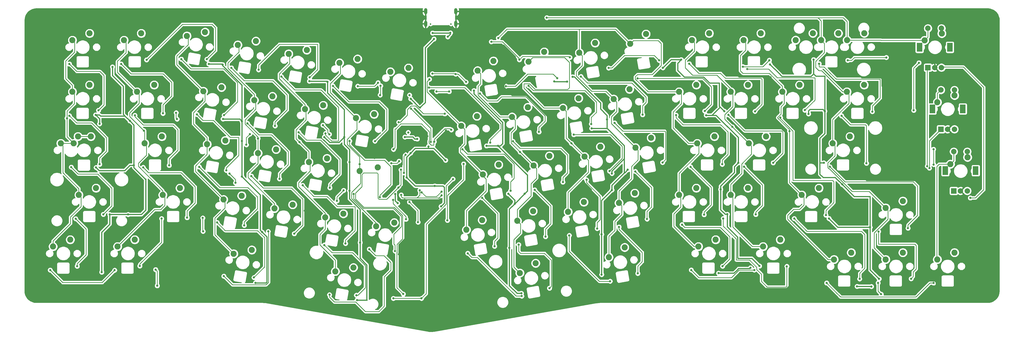
<source format=gtl>
G04 #@! TF.GenerationSoftware,KiCad,Pcbnew,(5.1.4)-1*
G04 #@! TF.CreationDate,2020-08-05T10:29:17-07:00*
G04 #@! TF.ProjectId,trifecta,74726966-6563-4746-912e-6b696361645f,rev?*
G04 #@! TF.SameCoordinates,Original*
G04 #@! TF.FileFunction,Copper,L1,Top*
G04 #@! TF.FilePolarity,Positive*
%FSLAX46Y46*%
G04 Gerber Fmt 4.6, Leading zero omitted, Abs format (unit mm)*
G04 Created by KiCad (PCBNEW (5.1.4)-1) date 2020-08-05 10:29:17*
%MOMM*%
%LPD*%
G04 APERTURE LIST*
%ADD10R,2.000000X2.000000*%
%ADD11C,2.000000*%
%ADD12R,2.000000X3.200000*%
%ADD13C,2.250000*%
%ADD14O,1.200000X2.300000*%
%ADD15C,0.600000*%
%ADD16C,0.800000*%
%ADD17C,0.250000*%
%ADD18C,0.381000*%
%ADD19C,0.254000*%
G04 APERTURE END LIST*
D10*
X330896200Y-62536200D03*
D11*
X333396200Y-62536200D03*
X335896200Y-62536200D03*
D12*
X327796200Y-55036200D03*
X338996200Y-55036200D03*
D11*
X330896200Y-48036200D03*
X335896200Y-48036200D03*
D10*
X326146490Y-39761210D03*
D11*
X328646490Y-39761210D03*
X331146490Y-39761210D03*
D12*
X323046490Y-32261210D03*
X334246490Y-32261210D03*
D11*
X326146490Y-25261210D03*
X331146490Y-25261210D03*
D10*
X321371290Y-17000000D03*
D11*
X323871290Y-17000000D03*
X326371290Y-17000000D03*
D12*
X318271290Y-9500000D03*
X329471290Y-9500000D03*
D11*
X321371290Y-2500000D03*
X326371290Y-2500000D03*
D13*
X242601250Y-42454746D03*
X236251250Y-44994746D03*
X243077500Y-80554746D03*
X236727500Y-83094746D03*
X7796250Y-42451250D03*
X1446250Y-44991250D03*
X297846250Y-23404746D03*
X291496250Y-25944746D03*
X297881920Y-4327640D03*
X291531920Y-6867640D03*
X288321250Y-4354746D03*
X281971250Y-6894746D03*
X278923360Y-4337800D03*
X272573360Y-6877800D03*
X335987000Y-50108600D03*
X329637000Y-52648600D03*
X331211800Y-27248600D03*
X324861800Y-29788600D03*
X326487400Y-4388600D03*
X320137400Y-6928600D03*
X292607500Y-42454746D03*
X286257500Y-44994746D03*
D14*
X136074000Y-816800D03*
X147224000Y-816800D03*
X136074000Y3783200D03*
X147224000Y3783200D03*
D15*
X137899000Y-896800D03*
X145399000Y-896800D03*
D13*
X209482604Y-83402455D03*
X203670141Y-87006533D03*
X176637532Y-89257950D03*
X170825069Y-92862028D03*
X213205400Y-63368868D03*
X207392937Y-66972946D03*
X194444813Y-66676866D03*
X188632350Y-70280944D03*
X175684225Y-69984864D03*
X169871762Y-73588942D03*
X156923637Y-73292861D03*
X151111174Y-76896939D03*
X219277696Y-42954282D03*
X213465233Y-46558360D03*
X200517109Y-46262279D03*
X194704646Y-49866357D03*
X181744279Y-49581110D03*
X175931816Y-53185188D03*
X162995933Y-52878275D03*
X157183470Y-56482353D03*
X211279552Y-25020693D03*
X205467089Y-28624771D03*
X192518964Y-28328691D03*
X186706501Y-31932769D03*
X173758376Y-31636689D03*
X167945913Y-35240767D03*
X154997788Y-34944687D03*
X149185325Y-38548765D03*
X217351848Y-4606107D03*
X211539385Y-8210185D03*
X198591260Y-7914104D03*
X192778797Y-11518182D03*
X179830672Y-11222102D03*
X174018209Y-14826180D03*
X161070085Y-14530100D03*
X155257622Y-18134178D03*
X109436219Y-90868588D03*
X102741624Y-92267334D03*
X71951984Y-84352340D03*
X65257389Y-85751086D03*
X124502098Y-74244247D03*
X117807503Y-75642993D03*
X105741510Y-70936249D03*
X99046915Y-72334995D03*
X86980923Y-67628251D03*
X80286328Y-69026997D03*
X68220335Y-64320253D03*
X61525740Y-65718999D03*
X118429802Y-53829660D03*
X111735207Y-55228406D03*
X99669214Y-50521662D03*
X92974619Y-51920408D03*
X80908627Y-47213665D03*
X74214032Y-48612411D03*
X62148039Y-43905667D03*
X55453444Y-45304413D03*
X117047653Y-34242073D03*
X110353058Y-35640819D03*
X98287065Y-30934075D03*
X91592470Y-32332821D03*
X79526478Y-27626077D03*
X72831883Y-29024823D03*
X60765890Y-24318080D03*
X54071295Y-25716826D03*
X129735945Y-17135484D03*
X123041350Y-18534230D03*
X110975357Y-13827486D03*
X104280762Y-15226232D03*
X92214769Y-10519489D03*
X85520174Y-11918235D03*
X73454182Y-7211491D03*
X66759587Y-8610237D03*
X54693594Y-3903493D03*
X47998999Y-5302239D03*
X331183750Y-85317246D03*
X324833750Y-87857246D03*
X312133750Y-85317246D03*
X305783750Y-87857246D03*
X293083750Y-85317246D03*
X286733750Y-87857246D03*
X266890000Y-80554746D03*
X260540000Y-83094746D03*
X28765000Y-80554746D03*
X22415000Y-83094746D03*
X4952500Y-80554746D03*
X-1397500Y-83094746D03*
X312133750Y-66267246D03*
X305783750Y-68807246D03*
X281177500Y-61504746D03*
X274827500Y-64044746D03*
X254983750Y-61504746D03*
X248633750Y-64044746D03*
X235933750Y-61504746D03*
X229583750Y-64044746D03*
X45433750Y-61504746D03*
X39083750Y-64044746D03*
X14477500Y-61504746D03*
X8127500Y-64044746D03*
X261651250Y-42454746D03*
X255301250Y-44994746D03*
X38766250Y-42454746D03*
X32416250Y-44994746D03*
X12572500Y-42454746D03*
X6222500Y-44994746D03*
X274033750Y-23404746D03*
X267683750Y-25944746D03*
X254983750Y-23404746D03*
X248633750Y-25944746D03*
X235933750Y-23404746D03*
X229583750Y-25944746D03*
X35908750Y-23404746D03*
X29558750Y-25944746D03*
X12096250Y-23404746D03*
X5746250Y-25944746D03*
X259746250Y-4354746D03*
X253396250Y-6894746D03*
X240696250Y-4354746D03*
X234346250Y-6894746D03*
X31146250Y-4354746D03*
X24796250Y-6894746D03*
X12096250Y-4354746D03*
X5746250Y-6894746D03*
D16*
X3743960Y-35699700D03*
X69926200Y-45504100D03*
X71208900Y-41541700D03*
X32097980Y-40279320D03*
X89496900Y-44500800D03*
X74214032Y-43149832D03*
X126238000Y-51562000D03*
X123367800Y-52298600D03*
X111735207Y-52680207D03*
X137477500Y-21310600D03*
X128828800Y-72986900D03*
X124075001Y-65916385D03*
X162839400Y-6070600D03*
X249215702Y-38909198D03*
X270294100Y-40436800D03*
X130718560Y-32212280D03*
X137998200Y-44419520D03*
X189280800Y-13246100D03*
X170624500Y-14097000D03*
X160274000Y-7442200D03*
X138564620Y-19265900D03*
X147142200Y-19372580D03*
X150964900Y-22301200D03*
X44023280Y-33675320D03*
X44358560Y-36017200D03*
X128613768Y-49160832D03*
X128079500Y-55880000D03*
X126136400Y-37172900D03*
X143141700Y-34061400D03*
X98176080Y-38265100D03*
X100545900Y-41630600D03*
X318058800Y-15227300D03*
X316128400Y-32778700D03*
X124193300Y-47193200D03*
X139217400Y-44348400D03*
X145529300Y-40005000D03*
X65920620Y-59557920D03*
X63672720Y-56113680D03*
X103352600Y-66205100D03*
X105796080Y-62344300D03*
X141935200Y-62801500D03*
X134618200Y-63041000D03*
X189836995Y-44998705D03*
X170936214Y-48189586D03*
X204200000Y-75200000D03*
X301800000Y-70400000D03*
X323000000Y-37600000D03*
X243000000Y-27200000D03*
X203600000Y-69400000D03*
X286187760Y-26715200D03*
X291735120Y-23184600D03*
X246203080Y-24241240D03*
X201580360Y-27792160D03*
X70785600Y-47070760D03*
X70445240Y-27075880D03*
X296926880Y-67517760D03*
X315763520Y-66633840D03*
X303475000Y-63382640D03*
X320686040Y-67334880D03*
X196236200Y-30362640D03*
X158700080Y-36738040D03*
X127961000Y-32643560D03*
X126506850Y-35802050D03*
X58365000Y-41828200D03*
X47443000Y-42183800D03*
X57603000Y-22829000D03*
X48459000Y-21965400D03*
X99322500Y-98584500D03*
X118182000Y-25813500D03*
X112276500Y-25623000D03*
X148916000Y-45625500D03*
X147590550Y-51649950D03*
X141550000Y-65609010D03*
X128342000Y-65818500D03*
X150948000Y-84106500D03*
X140788000Y-82963500D03*
X182888500Y-100045000D03*
X180770455Y-81017545D03*
X166238029Y-25572971D03*
X225984680Y-33060120D03*
X225108380Y-53380120D03*
X225745920Y-71279500D03*
X231897800Y-91495360D03*
X268240120Y-73692500D03*
X250162940Y-18389080D03*
X250162940Y-14119340D03*
X266302100Y-33517320D03*
X258682100Y-34581580D03*
X148951560Y-8742160D03*
X291912920Y-15676360D03*
X270772500Y-91790000D03*
X320686040Y-62709540D03*
X320686040Y-79473540D03*
X296998000Y-53626500D03*
X336301960Y-79473540D03*
X333182840Y-96552500D03*
X139025000Y-8725000D03*
X141190920Y-78025740D03*
X136725000Y-42325000D03*
X315760980Y-97035100D03*
X319626860Y-39059600D03*
X186127000Y-78709000D03*
X186693105Y-60606105D03*
X192492240Y-57738760D03*
X220163000Y-28671000D03*
X185746000Y-38958000D03*
X178380000Y-42006000D03*
X127326000Y-43847500D03*
X91512000Y-81439500D03*
X126183000Y-85948000D03*
X127389500Y-49054500D03*
X128532500Y-46006500D03*
X87067000Y-60040000D03*
X87067000Y-40736000D03*
X80780500Y-20289000D03*
X56904500Y-74073500D03*
X60016000Y-93123500D03*
X47646200Y-55036200D03*
X48459000Y-34005000D03*
X42159800Y-13227800D03*
X-5402400Y-90278000D03*
X-5389000Y-71190600D03*
X-5084200Y-14091400D03*
X-5389000Y-33192200D03*
X-5389000Y-52242200D03*
X116988200Y-45587400D03*
X117191400Y-50362600D03*
X87067000Y-30563300D03*
X93518600Y-27210500D03*
X56904500Y-66085200D03*
X62263900Y-59671700D03*
X91512000Y-69885040D03*
X100315640Y-66730360D03*
X87067000Y-52059320D03*
X95962080Y-48996080D03*
X181301000Y-35402000D03*
X183663200Y-30520120D03*
X189017520Y-28843720D03*
X237920140Y-41437040D03*
X263439520Y-23471620D03*
X270002880Y-22481020D03*
X147234520Y-35216580D03*
X143541360Y-40240700D03*
X153833440Y-74357980D03*
X149741500Y-71365860D03*
X184603000Y-69938380D03*
X197137900Y-65409560D03*
X209736300Y-63537580D03*
X265529940Y-67812400D03*
X257099680Y-63669660D03*
X225745920Y-61459860D03*
X232530260Y-61500500D03*
X246393580Y-64154800D03*
X239416200Y-63682360D03*
X202600000Y-83200000D03*
X47421800Y-37805360D03*
X94335600Y-45745400D03*
X87067000Y-45093500D03*
X87172800Y-79745840D03*
X307615200Y-36001440D03*
X300483970Y-34643630D03*
X127326000Y-41396400D03*
X267411200Y-56184800D03*
X230592940Y-52150060D03*
X225745920Y-56346480D03*
X194068700Y-58941730D03*
X265529940Y-54303540D03*
X257467100Y-73774300D03*
X218020900Y-74460100D03*
X134391400Y-80962500D03*
X126022100Y-59575700D03*
X127508000Y-61061600D03*
X225108380Y-39980480D03*
X177040000Y-6430000D03*
X220650000Y-23300000D03*
X171810000Y-52080000D03*
X65290000Y-63490000D03*
X28810000Y-63560000D03*
X22840000Y-45180000D03*
X8530000Y-22360000D03*
X222030000Y-19650000D03*
X133690000Y-110430000D03*
X309340000Y-46060000D03*
X278230000Y-46560000D03*
X70060000Y-7350000D03*
X78160000Y-8040000D03*
X322660000Y-58590000D03*
X137100000Y-46110640D03*
X111895500Y-81630000D03*
X110752500Y-102839000D03*
X99894000Y-22257500D03*
X130564500Y-28544000D03*
X153869000Y-25496000D03*
X162759000Y-45879500D03*
X168918500Y-67279000D03*
X166950000Y-83598500D03*
X171381529Y-100349029D03*
X128408620Y-42644120D03*
X132972420Y-43352200D03*
X263096620Y-15800820D03*
X239560980Y-34601900D03*
X246253038Y-33105140D03*
X251378900Y-52178000D03*
X277305380Y-34086280D03*
X244902600Y-61960240D03*
X247335920Y-71162660D03*
X282964500Y-52166000D03*
X300046000Y-75978500D03*
X303342078Y-95022720D03*
X279195140Y-14050760D03*
X133999246Y-31750754D03*
X139125000Y-6425000D03*
X139418200Y-60718200D03*
X143413600Y-51213600D03*
X129063600Y-57613600D03*
X130518200Y-48568200D03*
X289750110Y-60158110D03*
X283309940Y-33070280D03*
X259223820Y-90270380D03*
X200986000Y-93441000D03*
X210638000Y-54706000D03*
X203018000Y-36164000D03*
X204796000Y-62199000D03*
X204796000Y-62199000D03*
X200986000Y-78582000D03*
X204796000Y-56103000D03*
X107958500Y-62453000D03*
X15756500Y-37751500D03*
X125738500Y-67088500D03*
X124865501Y-63682942D03*
X106053500Y-42704500D03*
X98687500Y-42641000D03*
X93163000Y-22003500D03*
X73287500Y-96489000D03*
X68321800Y-57271400D03*
X68321800Y-44114200D03*
X68308000Y-36799000D03*
X61159000Y-15920200D03*
X56079000Y-15666200D03*
X61311400Y-35986200D03*
X16556600Y-92526600D03*
X19503000Y-71241400D03*
X26310200Y-71241400D03*
X14321400Y-34462200D03*
X20519000Y-16733000D03*
X107958500Y-51899300D03*
X26945200Y-36672000D03*
X75770350Y-77762850D03*
X28443800Y-53055000D03*
X14470380Y-53886100D03*
X230351640Y-14060220D03*
X183527700Y-22085300D03*
X190318000Y-20416000D03*
X188252100Y-22148800D03*
X197319900Y-39458900D03*
X158546800Y-45897800D03*
X166560500Y-63588900D03*
X172626200Y-63571300D03*
X284861000Y-72720200D03*
X295224200Y-97802700D03*
X300514358Y-97850440D03*
X244119400Y-92925900D03*
X255905000Y-90957400D03*
X141744700Y-68262500D03*
X223596200Y-17068800D03*
X144225000Y-5625000D03*
X138624248Y-4231248D03*
X145187252Y-4169748D03*
X144095080Y-73413100D03*
X150071700Y-52572400D03*
X180759100Y1447800D03*
X321125000Y-53395745D03*
X321915400Y-54121800D03*
X4618600Y-15666200D03*
X15388200Y-32785800D03*
X15794600Y-52699400D03*
X4618600Y-34767000D03*
X33117400Y-14142200D03*
X55367800Y-13888200D03*
X41448600Y-53105800D03*
X28799400Y-34614600D03*
X62530600Y-54934600D03*
X51710200Y-34309800D03*
X74430500Y-17812500D03*
X93290000Y-20606500D03*
X82139400Y-58084200D03*
X70303000Y-37561000D03*
X100719500Y-61373500D03*
X89226000Y-40863000D03*
X130120000Y-27147000D03*
X111006500Y-23845000D03*
X118499500Y-22575000D03*
X119198000Y-64866000D03*
X108022000Y-44101500D03*
X149614500Y-47149500D03*
X167394500Y-62453000D03*
X165680000Y-23845000D03*
X184603000Y-20924000D03*
X186698500Y-59278000D03*
X168283500Y-44228500D03*
X193366000Y-20289000D03*
X216099000Y-34386000D03*
X222225480Y-14307300D03*
X203576800Y-17144480D03*
X214224260Y-20989820D03*
X239022500Y-33044880D03*
X257564500Y-33164260D03*
X233292260Y-15562060D03*
X253137280Y-16644100D03*
X262862940Y-14289520D03*
X254717160Y-17540720D03*
X275959180Y-32719760D03*
X23719400Y-15666200D03*
X39162600Y-33903400D03*
X61717800Y-34563800D03*
X45919000Y-13888200D03*
X80513800Y-38526200D03*
X64410200Y-17088600D03*
X82876000Y-20352500D03*
X99132000Y-41307500D03*
X101862500Y-23781500D03*
X117356500Y-44165000D03*
X119452000Y-23718000D03*
X119261500Y-27147000D03*
X159901500Y-44673000D03*
X137295500Y-24416500D03*
X156091500Y-26575500D03*
X177872000Y-40736000D03*
X174062000Y-23718000D03*
X197176000Y-37815000D03*
X257861680Y-71218540D03*
X253520820Y-53570620D03*
X234039020Y-91741740D03*
X257313040Y-91741740D03*
X140114900Y-25841440D03*
X144750400Y-25841440D03*
X129637400Y-40949360D03*
X281199200Y-15582380D03*
X300841020Y-33237920D03*
X306009920Y-13268440D03*
X291783380Y-14304760D03*
X203907000Y-55214000D03*
X190699000Y-41752000D03*
X205812000Y-37434000D03*
X223465000Y-52039000D03*
X228435780Y-34540940D03*
X245489340Y-52707020D03*
X247770260Y-34431720D03*
X264272640Y-52143140D03*
X266939640Y-35465500D03*
X283726500Y-71470000D03*
X298689640Y-52333640D03*
X289497380Y-34787320D03*
X17166200Y-71190600D03*
X5329800Y-53766200D03*
X31847400Y-53817000D03*
X48052600Y-72409800D03*
X52523000Y-53664600D03*
X69134600Y-75254600D03*
X71763500Y-57055500D03*
X87575000Y-78328000D03*
X106498000Y-81947500D03*
X90686500Y-60484500D03*
X109482500Y-63659500D03*
X124786000Y-84741500D03*
X161489000Y-82963500D03*
X156917000Y-65120000D03*
X180285000Y-79407500D03*
X176284500Y-62135500D03*
X199335000Y-76423000D03*
X195414900Y-58458100D03*
X213432000Y-55341000D03*
X217750000Y-72930500D03*
X233795180Y-53649360D03*
X238796440Y-71315060D03*
X285187000Y-53626500D03*
X314016000Y-76296000D03*
X7514200Y-90342200D03*
X6955400Y-72816200D03*
X38654600Y-72765400D03*
X30628200Y-90240600D03*
X72716000Y-94520500D03*
X59127000Y-74200500D03*
X61603500Y-94012500D03*
X77986500Y-77502500D03*
X110498500Y-101061000D03*
X98687500Y-82519000D03*
X100592500Y-100870500D03*
X115261000Y-84043000D03*
X151583000Y-85567000D03*
X171522000Y-101378500D03*
X170379000Y-82392000D03*
X181745500Y-98457500D03*
X204127980Y-95899720D03*
X189048000Y-78963000D03*
X207399500Y-75851500D03*
X214321000Y-92996500D03*
X245616340Y-90337120D03*
X230645580Y-74982820D03*
X269322160Y-90387920D03*
X245860180Y-72714600D03*
X272042500Y-72740000D03*
X296172500Y-95028500D03*
X315159000Y-94965000D03*
X303132100Y-77517740D03*
X21331800Y-91815400D03*
X-2442600Y-91764600D03*
X283996440Y-96545580D03*
X323474960Y-96537260D03*
X302977160Y-96557580D03*
X304117620Y-100685080D03*
X141922500Y-64211200D03*
X127025400Y-64020700D03*
X133893200Y-62306200D03*
X53835300Y-72511920D03*
X53944520Y-77457300D03*
X133261100Y-74079100D03*
X130073400Y-66649600D03*
X134531100Y-102235000D03*
X124155200Y-102235000D03*
X146151600Y-58140600D03*
X36446460Y-91594940D03*
X37038280Y-97563940D03*
X126936500Y-54673500D03*
X126034800Y-61264800D03*
X127806450Y-100628450D03*
X336994500Y-65125600D03*
X323507100Y-52806600D03*
X323430900Y-47142400D03*
D17*
X5746250Y-44518496D02*
X6222500Y-44994746D01*
X5746250Y-25944746D02*
X5746250Y-23561810D01*
X5746250Y-23561810D02*
X3246120Y-21061680D01*
X3246120Y-21061680D02*
X3246120Y-14564360D01*
X3246120Y-14564360D02*
X6563360Y-11247120D01*
X6563360Y-7711856D02*
X5746250Y-6894746D01*
X6563360Y-11247120D02*
X6563360Y-7711856D01*
X6219004Y-44991250D02*
X6222500Y-44994746D01*
X1446250Y-44991250D02*
X6219004Y-44991250D01*
X6222500Y-44994746D02*
X3743960Y-42516206D01*
X3743960Y-33098740D02*
X6507480Y-30335220D01*
X6507480Y-26705976D02*
X5746250Y-25944746D01*
X6507480Y-30335220D02*
X6507480Y-26705976D01*
X8127500Y-64044746D02*
X8127500Y-61716420D01*
X8127500Y-61716420D02*
X2235200Y-55824120D01*
X2235200Y-45780200D02*
X1446250Y-44991250D01*
X2235200Y-55824120D02*
X2235200Y-45780200D01*
X-1397500Y-83094746D02*
X-1397500Y-81016340D01*
X-1397500Y-81016340D02*
X5041900Y-74576940D01*
X5041900Y-74576940D02*
X5041900Y-72153780D01*
X5041900Y-72153780D02*
X8892540Y-68303140D01*
X8892540Y-64809786D02*
X8127500Y-64044746D01*
X8892540Y-68303140D02*
X8892540Y-64809786D01*
X3743960Y-42516206D02*
X3743960Y-35699700D01*
X3743960Y-35699700D02*
X3743960Y-33098740D01*
X29558750Y-25944746D02*
X22346920Y-18732916D01*
X22346920Y-18732916D02*
X22346920Y-14693900D01*
X22346920Y-14693900D02*
X25552400Y-11488420D01*
X25552400Y-7650896D02*
X24796250Y-6894746D01*
X25552400Y-11488420D02*
X25552400Y-7650896D01*
X32416250Y-44994746D02*
X32416250Y-40597590D01*
X26875740Y-35057080D02*
X26875740Y-33738820D01*
X26875740Y-33738820D02*
X30386020Y-30228540D01*
X30386020Y-26772016D02*
X29558750Y-25944746D01*
X30386020Y-30228540D02*
X30386020Y-26772016D01*
X33075880Y-45654376D02*
X32416250Y-44994746D01*
X39083750Y-62453756D02*
X30058360Y-53428366D01*
X39083750Y-64044746D02*
X39083750Y-62453756D01*
X30058360Y-53428366D02*
X30058360Y-52364640D01*
X30058360Y-52364640D02*
X33075880Y-49347120D01*
X33075880Y-49347120D02*
X33075880Y-45654376D01*
X22415000Y-83094746D02*
X36048366Y-69461380D01*
X36048366Y-69461380D02*
X38280340Y-69461380D01*
X38280340Y-69461380D02*
X39852600Y-67889120D01*
X39852600Y-64813596D02*
X39083750Y-64044746D01*
X39852600Y-67889120D02*
X39852600Y-64813596D01*
X54071295Y-25716826D02*
X44272200Y-15917731D01*
X44272200Y-15917731D02*
X44272200Y-12712700D01*
X44272200Y-12712700D02*
X48437800Y-8547100D01*
X48437800Y-5741040D02*
X47998999Y-5302239D01*
X48437800Y-8547100D02*
X48437800Y-5741040D01*
X55453444Y-45304413D02*
X55453444Y-42880444D01*
X55453444Y-42880444D02*
X50393600Y-37820600D01*
X50393600Y-37820600D02*
X50393600Y-33667700D01*
X50393600Y-33667700D02*
X54648100Y-29413200D01*
X54648100Y-26293631D02*
X54071295Y-25716826D01*
X54648100Y-29413200D02*
X54648100Y-26293631D01*
X61525740Y-65718999D02*
X51155600Y-55348859D01*
X51155600Y-55348859D02*
X51155600Y-53352700D01*
X55453444Y-49054856D02*
X55453444Y-45304413D01*
X51155600Y-53352700D02*
X55453444Y-49054856D01*
X65257389Y-85751086D02*
X58280300Y-78773997D01*
X58280300Y-78773997D02*
X58280300Y-72580500D01*
X58280300Y-72580500D02*
X62026800Y-68834000D01*
X62026800Y-66220059D02*
X61525740Y-65718999D01*
X62026800Y-68834000D02*
X62026800Y-66220059D01*
X69926200Y-45504100D02*
X69926200Y-42824400D01*
X69926200Y-42824400D02*
X71208900Y-41541700D01*
X32416250Y-40597590D02*
X32097980Y-40279320D01*
X32097980Y-40279320D02*
X26875740Y-35057080D01*
X67144900Y-8995550D02*
X66759587Y-8610237D01*
X72831883Y-26908683D02*
X63131700Y-17208500D01*
X72831883Y-29024823D02*
X72831883Y-26908683D01*
X63131700Y-17208500D02*
X63131700Y-15280212D01*
X67144900Y-11267012D02*
X67144900Y-8995550D01*
X63131700Y-15280212D02*
X67144900Y-11267012D01*
X91592470Y-32332821D02*
X91592470Y-30657870D01*
X91592470Y-30657870D02*
X82042000Y-21107400D01*
X82042000Y-21107400D02*
X82042000Y-19354800D01*
X82042000Y-19354800D02*
X85928200Y-15468600D01*
X85928200Y-12326261D02*
X85520174Y-11918235D01*
X85928200Y-15468600D02*
X85928200Y-12326261D01*
X74214032Y-42667232D02*
X69430900Y-37884100D01*
X69430900Y-37884100D02*
X69430900Y-36296600D01*
X69430900Y-36296600D02*
X73367900Y-32359600D01*
X73367900Y-29560840D02*
X72831883Y-29024823D01*
X73367900Y-32359600D02*
X73367900Y-29560840D01*
X92974619Y-51920408D02*
X92974619Y-47978519D01*
X88226900Y-43230800D02*
X88226900Y-40030400D01*
X88226900Y-40030400D02*
X91897200Y-36360100D01*
X91897200Y-32637551D02*
X91592470Y-32332821D01*
X91897200Y-36360100D02*
X91897200Y-32637551D01*
X80286328Y-69026997D02*
X80286328Y-67243428D01*
X80286328Y-67243428D02*
X70599300Y-57556400D01*
X70599300Y-57556400D02*
X70599300Y-55994300D01*
X74214032Y-52379568D02*
X74214032Y-48612411D01*
X99046915Y-72334995D02*
X99046915Y-70814815D01*
X99046915Y-70814815D02*
X89192100Y-60960000D01*
X89192100Y-60960000D02*
X89192100Y-59486800D01*
X89192100Y-59486800D02*
X93459300Y-55219600D01*
X93459300Y-52405089D02*
X92974619Y-51920408D01*
X93459300Y-55219600D02*
X93459300Y-52405089D01*
X102741624Y-92267334D02*
X102741624Y-88174724D01*
X102741624Y-88174724D02*
X97028000Y-82461100D01*
X97028000Y-82461100D02*
X97028000Y-78651100D01*
X99046915Y-76632185D02*
X99046915Y-72334995D01*
X97028000Y-78651100D02*
X99046915Y-76632185D01*
X92974619Y-47978519D02*
X89496900Y-44500800D01*
X89496900Y-44500800D02*
X88226900Y-43230800D01*
X70599300Y-55994300D02*
X74214032Y-52379568D01*
X74214032Y-48612411D02*
X74214032Y-43149832D01*
X74214032Y-43149832D02*
X74214032Y-42667232D01*
X110353058Y-35640819D02*
X100863400Y-26151161D01*
X100863400Y-26151161D02*
X100863400Y-22948900D01*
X100863400Y-22948900D02*
X104622600Y-19189700D01*
X104622600Y-15568070D02*
X104280762Y-15226232D01*
X104622600Y-19189700D02*
X104622600Y-15568070D01*
X111735207Y-49975117D02*
X107149900Y-45389810D01*
X107149900Y-45389810D02*
X107149900Y-43484800D01*
X107149900Y-43484800D02*
X110718600Y-39916100D01*
X110718600Y-36006361D02*
X110353058Y-35640819D01*
X110718600Y-39916100D02*
X110718600Y-36006361D01*
X108757499Y-65348909D02*
X108757499Y-63073501D01*
X117807503Y-75642993D02*
X117807503Y-74398913D01*
X117807503Y-74398913D02*
X108757499Y-65348909D01*
X108757499Y-63073501D02*
X112090200Y-59740800D01*
X112090200Y-55583399D02*
X111735207Y-55228406D01*
X112090200Y-59740800D02*
X112090200Y-55583399D01*
X126238000Y-51562000D02*
X125501400Y-52298600D01*
X125501400Y-52298600D02*
X123367800Y-52298600D01*
X111735207Y-55228406D02*
X111735207Y-52680207D01*
X111735207Y-52680207D02*
X111735207Y-49975117D01*
X157183470Y-56993170D02*
X157183470Y-56482353D01*
X158381700Y-58191400D02*
X157183470Y-56993170D01*
X158381700Y-62582298D02*
X158381700Y-58191400D01*
X151111174Y-76896939D02*
X151111174Y-69852824D01*
X151111174Y-69852824D02*
X158381700Y-62582298D01*
X148889499Y-46725003D02*
X150456900Y-45157602D01*
X157183470Y-56482353D02*
X148889499Y-48188382D01*
X148889499Y-48188382D02*
X148889499Y-46725003D01*
X150456900Y-39820340D02*
X149185325Y-38548765D01*
X150456900Y-45157602D02*
X150456900Y-39820340D01*
X146509519Y-35872959D02*
X146477259Y-35872959D01*
X149185325Y-38548765D02*
X146509519Y-35872959D01*
X136570499Y-22217601D02*
X137477500Y-21310600D01*
X146477259Y-35872959D02*
X136570499Y-25966199D01*
X136570499Y-25966199D02*
X136570499Y-22217601D01*
X124075001Y-67267901D02*
X124075001Y-65916385D01*
X128828800Y-72021700D02*
X124075001Y-67267901D01*
X128828800Y-72986900D02*
X128828800Y-72021700D01*
X212701070Y-7048500D02*
X211539385Y-8210185D01*
X222950481Y-8117281D02*
X221881700Y-7048500D01*
X221881700Y-7048500D02*
X212701070Y-7048500D01*
X219659200Y-19558000D02*
X222950481Y-16266719D01*
X222950481Y-16266719D02*
X222950481Y-8117281D01*
X214213162Y-19558000D02*
X219659200Y-19558000D01*
X213430981Y-20340181D02*
X214213162Y-19558000D01*
X213430981Y-21269543D02*
X213430981Y-20340181D01*
X218106184Y-25944746D02*
X213430981Y-21269543D01*
X229583750Y-25944746D02*
X218106184Y-25944746D01*
X236251250Y-44994746D02*
X233081746Y-44994746D01*
X233081746Y-44994746D02*
X227330000Y-39243000D01*
X227330000Y-39243000D02*
X227330000Y-33413700D01*
X227330000Y-33413700D02*
X230428800Y-30314900D01*
X230428800Y-26789796D02*
X229583750Y-25944746D01*
X230428800Y-30314900D02*
X230428800Y-26789796D01*
X229583750Y-64044746D02*
X229583750Y-56013850D01*
X229583750Y-56013850D02*
X236893100Y-48704500D01*
X236893100Y-45636596D02*
X236251250Y-44994746D01*
X236893100Y-48704500D02*
X236893100Y-45636596D01*
X236727500Y-83094746D02*
X235101046Y-83094746D01*
X235101046Y-83094746D02*
X227609400Y-75603100D01*
X227609400Y-75603100D02*
X227609400Y-71005700D01*
X227609400Y-71005700D02*
X230149400Y-68465700D01*
X230149400Y-64610396D02*
X229583750Y-64044746D01*
X230149400Y-68465700D02*
X230149400Y-64610396D01*
X205467089Y-28624771D02*
X202572518Y-25730200D01*
X202572518Y-25730200D02*
X197294500Y-25730200D01*
X197294500Y-25730200D02*
X191643000Y-20078700D01*
X191643000Y-20078700D02*
X191643000Y-18427700D01*
X191643000Y-18427700D02*
X193840100Y-16230600D01*
X193840100Y-12579485D02*
X192778797Y-11518182D01*
X193840100Y-16230600D02*
X193840100Y-12579485D01*
X213465233Y-46558360D02*
X204622400Y-37715527D01*
X204622400Y-37715527D02*
X204622400Y-35140900D01*
X204622400Y-35140900D02*
X206578200Y-33185100D01*
X206578200Y-29735882D02*
X205467089Y-28624771D01*
X206578200Y-33185100D02*
X206578200Y-29735882D01*
X207392937Y-66972946D02*
X207392937Y-62596363D01*
X207392937Y-62596363D02*
X212013800Y-57975500D01*
X212013800Y-57975500D02*
X212013800Y-53479700D01*
X212013800Y-53479700D02*
X214452200Y-51041300D01*
X214452200Y-47545327D02*
X213465233Y-46558360D01*
X214452200Y-51041300D02*
X214452200Y-47545327D01*
X203670141Y-87006533D02*
X203670141Y-79260459D01*
X203670141Y-79260459D02*
X205828900Y-77101700D01*
X205828900Y-77101700D02*
X205828900Y-73863200D01*
X205828900Y-73863200D02*
X208407000Y-71285100D01*
X208407000Y-67987009D02*
X207392937Y-66972946D01*
X208407000Y-71285100D02*
X208407000Y-67987009D01*
X211539385Y-8210185D02*
X206148600Y-2819400D01*
X192778797Y-2901097D02*
X192697100Y-2819400D01*
X192778797Y-11518182D02*
X192778797Y-2901097D01*
X206148600Y-2819400D02*
X192697100Y-2819400D01*
X192697100Y-2819400D02*
X166090600Y-2819400D01*
X162839400Y-6070600D02*
X165506400Y-3403600D01*
X166090600Y-2819400D02*
X165506400Y-3403600D01*
X267683750Y-23905789D02*
X262878761Y-19100800D01*
X267683750Y-25944746D02*
X267683750Y-23905789D01*
X262878761Y-19100800D02*
X253072900Y-19100800D01*
X253072900Y-19100800D02*
X252183900Y-18211800D01*
X252183900Y-18211800D02*
X252183900Y-12509500D01*
X252183900Y-12509500D02*
X254114300Y-10579100D01*
X254114300Y-7612796D02*
X253396250Y-6894746D01*
X254114300Y-10579100D02*
X254114300Y-7612796D01*
X274827500Y-64044746D02*
X270294100Y-59511346D01*
X270294100Y-39892962D02*
X265925300Y-35524162D01*
X265925300Y-35406838D02*
X267131038Y-34201100D01*
X265925300Y-35524162D02*
X265925300Y-35406838D01*
X267131038Y-34201100D02*
X267131038Y-31509462D01*
X267131038Y-31509462D02*
X268389100Y-30251400D01*
X268389100Y-26650096D02*
X267683750Y-25944746D01*
X268389100Y-30251400D02*
X268389100Y-26650096D01*
X284846946Y-87857246D02*
X284758046Y-87857246D01*
X286733750Y-87857246D02*
X284846946Y-87857246D01*
X275602700Y-64819946D02*
X274827500Y-64044746D01*
X275602700Y-67767200D02*
X275602700Y-64819946D01*
X284846946Y-87857246D02*
X284554846Y-87857246D01*
X274040600Y-69329300D02*
X275602700Y-67767200D01*
X284554846Y-87857246D02*
X269659100Y-72961500D01*
X269659100Y-72961500D02*
X269659100Y-71526400D01*
X269659100Y-71526400D02*
X271856200Y-69329300D01*
X271856200Y-69329300D02*
X274040600Y-69329300D01*
X248633750Y-25944746D02*
X248633750Y-24935950D01*
X248633750Y-24935950D02*
X243509800Y-19812000D01*
X243509800Y-19812000D02*
X234556300Y-19812000D01*
X231876249Y-17131949D02*
X231876249Y-14249751D01*
X234556300Y-19812000D02*
X231876249Y-17131949D01*
X231876249Y-14249751D02*
X235204000Y-10922000D01*
X235204000Y-7752496D02*
X234346250Y-6894746D01*
X235204000Y-10922000D02*
X235204000Y-7752496D01*
X246418100Y-36111596D02*
X246418100Y-34378900D01*
X246418100Y-34378900D02*
X249351800Y-31445200D01*
X249351800Y-26662796D02*
X248633750Y-25944746D01*
X249351800Y-31445200D02*
X249351800Y-26662796D01*
X248633750Y-64044746D02*
X248633750Y-60128650D01*
X248633750Y-60128650D02*
X252679200Y-56083200D01*
X252679200Y-56083200D02*
X252679200Y-52565300D01*
X252679200Y-52565300D02*
X256273300Y-48971200D01*
X256273300Y-45966796D02*
X255301250Y-44994746D01*
X256273300Y-48971200D02*
X256273300Y-45966796D01*
X260540000Y-83094746D02*
X256602146Y-83094746D01*
X256602146Y-83094746D02*
X249351800Y-75844400D01*
X249351800Y-64762796D02*
X248633750Y-64044746D01*
X249351800Y-75844400D02*
X249351800Y-64762796D01*
X249215702Y-38909198D02*
X246418100Y-36111596D01*
X255301250Y-44994746D02*
X249215702Y-38909198D01*
X270294100Y-59511346D02*
X270294100Y-40436800D01*
X270294100Y-40436800D02*
X270294100Y-39892962D01*
X130718560Y-32212280D02*
X135801100Y-37294820D01*
X135801100Y-37294820D02*
X137998200Y-39491920D01*
X137998200Y-39491920D02*
X137998200Y-44419520D01*
X189280800Y-13246100D02*
X188881590Y-12846890D01*
X188881590Y-12846890D02*
X171874610Y-12846890D01*
X171874610Y-12846890D02*
X170624500Y-14097000D01*
X170624500Y-13709460D02*
X170624500Y-14097000D01*
X164357240Y-7442200D02*
X170624500Y-13709460D01*
X160274000Y-7442200D02*
X164357240Y-7442200D01*
X138564620Y-19265900D02*
X147035520Y-19265900D01*
X147035520Y-19265900D02*
X147142200Y-19372580D01*
X147350480Y-19372580D02*
X147142200Y-19372580D01*
X147142200Y-19372580D02*
X148036280Y-19372580D01*
X148036280Y-19372580D02*
X150964900Y-22301200D01*
X44023280Y-33675320D02*
X44023280Y-35681920D01*
X44023280Y-35681920D02*
X44358560Y-36017200D01*
X128613768Y-49160832D02*
X128079500Y-49695100D01*
X128079500Y-49695100D02*
X128079500Y-55880000D01*
X126702085Y-37172900D02*
X129336800Y-34538185D01*
X126136400Y-37172900D02*
X126702085Y-37172900D01*
X129336800Y-32521038D02*
X130653938Y-31203900D01*
X129336800Y-34538185D02*
X129336800Y-32521038D01*
X135236890Y-34061400D02*
X143141700Y-34061400D01*
X130653938Y-31203900D02*
X132379390Y-31203900D01*
X132379390Y-31203900D02*
X135236890Y-34061400D01*
X98176080Y-38265100D02*
X99959160Y-40048180D01*
X99959160Y-40048180D02*
X99959160Y-41043860D01*
X99959160Y-41043860D02*
X100545900Y-41630600D01*
X318058800Y-15227300D02*
X316128400Y-17157700D01*
X316128400Y-17157700D02*
X316128400Y-32778700D01*
X124193300Y-47193200D02*
X124790200Y-46596300D01*
X124790200Y-46596300D02*
X124790200Y-39611300D01*
X125064940Y-39611300D02*
X126881040Y-37795200D01*
X124790200Y-39611300D02*
X125064940Y-39611300D01*
X134543800Y-37795200D02*
X137325100Y-40576500D01*
X126881040Y-37795200D02*
X134543800Y-37795200D01*
X137450001Y-43894717D02*
X137273199Y-44071519D01*
X137273199Y-44767521D02*
X138136778Y-45631100D01*
X137273199Y-44071519D02*
X137273199Y-44767521D01*
X137325100Y-40576500D02*
X137450001Y-40701401D01*
X137450001Y-40701401D02*
X137450001Y-43894717D01*
X138136778Y-45631100D02*
X139065000Y-45631100D01*
X139065000Y-45631100D02*
X139065000Y-44500800D01*
X139065000Y-44500800D02*
X139217400Y-44348400D01*
X145039999Y-39515699D02*
X145529300Y-40005000D01*
X143193359Y-39515699D02*
X145039999Y-39515699D01*
X139217400Y-44348400D02*
X139217400Y-43491658D01*
X139217400Y-43491658D02*
X143193359Y-39515699D01*
X65920620Y-59557920D02*
X65920620Y-58361580D01*
X65920620Y-58361580D02*
X63672720Y-56113680D01*
X103352600Y-66205100D02*
X103352600Y-64787780D01*
X103352600Y-64787780D02*
X105796080Y-62344300D01*
X141935200Y-62801500D02*
X140093211Y-64643489D01*
X136220689Y-64643489D02*
X134618200Y-63041000D01*
X140093211Y-64643489D02*
X136220689Y-64643489D01*
X7796250Y-42451250D02*
X12569004Y-42451250D01*
X12569004Y-42451250D02*
X12572500Y-42454746D01*
X176325000Y-53578372D02*
X175931816Y-53185188D01*
X175547489Y-13296900D02*
X174018209Y-14826180D01*
X187299600Y-13296900D02*
X175547489Y-13296900D01*
X189115700Y-15113000D02*
X187299600Y-13296900D01*
X179671869Y-31932769D02*
X172313600Y-24574500D01*
X176462992Y-25045990D02*
X188491810Y-25045990D01*
X186706501Y-31932769D02*
X179671869Y-31932769D01*
X188491810Y-25045990D02*
X189115700Y-24422100D01*
X172313600Y-24574500D02*
X172313600Y-22923500D01*
X172313600Y-22923500D02*
X174340502Y-22923500D01*
X174340502Y-22923500D02*
X176462992Y-25045990D01*
X167945913Y-35240767D02*
X163459967Y-35240767D01*
X155366499Y-27147299D02*
X155366499Y-23995601D01*
X163459967Y-35240767D02*
X155366499Y-27147299D01*
X155366499Y-23995601D02*
X156375100Y-22987000D01*
X156375100Y-19251656D02*
X155257622Y-18134178D01*
X156375100Y-22987000D02*
X156375100Y-19251656D01*
X187883800Y-33110068D02*
X186706501Y-31932769D01*
X187883800Y-43045511D02*
X187883800Y-33110068D01*
X167558499Y-44811871D02*
X167558499Y-41089801D01*
X167558499Y-41089801D02*
X169087800Y-39560500D01*
X169087800Y-36382654D02*
X167945913Y-35240767D01*
X169087800Y-39560500D02*
X169087800Y-36382654D01*
X188632350Y-70280944D02*
X188632350Y-63107050D01*
X188632350Y-63107050D02*
X196100700Y-55638700D01*
X196100700Y-51262411D02*
X194704646Y-49866357D01*
X196100700Y-55638700D02*
X196100700Y-51262411D01*
X169871762Y-73588942D02*
X169871762Y-69434338D01*
X169871762Y-69434338D02*
X174967900Y-64338200D01*
X174967900Y-64338200D02*
X174967900Y-59829700D01*
X174967900Y-59829700D02*
X176987200Y-57810400D01*
X176987200Y-54240572D02*
X175931816Y-53185188D01*
X176987200Y-57810400D02*
X176987200Y-54240572D01*
X170825069Y-92862028D02*
X168617900Y-90654859D01*
X168617900Y-90654859D02*
X168617900Y-80543400D01*
X168617900Y-80543400D02*
X171056300Y-78105000D01*
X171056300Y-74773480D02*
X169871762Y-73588942D01*
X171056300Y-78105000D02*
X171056300Y-74773480D01*
X189115700Y-24422100D02*
X189115700Y-15113000D01*
X175931816Y-53185188D02*
X171228314Y-48481686D01*
X194704646Y-49866357D02*
X189836995Y-44998705D01*
X189836995Y-44998705D02*
X187883800Y-43045511D01*
X171228314Y-48481686D02*
X170936214Y-48189586D01*
X170936214Y-48189586D02*
X167558499Y-44811871D01*
D18*
X313949960Y-63382640D02*
X303475000Y-63382640D01*
X315763520Y-66633840D02*
X315763520Y-65196200D01*
X315763520Y-65196200D02*
X313949960Y-63382640D01*
X320686040Y-62709540D02*
X320686040Y-67334880D01*
X320686040Y-67334880D02*
X320686040Y-79473540D01*
X191207000Y-30362640D02*
X196236200Y-30362640D01*
X189017520Y-28843720D02*
X189688080Y-28843720D01*
X189688080Y-28843720D02*
X191207000Y-30362640D01*
X152858080Y-36738040D02*
X158700080Y-36738040D01*
X147234520Y-35216580D02*
X151336620Y-35216580D01*
X151336620Y-35216580D02*
X152858080Y-36738040D01*
X118182000Y-27477200D02*
X126506850Y-35802050D01*
X47443000Y-42183800D02*
X47443000Y-45498500D01*
X48459000Y-34005000D02*
X48459000Y-21965400D01*
X48459000Y-21965400D02*
X48459000Y-21305000D01*
X116023000Y-27972500D02*
X115705500Y-28290000D01*
X115705500Y-28290000D02*
X114943500Y-28290000D01*
X114943500Y-28290000D02*
X112276500Y-25623000D01*
X118182000Y-25813500D02*
X116023000Y-27972500D01*
X147590550Y-51649950D02*
X147590550Y-46887450D01*
X147590550Y-46887450D02*
X148852500Y-45625500D01*
X148852500Y-45625500D02*
X148916000Y-45625500D01*
X141340510Y-65818500D02*
X141550000Y-65609010D01*
X128342000Y-65818500D02*
X141340510Y-65818500D01*
X128342000Y-69342000D02*
X130825000Y-71825000D01*
X128342000Y-65818500D02*
X128342000Y-69342000D01*
X130825000Y-71825000D02*
X130825000Y-75731000D01*
X149805000Y-82963500D02*
X150948000Y-84106500D01*
X182888500Y-100045000D02*
X182888500Y-87472000D01*
X182888500Y-87472000D02*
X180770455Y-85353955D01*
X180770455Y-85353955D02*
X180770455Y-81017545D01*
X166238029Y-25572971D02*
X164889499Y-24224441D01*
X167939058Y-27274000D02*
X166238029Y-25572971D01*
X173300000Y-27274000D02*
X167939058Y-27274000D01*
X169109000Y-19146000D02*
X169109000Y-12923000D01*
X164928160Y-8742160D02*
X148951560Y-8742160D01*
X164889499Y-23365501D02*
X169109000Y-19146000D01*
X181301000Y-35402000D02*
X181301000Y-35275000D01*
X164889499Y-24224441D02*
X164889499Y-23365501D01*
X181301000Y-35275000D02*
X173300000Y-27274000D01*
X169109000Y-12923000D02*
X164928160Y-8742160D01*
X225108380Y-33936420D02*
X225984680Y-33060120D01*
X238943650Y-98541210D02*
X269309631Y-98541210D01*
X231897800Y-91495360D02*
X238943650Y-98541210D01*
X269309631Y-98541210D02*
X270772500Y-97078341D01*
X270772500Y-97078341D02*
X270772500Y-91790000D01*
X267403190Y-72883510D02*
X267196180Y-72676500D01*
X265529940Y-71010260D02*
X267403190Y-72883510D01*
X272357460Y-77837780D02*
X267403190Y-72883510D01*
X250162940Y-18389080D02*
X250162940Y-14119340D01*
X250162940Y-18848820D02*
X250162940Y-18389080D01*
X251704720Y-20390600D02*
X250162940Y-18848820D01*
X263439520Y-20390600D02*
X251704720Y-20390600D01*
X264549500Y-33517320D02*
X263439520Y-34627300D01*
X266302100Y-33517320D02*
X264549500Y-33517320D01*
X263439520Y-34627300D02*
X263439520Y-39339000D01*
X263439520Y-39339000D02*
X258682100Y-34581580D01*
X139025000Y-8725000D02*
X139025000Y-12658600D01*
X139025000Y-12658600D02*
X139474820Y-13108420D01*
X139474820Y-13108420D02*
X144585300Y-13108420D01*
X144585300Y-13108420D02*
X148951560Y-8742160D01*
X296975250Y-20738690D02*
X303988251Y-20738690D01*
X303988251Y-20738690D02*
X304376700Y-21127139D01*
X291912920Y-15676360D02*
X296975250Y-20738690D01*
X304376700Y-23809440D02*
X319626860Y-39059600D01*
X304376700Y-21127139D02*
X304376700Y-23809440D01*
X319626860Y-39059600D02*
X319626860Y-14002500D01*
X319626860Y-14002500D02*
X319997700Y-13631660D01*
X323995750Y-15807037D02*
X323995750Y-17221250D01*
X319997700Y-13631660D02*
X321820373Y-13631660D01*
X321820373Y-13631660D02*
X323995750Y-15807037D01*
X296998000Y-53626500D02*
X296998000Y-56865000D01*
X298776000Y-58643000D02*
X316619500Y-58643000D01*
X296998000Y-56865000D02*
X298776000Y-58643000D01*
X316619500Y-58643000D02*
X320686040Y-62709540D01*
X333182840Y-94454460D02*
X336301960Y-91335340D01*
X336301960Y-91335340D02*
X336301960Y-79473540D01*
X333182840Y-96552500D02*
X333182840Y-94454460D01*
X136074000Y3783200D02*
X136074000Y2252200D01*
X136074000Y2252200D02*
X136074000Y-816800D01*
X147224000Y-816800D02*
X147224000Y3783200D01*
X324650980Y-100850180D02*
X328885160Y-100850180D01*
X317049321Y-95746759D02*
X323854401Y-95746759D01*
X323854401Y-95746759D02*
X324389360Y-96281718D01*
X324389360Y-100588560D02*
X324650980Y-100850180D01*
X315760980Y-97035100D02*
X317049321Y-95746759D01*
X328885160Y-100850180D02*
X333182840Y-96552500D01*
X324389360Y-96281718D02*
X324389360Y-100588560D01*
X320686040Y-62709540D02*
X320686040Y-57251080D01*
X320686040Y-57251080D02*
X319626860Y-56191900D01*
X319626860Y-56191900D02*
X319626860Y-39059600D01*
X270772500Y-91790000D02*
X270772500Y-87278960D01*
X272357460Y-85694000D02*
X272357460Y-77837780D01*
X270772500Y-87278960D02*
X272357460Y-85694000D01*
X186127000Y-78709000D02*
X186127000Y-75280000D01*
X186127000Y-75280000D02*
X184603000Y-73756000D01*
X184603000Y-68803000D02*
X184603000Y-62696210D01*
X184603000Y-62696210D02*
X186693105Y-60606105D01*
X189175000Y-54421520D02*
X189175000Y-48864000D01*
X192492240Y-57738760D02*
X189175000Y-54421520D01*
X189175000Y-48864000D02*
X186000000Y-45689000D01*
X224552120Y-33060120D02*
X220163000Y-28671000D01*
X225984680Y-33060120D02*
X224552120Y-33060120D01*
X186000000Y-45689000D02*
X186000000Y-44165000D01*
X185746000Y-38958000D02*
X184857000Y-38958000D01*
X184857000Y-38958000D02*
X181301000Y-35402000D01*
X181301000Y-39466000D02*
X181301000Y-35402000D01*
X178380000Y-42006000D02*
X183841000Y-42006000D01*
X186000000Y-44165000D02*
X184222000Y-42387000D01*
X183841000Y-42006000D02*
X184222000Y-42387000D01*
X184222000Y-42387000D02*
X181301000Y-39466000D01*
X99322500Y-98584500D02*
X98687500Y-98584500D01*
X98687500Y-98584500D02*
X91512000Y-91409000D01*
X91512000Y-81439500D02*
X91512000Y-80169500D01*
X91512000Y-91409000D02*
X91512000Y-81439500D01*
X91512000Y-65247000D02*
X87067000Y-60802000D01*
X126183000Y-82392000D02*
X126183000Y-85948000D01*
X130825000Y-75731000D02*
X130825000Y-77750000D01*
X127048558Y-65818500D02*
X128342000Y-65818500D01*
X125656001Y-64425943D02*
X127048558Y-65818500D01*
X127389500Y-52801000D02*
X124849500Y-55341000D01*
X124849500Y-55341000D02*
X124849500Y-58579500D01*
X127389500Y-49054500D02*
X127389500Y-52801000D01*
X128532500Y-47911500D02*
X127389500Y-49054500D01*
X128532500Y-46006500D02*
X128532500Y-47911500D01*
X87067000Y-60802000D02*
X87067000Y-60040000D01*
X80780500Y-21559000D02*
X80780500Y-20289000D01*
X87067000Y-27845500D02*
X80780500Y-21559000D01*
X56904500Y-90012000D02*
X56904500Y-74073500D01*
X60016000Y-93123500D02*
X56904500Y-90012000D01*
X47443000Y-54833000D02*
X47443000Y-45498500D01*
X56904500Y-64294500D02*
X47646200Y-55036200D01*
X47646200Y-55036200D02*
X47443000Y-54833000D01*
X47443000Y-35021000D02*
X48459000Y-34005000D01*
X42159800Y-15005800D02*
X42159800Y-13227800D01*
X48459000Y-21305000D02*
X42159800Y-15005800D01*
X-5402400Y-71204000D02*
X-5389000Y-71190600D01*
X-5402400Y-90278000D02*
X-5402400Y-71204000D01*
X-5389000Y-14396200D02*
X-5084200Y-14091400D01*
X-5389000Y-33192200D02*
X-5389000Y-14396200D01*
X-5389000Y-71190600D02*
X-5389000Y-52242200D01*
X-5389000Y-52242200D02*
X-5389000Y-33192200D01*
X134196200Y-39796200D02*
X136725000Y-42325000D01*
X128926200Y-39796200D02*
X134196200Y-39796200D01*
X127326000Y-41396400D02*
X128926200Y-39796200D01*
X127326000Y-43847500D02*
X127326000Y-41396400D01*
X117191400Y-45790600D02*
X116988200Y-45587400D01*
X117191400Y-50362600D02*
X117191400Y-45790600D01*
X118182000Y-25813500D02*
X118182000Y-27477200D01*
X87067000Y-30563300D02*
X87067000Y-27845500D01*
X87067000Y-40736000D02*
X87067000Y-30563300D01*
X56904500Y-66085200D02*
X56904500Y-64294500D01*
X56904500Y-74073500D02*
X56904500Y-66085200D01*
X91512000Y-69885040D02*
X91512000Y-65247000D01*
X91512000Y-80169500D02*
X91512000Y-69885040D01*
X87067000Y-60040000D02*
X87067000Y-52059320D01*
X188931160Y-28930080D02*
X189017520Y-28843720D01*
X183663200Y-30520120D02*
X185253240Y-28930080D01*
X185253240Y-28930080D02*
X188931160Y-28930080D01*
X225108380Y-39283120D02*
X225108380Y-38889420D01*
X225108380Y-39283120D02*
X225108380Y-33936420D01*
X263439520Y-23471620D02*
X263439520Y-20390600D01*
X263439520Y-34627300D02*
X263439520Y-23471620D01*
X148916000Y-45625500D02*
X148916000Y-44346058D01*
X148916000Y-44346058D02*
X148044062Y-43474120D01*
X148044062Y-43474120D02*
X146774780Y-43474120D01*
X146774780Y-43474120D02*
X143541360Y-40240700D01*
X145273640Y-82963500D02*
X145273640Y-82117680D01*
X147577420Y-79813900D02*
X147577420Y-73529940D01*
X140788000Y-82963500D02*
X145273640Y-82963500D01*
X147577420Y-73529940D02*
X149741500Y-71365860D01*
X145273640Y-82963500D02*
X149805000Y-82963500D01*
X145273640Y-82117680D02*
X147577420Y-79813900D01*
X184603000Y-69938380D02*
X184603000Y-68803000D01*
X184603000Y-73756000D02*
X184603000Y-69938380D01*
X265529940Y-67812400D02*
X265529940Y-71010260D01*
X265529940Y-61574160D02*
X265529940Y-67812400D01*
X225745920Y-71279500D02*
X225745920Y-61459860D01*
X234740060Y-63710300D02*
X239388260Y-63710300D01*
X239388260Y-63710300D02*
X239416200Y-63682360D01*
X232530260Y-61500500D02*
X234740060Y-63710300D01*
X47443000Y-37862120D02*
X47443000Y-37826560D01*
X47443000Y-37862120D02*
X47443000Y-42183800D01*
X47443000Y-37826560D02*
X47421800Y-37805360D01*
X47443000Y-35021000D02*
X47443000Y-37862120D01*
X87067000Y-52059320D02*
X87067000Y-47972100D01*
X87067000Y-47972100D02*
X87067000Y-47530500D01*
X95962080Y-47371880D02*
X95962080Y-48996080D01*
X94335600Y-45745400D02*
X95962080Y-47371880D01*
X87067000Y-40736000D02*
X87067000Y-45093500D01*
X87067000Y-45093500D02*
X87067000Y-47972100D01*
X88866460Y-81439500D02*
X91512000Y-81439500D01*
X87172800Y-79745840D02*
X88866460Y-81439500D01*
X299568480Y-31368480D02*
X299568480Y-33728140D01*
X298511840Y-27385760D02*
X298511840Y-30311840D01*
X298511840Y-30311840D02*
X299568480Y-31368480D01*
X291735120Y-23184600D02*
X291735120Y-23276040D01*
X296418880Y-25292800D02*
X298511840Y-27385760D01*
X301841780Y-36001440D02*
X307615200Y-36001440D01*
X291735120Y-23276040D02*
X293751880Y-25292800D01*
X293751880Y-25292800D02*
X296418880Y-25292800D01*
X299568480Y-33728140D02*
X300483970Y-34643630D01*
X300483970Y-34643630D02*
X301841780Y-36001440D01*
X267132741Y-39339000D02*
X263439520Y-39339000D01*
X265529940Y-54303540D02*
X265529940Y-52803540D01*
X265529940Y-52803540D02*
X268903060Y-49430420D01*
X267411200Y-56184800D02*
X265529940Y-54303540D01*
X268903060Y-49430420D02*
X268903060Y-41109319D01*
X268903060Y-41109319D02*
X267132741Y-39339000D01*
X267411200Y-59692900D02*
X265529940Y-61574160D01*
X267411200Y-56184800D02*
X267411200Y-59692900D01*
X225108380Y-53380120D02*
X229362880Y-53380120D01*
X229362880Y-53380120D02*
X230592940Y-52150060D01*
X225745920Y-54017660D02*
X225108380Y-53380120D01*
X225745920Y-61459860D02*
X225745920Y-56346480D01*
X225745920Y-56346480D02*
X225745920Y-54017660D01*
X189624895Y-60606105D02*
X192492240Y-57738760D01*
X186693105Y-60606105D02*
X189624895Y-60606105D01*
X197137900Y-65409560D02*
X197137900Y-62010930D01*
X197137900Y-62010930D02*
X194068700Y-58941730D01*
X268158320Y-73774300D02*
X268240120Y-73692500D01*
X257467100Y-73774300D02*
X268158320Y-73774300D01*
X221201500Y-71279500D02*
X225745920Y-71279500D01*
X218020900Y-74460100D02*
X221201500Y-71279500D01*
X183818455Y-81017545D02*
X186127000Y-78709000D01*
X180770455Y-81017545D02*
X183818455Y-81017545D01*
X134361100Y-80932200D02*
X134391400Y-80962500D01*
X127642800Y-80932200D02*
X126183000Y-82392000D01*
X127642800Y-80932200D02*
X134361100Y-80932200D01*
X130825000Y-77750000D02*
X127642800Y-80932200D01*
X125025900Y-58579500D02*
X124849500Y-58579500D01*
X126022100Y-59575700D02*
X125025900Y-58579500D01*
X125656001Y-64425943D02*
X125656001Y-62913599D01*
X125656001Y-62913599D02*
X127508000Y-61061600D01*
X225108380Y-53380120D02*
X225108380Y-39980480D01*
X225108380Y-39980480D02*
X225108380Y-39283120D01*
X202600000Y-76800000D02*
X204200000Y-75200000D01*
X202600000Y-83200000D02*
X202600000Y-76800000D01*
X266365600Y-19069800D02*
X267523950Y-20228150D01*
X278260310Y-20228150D02*
X279195140Y-19293320D01*
X267523950Y-20228150D02*
X277485720Y-20228150D01*
X277485720Y-20228150D02*
X278260310Y-20228150D01*
X137032436Y-46848764D02*
X137032436Y-46178204D01*
X137032436Y-46178204D02*
X137100000Y-46110640D01*
X114372000Y-89885000D02*
X111895500Y-87408500D01*
X111895500Y-87408500D02*
X111895500Y-81630000D01*
X110752500Y-102839000D02*
X114435500Y-102839000D01*
X114372000Y-102775500D02*
X114372000Y-89885000D01*
X114435500Y-102839000D02*
X114372000Y-102775500D01*
X130564500Y-28544000D02*
X133771254Y-31750754D01*
X133771254Y-31750754D02*
X133999246Y-31750754D01*
X164473500Y-45054000D02*
X164473500Y-37243500D01*
X162759000Y-45879500D02*
X163648000Y-45879500D01*
X153869000Y-26639000D02*
X153869000Y-25496000D01*
X163648000Y-45879500D02*
X164473500Y-45054000D01*
X164473500Y-37243500D02*
X153869000Y-26639000D01*
X173554000Y-56674500D02*
X162759000Y-45879500D01*
X173617500Y-56674500D02*
X173554000Y-56674500D01*
X173617500Y-62135500D02*
X173617500Y-56674500D01*
X173617500Y-56674500D02*
X171776000Y-54833000D01*
X173617500Y-62580000D02*
X173617500Y-62135500D01*
X171381529Y-100349029D02*
X169794029Y-100349029D01*
X169794029Y-100349029D02*
X166950000Y-97505000D01*
X166950000Y-97505000D02*
X166950000Y-83598500D01*
X251378900Y-52178000D02*
X251378900Y-42744440D01*
X251378900Y-42744440D02*
X243236360Y-34601900D01*
X243236360Y-34601900D02*
X239560980Y-34601900D01*
X247335920Y-72620620D02*
X247335920Y-75818480D01*
X247335920Y-75818480D02*
X251140840Y-79623400D01*
X251140840Y-79623400D02*
X251140840Y-87334840D01*
X131331580Y-42625760D02*
X128426980Y-42625760D01*
X128426980Y-42625760D02*
X128408620Y-42644120D01*
X132058020Y-43352200D02*
X131331580Y-42625760D01*
X132972420Y-43352200D02*
X132058020Y-43352200D01*
X279195140Y-19069800D02*
X279195140Y-14050760D01*
X279195140Y-19293320D02*
X279195140Y-19069800D01*
X263096620Y-15800820D02*
X266365600Y-19069800D01*
X246253038Y-33105140D02*
X244733619Y-31585721D01*
X239560980Y-34601900D02*
X241717440Y-34601900D01*
X241717440Y-34601900D02*
X244733619Y-31585721D01*
X249952120Y-53604780D02*
X251378900Y-52178000D01*
X249952120Y-55694060D02*
X249952120Y-53604780D01*
X277305380Y-34086280D02*
X277305380Y-32920420D01*
X282664780Y-32425120D02*
X283309940Y-33070280D01*
X277305380Y-32920420D02*
X277800680Y-32425120D01*
X277800680Y-32425120D02*
X282664780Y-32425120D01*
X283309940Y-20164540D02*
X280066360Y-20164540D01*
X280066360Y-20164540D02*
X279195140Y-19293320D01*
X244902600Y-60743580D02*
X249952120Y-55694060D01*
X244902600Y-61960240D02*
X244902600Y-60743580D01*
X246558680Y-71162660D02*
X244902600Y-69506580D01*
X247335920Y-71162660D02*
X246558680Y-71162660D01*
X244902600Y-69506580D02*
X244902600Y-61960240D01*
X247335920Y-72620620D02*
X247335920Y-71162660D01*
X281504000Y-52166000D02*
X281504000Y-48292500D01*
X282964500Y-52166000D02*
X281504000Y-52166000D01*
X281504000Y-56357000D02*
X281504000Y-52166000D01*
X300046000Y-64612000D02*
X294204000Y-64612000D01*
X282710500Y-57563500D02*
X281504000Y-56357000D01*
X287155500Y-57563500D02*
X282710500Y-57563500D01*
X300046000Y-75978500D02*
X300046000Y-64612000D01*
X301125500Y-92806142D02*
X300046000Y-91726642D01*
X300046000Y-91726642D02*
X300046000Y-75978500D01*
X303342078Y-95022720D02*
X301125500Y-92806142D01*
X134725000Y-31025000D02*
X133999246Y-31750754D01*
X130518200Y-48568200D02*
X132237636Y-46848764D01*
X132237636Y-46848764D02*
X137032436Y-46848764D01*
X129075000Y-57036515D02*
X129075000Y-50011400D01*
X129075000Y-50011400D02*
X130518200Y-48568200D01*
X129063600Y-57613600D02*
X129063600Y-57047915D01*
X129063600Y-57047915D02*
X129075000Y-57036515D01*
X139418200Y-60718200D02*
X132168200Y-60718200D01*
X132168200Y-60718200D02*
X129063600Y-57613600D01*
X143413600Y-51213600D02*
X139048764Y-46848764D01*
X139048764Y-46848764D02*
X137032436Y-46848764D01*
X139418200Y-60718200D02*
X142416160Y-60718200D01*
X142416160Y-60718200D02*
X142939380Y-61241420D01*
X289750110Y-60158110D02*
X287155500Y-57563500D01*
X294204000Y-64612000D02*
X289750110Y-60158110D01*
X281504000Y-43133760D02*
X283309940Y-41327820D01*
X281504000Y-48292500D02*
X281504000Y-43133760D01*
X283309940Y-41327820D02*
X283309940Y-33070280D01*
X283309940Y-33070280D02*
X283309940Y-20164540D01*
X256397500Y-87444060D02*
X251250060Y-87444060D01*
X259223820Y-90270380D02*
X256397500Y-87444060D01*
X251250060Y-87444060D02*
X251140840Y-87334840D01*
X203018000Y-39466000D02*
X203018000Y-36164000D01*
X204796000Y-62199000D02*
X204796000Y-60421000D01*
X204796000Y-60421000D02*
X209368000Y-55849000D01*
X200986000Y-93441000D02*
X200986000Y-78582000D01*
X200986000Y-78582000D02*
X200986000Y-69692000D01*
X200986000Y-66009000D02*
X204796000Y-62199000D01*
X200986000Y-69692000D02*
X200986000Y-66009000D01*
X204796000Y-56103000D02*
X204796000Y-55214000D01*
X209368000Y-50642000D02*
X209368000Y-45816000D01*
X204796000Y-55214000D02*
X209368000Y-50642000D01*
X209368000Y-55849000D02*
X209368000Y-50642000D01*
X135898500Y-9651500D02*
X136580500Y-8969500D01*
X135898500Y-29877500D02*
X135898500Y-9651500D01*
X134725000Y-31025000D02*
X134751000Y-31025000D01*
X134751000Y-31025000D02*
X135898500Y-29877500D01*
X139125000Y-6425000D02*
X136580500Y-8969500D01*
X111895500Y-69374500D02*
X107958500Y-65437500D01*
X107958500Y-65437500D02*
X107958500Y-62453000D01*
X111895500Y-81630000D02*
X111895500Y-69374500D01*
X125738500Y-67088500D02*
X124865501Y-66215501D01*
X124865501Y-66215501D02*
X124865501Y-63682942D01*
X106053500Y-45308000D02*
X106053500Y-42704500D01*
X107958500Y-47213000D02*
X106053500Y-45308000D01*
X105990000Y-42641000D02*
X106053500Y-42704500D01*
X99640000Y-22003500D02*
X99894000Y-22257500D01*
X93163000Y-22003500D02*
X99640000Y-22003500D01*
X77161000Y-96489000D02*
X77478500Y-96171500D01*
X75065500Y-77058000D02*
X75065500Y-65120000D01*
X73287500Y-96489000D02*
X77161000Y-96489000D01*
X77478500Y-96171500D02*
X77478500Y-79471000D01*
X75065500Y-64015100D02*
X68321800Y-57271400D01*
X75065500Y-65120000D02*
X75065500Y-64015100D01*
X68321800Y-57271400D02*
X68321800Y-44114200D01*
X68321800Y-44114200D02*
X68321800Y-33344600D01*
X68321800Y-33344600D02*
X68321800Y-23489400D01*
X68321800Y-23489400D02*
X68220200Y-23489400D01*
X68321800Y-23489400D02*
X68321800Y-23438600D01*
X68321800Y-23438600D02*
X61159000Y-16275800D01*
X61159000Y-16275800D02*
X61159000Y-15920200D01*
X56079000Y-15666200D02*
X60905000Y-15666200D01*
X60905000Y-15666200D02*
X61159000Y-15920200D01*
X67495200Y-35986200D02*
X68308000Y-36799000D01*
X61311400Y-35986200D02*
X67495200Y-35986200D01*
X16556600Y-92526600D02*
X16556600Y-77794600D01*
X19503000Y-74848200D02*
X19503000Y-71241400D01*
X16556600Y-77794600D02*
X19503000Y-74848200D01*
X19503000Y-71241400D02*
X26310200Y-71241400D01*
X31187000Y-71241400D02*
X32812600Y-69615800D01*
X31136200Y-71241400D02*
X31187000Y-71241400D01*
X26310200Y-71241400D02*
X31136200Y-71241400D01*
X32812600Y-69615800D02*
X32812600Y-58135000D01*
X32812600Y-58135000D02*
X32660200Y-58135000D01*
X32660200Y-58135000D02*
X28443800Y-53918600D01*
X28443800Y-53918600D02*
X28443800Y-53055000D01*
X28443800Y-53055000D02*
X28443800Y-47670200D01*
X28443800Y-47670200D02*
X28443800Y-38170600D01*
X24481400Y-34208200D02*
X24481400Y-31211000D01*
X15756500Y-35897300D02*
X14321400Y-34462200D01*
X15756500Y-37751500D02*
X15756500Y-35897300D01*
X15743800Y-34462200D02*
X16150200Y-34868600D01*
X16150200Y-34868600D02*
X25141800Y-34868600D01*
X25141800Y-34868600D02*
X24481400Y-34208200D01*
X14321400Y-34462200D02*
X15743800Y-34462200D01*
X20519000Y-19882600D02*
X20519000Y-16733000D01*
X24481400Y-31211000D02*
X24481400Y-23845000D01*
X24481400Y-23845000D02*
X20519000Y-19882600D01*
X209495000Y-55849000D02*
X209368000Y-55849000D01*
X210638000Y-54706000D02*
X209495000Y-55849000D01*
X107958500Y-62453000D02*
X107958500Y-51899300D01*
X107958500Y-51899300D02*
X107958500Y-47213000D01*
X28443800Y-38170600D02*
X26945200Y-36672000D01*
X26945200Y-36672000D02*
X25141800Y-34868600D01*
X77478500Y-79471000D02*
X75770350Y-77762850D01*
X75770350Y-77762850D02*
X75065500Y-77058000D01*
X166950000Y-69247500D02*
X168918500Y-67279000D01*
X166950000Y-83598500D02*
X166950000Y-69247500D01*
X99894000Y-26359600D02*
X99894000Y-22257500D01*
X106053500Y-32519100D02*
X99894000Y-26359600D01*
X106053500Y-42704500D02*
X106053500Y-32519100D01*
X28443800Y-53055000D02*
X26960080Y-53055000D01*
X26960080Y-53055000D02*
X24998680Y-55016400D01*
X24998680Y-55016400D02*
X15600680Y-55016400D01*
X15600680Y-55016400D02*
X14470380Y-53886100D01*
X98687500Y-42641000D02*
X100704780Y-44658280D01*
X104099720Y-44658280D02*
X106053500Y-42704500D01*
X100704780Y-44658280D02*
X104099720Y-44658280D01*
X229025060Y-18018301D02*
X229025060Y-15386800D01*
X231481069Y-20474310D02*
X229025060Y-18018301D01*
X229025060Y-15386800D02*
X230351640Y-14060220D01*
X238636310Y-20474310D02*
X231481069Y-20474310D01*
X244369058Y-22701858D02*
X240863858Y-22701858D01*
X240863858Y-22701858D02*
X238636310Y-20474310D01*
X244733619Y-31585721D02*
X244369058Y-31221160D01*
X244369058Y-31221160D02*
X244369058Y-22701858D01*
X203018000Y-34703500D02*
X200605000Y-32290500D01*
X203018000Y-36164000D02*
X203018000Y-34703500D01*
X200605000Y-32290500D02*
X200605000Y-30068000D01*
X190953000Y-20416000D02*
X190318000Y-20416000D01*
X200605000Y-30068000D02*
X190953000Y-20416000D01*
X188252100Y-22148800D02*
X183591200Y-22148800D01*
X183591200Y-22148800D02*
X183527700Y-22085300D01*
X203010900Y-39458900D02*
X203302300Y-39750300D01*
X197319900Y-39458900D02*
X203010900Y-39458900D01*
X209368000Y-45816000D02*
X203302300Y-39750300D01*
X203302300Y-39750300D02*
X203018000Y-39466000D01*
X162740700Y-45897800D02*
X162759000Y-45879500D01*
X158546800Y-45897800D02*
X162740700Y-45897800D01*
X168918500Y-67279000D02*
X168918500Y-65946900D01*
X168918500Y-65946900D02*
X166560500Y-63588900D01*
X168918500Y-67279000D02*
X172626200Y-63571300D01*
X172626200Y-63571300D02*
X173617500Y-62580000D01*
X288119300Y-75978500D02*
X300046000Y-75978500D01*
X284861000Y-72720200D02*
X288119300Y-75978500D01*
X295224200Y-97802700D02*
X300466618Y-97802700D01*
X300466618Y-97802700D02*
X300514358Y-97850440D01*
X244119400Y-92925900D02*
X249811840Y-92925900D01*
X249811840Y-92925900D02*
X250972470Y-91765270D01*
X250972470Y-91765270D02*
X251511509Y-91226230D01*
X251511509Y-91226230D02*
X255636170Y-91226230D01*
X255636170Y-91226230D02*
X255905000Y-90957400D01*
X141744700Y-68262500D02*
X142939380Y-67067820D01*
X142939380Y-61241420D02*
X142939380Y-66077220D01*
X142939380Y-67067820D02*
X142939380Y-66077220D01*
X226604780Y-14060220D02*
X230351640Y-14060220D01*
X223596200Y-17068800D02*
X226604780Y-14060220D01*
X145187252Y-4662748D02*
X144225000Y-5625000D01*
X145187252Y-4169748D02*
X145187252Y-4662748D01*
X138624248Y-4231248D02*
X145125752Y-4231248D01*
X145125752Y-4231248D02*
X145187252Y-4169748D01*
D17*
X150071700Y-58325500D02*
X144095080Y-64302120D01*
X144095080Y-64302120D02*
X144095080Y-73413100D01*
X150071700Y-52572400D02*
X150071700Y-58325500D01*
X281971250Y-6894746D02*
X281971250Y-7474590D01*
X319583680Y-6374880D02*
X320137400Y-6928600D01*
X291531920Y-6867640D02*
X304028360Y-6867640D01*
X304089320Y-6928600D02*
X320137400Y-6928600D01*
X304028360Y-6867640D02*
X304089320Y-6928600D01*
X324861800Y-26545900D02*
X326146490Y-25261210D01*
X324861800Y-29788600D02*
X324861800Y-26545900D01*
X321371290Y-5694710D02*
X320137400Y-6928600D01*
X321371290Y-2721250D02*
X321371290Y-5694710D01*
X330896200Y-51389400D02*
X329637000Y-52648600D01*
X330896200Y-48036200D02*
X330896200Y-51389400D01*
X289905260Y-25944746D02*
X282121514Y-18161000D01*
X291496250Y-25944746D02*
X289905260Y-25944746D01*
X281165300Y-18161000D02*
X279882600Y-16878300D01*
X282121514Y-18161000D02*
X281165300Y-18161000D01*
X279920141Y-16840759D02*
X279920141Y-14707159D01*
X279882600Y-16878300D02*
X279920141Y-16840759D01*
X279920141Y-14707159D02*
X283197300Y-11430000D01*
X283197300Y-8120796D02*
X281971250Y-6894746D01*
X283197300Y-11430000D02*
X283197300Y-8120796D01*
X286257500Y-44994746D02*
X286257500Y-36144700D01*
X286257500Y-36144700D02*
X292188900Y-30213300D01*
X292188900Y-26637396D02*
X291496250Y-25944746D01*
X292188900Y-30213300D02*
X292188900Y-26637396D01*
X305783750Y-68807246D02*
X299714504Y-62738000D01*
X284461999Y-53974501D02*
X284461999Y-52176901D01*
X284838999Y-54351501D02*
X284461999Y-53974501D01*
X299714504Y-62738000D02*
X293403002Y-62738000D01*
X285016503Y-54351501D02*
X284838999Y-54351501D01*
X293403002Y-62738000D02*
X285016503Y-54351501D01*
X284461999Y-52176901D02*
X287032700Y-49606200D01*
X287032700Y-45769946D02*
X286257500Y-44994746D01*
X287032700Y-49606200D02*
X287032700Y-45769946D01*
X305783750Y-87857246D02*
X301536100Y-83609596D01*
X301536100Y-78040738D02*
X306578000Y-72998838D01*
X301536100Y-83609596D02*
X301536100Y-78040738D01*
X306578000Y-69601496D02*
X305783750Y-68807246D01*
X306578000Y-72998838D02*
X306578000Y-69601496D01*
X329637000Y-52648600D02*
X325532000Y-52648600D01*
X325532000Y-52648600D02*
X324675500Y-53505100D01*
X324675500Y-87698996D02*
X324833750Y-87857246D01*
X324675500Y-53505100D02*
X324675500Y-87698996D01*
X291531920Y-3420D02*
X291531920Y-6867640D01*
X290080700Y1447800D02*
X291531920Y-3420D01*
X281971250Y286250D02*
X280809700Y1447800D01*
X281971250Y-6894746D02*
X281971250Y286250D01*
X180759100Y1447800D02*
X280809700Y1447800D01*
X280809700Y1447800D02*
X290080700Y1447800D01*
X321125000Y-53395745D02*
X321125000Y-17592000D01*
X321125000Y-17592000D02*
X321495750Y-17221250D01*
X321915400Y-43992300D02*
X326146490Y-39761210D01*
X321915400Y-54121800D02*
X321915400Y-43992300D01*
X17420200Y-30753800D02*
X17420200Y-19933400D01*
X17420200Y-19933400D02*
X15896200Y-18409400D01*
X7361800Y-18409400D02*
X4618600Y-15666200D01*
X15896200Y-18409400D02*
X7361800Y-18409400D01*
X15388200Y-32785800D02*
X17420200Y-30753800D01*
X12848200Y-37459400D02*
X7311000Y-37459400D01*
X7311000Y-37459400D02*
X4618600Y-34767000D01*
X18334600Y-42945800D02*
X12848200Y-37459400D01*
X15794600Y-52699400D02*
X15794600Y-50362600D01*
X18334600Y-47822600D02*
X18334600Y-42945800D01*
X15794600Y-50362600D02*
X18334600Y-47822600D01*
X33168200Y-14142200D02*
X33117400Y-14142200D01*
X57247400Y-985000D02*
X46325400Y-985000D01*
X55367800Y-13888200D02*
X58568200Y-10687800D01*
X58568200Y-10687800D02*
X58568200Y-2305800D01*
X46325400Y-985000D02*
X33168200Y-14142200D01*
X58568200Y-2305800D02*
X57247400Y-985000D01*
X41448600Y-50718200D02*
X44699800Y-47467000D01*
X41448600Y-53105800D02*
X41448600Y-50718200D01*
X44699800Y-47467000D02*
X44699800Y-39948600D01*
X44699800Y-39948600D02*
X42972600Y-38221400D01*
X42972600Y-38221400D02*
X31847400Y-38221400D01*
X28799400Y-35173400D02*
X28799400Y-34614600D01*
X31847400Y-38221400D02*
X28799400Y-35173400D01*
X67102600Y-49448200D02*
X67102600Y-42742600D01*
X57751362Y-36494200D02*
X53894600Y-36494200D01*
X62530600Y-54020200D02*
X67102600Y-49448200D01*
X62530600Y-54934600D02*
X62530600Y-54020200D01*
X67102600Y-42742600D02*
X63999762Y-42742600D01*
X63999762Y-42742600D02*
X57751362Y-36494200D01*
X53894600Y-36494200D02*
X51710200Y-34309800D01*
X93290000Y-20606500D02*
X96211000Y-17685500D01*
X96211000Y-17685500D02*
X96211000Y-8351000D01*
X96211000Y-8351000D02*
X82114000Y-8351000D01*
X82114000Y-8351000D02*
X74430500Y-16034500D01*
X74430500Y-16034500D02*
X74430500Y-17812500D01*
X85390600Y-52851800D02*
X85390600Y-48025800D01*
X74570200Y-41828200D02*
X70303000Y-37561000D01*
X82139400Y-58084200D02*
X82139400Y-56103000D01*
X82139400Y-56103000D02*
X85390600Y-52851800D01*
X79193000Y-41828200D02*
X74570200Y-41828200D01*
X85390600Y-48025800D02*
X79193000Y-41828200D01*
X92147000Y-43784000D02*
X89226000Y-40863000D01*
X104402500Y-56357000D02*
X104402500Y-53108946D01*
X97290500Y-43784000D02*
X92147000Y-43784000D01*
X100719500Y-60040000D02*
X104402500Y-56357000D01*
X100719500Y-61373500D02*
X100719500Y-60040000D01*
X104402500Y-50896000D02*
X97290500Y-43784000D01*
X104402500Y-53108946D02*
X104402500Y-50896000D01*
X111006500Y-23845000D02*
X117229500Y-23845000D01*
X117229500Y-23845000D02*
X118499500Y-22575000D01*
X119198000Y-64866000D02*
X119198000Y-64167500D01*
X113610000Y-51213500D02*
X108022000Y-45625500D01*
X123262000Y-53626500D02*
X120849000Y-51213500D01*
X108022000Y-45625500D02*
X108022000Y-44101500D01*
X119198000Y-64167500D02*
X123262000Y-60103500D01*
X120849000Y-51213500D02*
X113610000Y-51213500D01*
X123262000Y-60103500D02*
X123262000Y-53626500D01*
X165045000Y-48927500D02*
X151392500Y-48927500D01*
X167394500Y-60548000D02*
X167394500Y-59151000D01*
X167394500Y-59151000D02*
X168664500Y-57881000D01*
X168664500Y-57881000D02*
X168664500Y-52547000D01*
X168664500Y-52547000D02*
X165045000Y-48927500D01*
X151392500Y-48927500D02*
X149614500Y-47149500D01*
X167394500Y-62453000D02*
X167394500Y-60548000D01*
X184603000Y-20924000D02*
X183079000Y-19400000D01*
X169236000Y-23845000D02*
X165680000Y-23845000D01*
X173681000Y-19400000D02*
X169236000Y-23845000D01*
X183079000Y-19400000D02*
X173681000Y-19400000D01*
X185936500Y-46832000D02*
X170887000Y-46832000D01*
X186698500Y-59278000D02*
X186698500Y-57563500D01*
X188413000Y-55849000D02*
X188413000Y-49308500D01*
X170887000Y-46832000D02*
X168283500Y-44228500D01*
X188413000Y-49308500D02*
X185936500Y-46832000D01*
X186698500Y-57563500D02*
X188413000Y-55849000D01*
X212162000Y-22702000D02*
X195779000Y-22702000D01*
X217369000Y-29814000D02*
X217369000Y-27909000D01*
X216099000Y-31084000D02*
X217369000Y-29814000D01*
X217369000Y-27909000D02*
X212162000Y-22702000D01*
X195779000Y-22702000D02*
X193366000Y-20289000D01*
X216099000Y-34386000D02*
X216099000Y-31084000D01*
X209406100Y-12526760D02*
X204788380Y-17144480D01*
X204788380Y-17144480D02*
X203576800Y-17144480D01*
X222225480Y-14307300D02*
X220444940Y-12526760D01*
X220444940Y-12526760D02*
X209406100Y-12526760D01*
X214224260Y-20989820D02*
X213906760Y-20989820D01*
X238341560Y-20989820D02*
X214224260Y-20989820D01*
X241496460Y-24144720D02*
X238341560Y-20989820D01*
X241496460Y-30570920D02*
X241496460Y-24144720D01*
X239022500Y-33044880D02*
X241496460Y-30570920D01*
X246648880Y-20906110D02*
X244850670Y-19107900D01*
X259748790Y-20906110D02*
X246648880Y-20906110D01*
X260122280Y-30606480D02*
X260122280Y-21279600D01*
X257564500Y-33164260D02*
X260122280Y-30606480D01*
X260122280Y-21279600D02*
X259748790Y-20906110D01*
X244850670Y-19107900D02*
X236838100Y-19107900D01*
X236838100Y-19107900D02*
X233292260Y-15562060D01*
X262862940Y-14289520D02*
X261768200Y-15384260D01*
X253185870Y-16692690D02*
X253137280Y-16644100D01*
X260459770Y-16692690D02*
X253185870Y-16692690D01*
X261768200Y-15384260D02*
X260459770Y-16692690D01*
X262606400Y-17540720D02*
X265809340Y-20743660D01*
X265809340Y-20743660D02*
X279670120Y-20743660D01*
X254717160Y-17540720D02*
X262606400Y-17540720D01*
X279670120Y-29008820D02*
X279670120Y-20743660D01*
X275959180Y-32719760D02*
X279670120Y-29008820D01*
X27377000Y-19323800D02*
X23719400Y-15666200D01*
X39162600Y-30703000D02*
X42363000Y-27502600D01*
X39213400Y-19323800D02*
X27377000Y-19323800D01*
X42363000Y-22473400D02*
X39213400Y-19323800D01*
X39162600Y-33903400D02*
X39162600Y-30703000D01*
X42363000Y-27502600D02*
X42363000Y-22473400D01*
X61717800Y-34563800D02*
X66645400Y-29636200D01*
X66645400Y-29636200D02*
X66645400Y-22491240D01*
X61598360Y-17444200D02*
X49475000Y-17444200D01*
X49475000Y-17444200D02*
X45919000Y-13888200D01*
X66645400Y-22491240D02*
X61598360Y-17444200D01*
X69134600Y-21813000D02*
X64410200Y-17088600D01*
X84984200Y-27096200D02*
X79701000Y-21813000D01*
X80513800Y-38526200D02*
X80513800Y-37103800D01*
X79701000Y-21813000D02*
X69134600Y-21813000D01*
X84984200Y-32633400D02*
X84984200Y-27096200D01*
X80513800Y-37103800D02*
X84984200Y-32633400D01*
X101346110Y-44142770D02*
X99132000Y-41928660D01*
X103791910Y-44142770D02*
X101346110Y-44142770D01*
X87765500Y-25242000D02*
X97481000Y-25242000D01*
X99132000Y-41928660D02*
X99132000Y-41307500D01*
X97481000Y-25242000D02*
X103894500Y-31655500D01*
X82876000Y-20352500D02*
X87765500Y-25242000D01*
X103894500Y-31655500D02*
X103894500Y-44040180D01*
X103894500Y-44040180D02*
X103791910Y-44142770D01*
X107704500Y-29623500D02*
X101862500Y-23781500D01*
X118880500Y-29623500D02*
X107704500Y-29623500D01*
X121674500Y-32417500D02*
X118880500Y-29623500D01*
X121674500Y-39847000D02*
X121674500Y-32417500D01*
X117356500Y-44165000D02*
X121674500Y-39847000D01*
X119452000Y-23718000D02*
X119452000Y-26956500D01*
X119452000Y-26956500D02*
X119261500Y-27147000D01*
X159901500Y-44673000D02*
X159901500Y-43720500D01*
X150503500Y-24416500D02*
X137232000Y-24416500D01*
X163838500Y-37751500D02*
X150503500Y-24416500D01*
X163838500Y-39783500D02*
X163838500Y-37751500D01*
X159901500Y-43720500D02*
X163838500Y-39783500D01*
X137232000Y-24416500D02*
X137295500Y-24416500D01*
X164021490Y-27789510D02*
X162759000Y-29052000D01*
X158790250Y-29274250D02*
X162155750Y-29274250D01*
X162155750Y-29274250D02*
X162536750Y-29274250D01*
X162536750Y-29274250D02*
X162759000Y-29052000D01*
X156091500Y-26575500D02*
X158790250Y-29274250D01*
X173086470Y-27789510D02*
X164021490Y-27789510D01*
X180094500Y-34797540D02*
X173086470Y-27789510D01*
X180094500Y-36799000D02*
X180094500Y-34797540D01*
X177872000Y-39021500D02*
X180094500Y-36799000D01*
X177872000Y-40736000D02*
X177872000Y-39021500D01*
X197176000Y-35402000D02*
X199081000Y-33497000D01*
X199081000Y-29687000D02*
X194890000Y-25496000D01*
X199081000Y-33497000D02*
X199081000Y-29687000D01*
X194890000Y-25496000D02*
X175840000Y-25496000D01*
X175840000Y-25496000D02*
X174062000Y-23718000D01*
X197176000Y-37815000D02*
X197176000Y-35402000D01*
X257861680Y-71218540D02*
X257861680Y-70367640D01*
X260284840Y-60334640D02*
X253520820Y-53570620D01*
X257861680Y-70367640D02*
X260284840Y-67944480D01*
X260284840Y-67944480D02*
X260284840Y-60334640D01*
X236868580Y-94571300D02*
X234039020Y-91741740D01*
X248895480Y-94571300D02*
X236868580Y-94571300D01*
X257313040Y-91741740D02*
X251725040Y-91741740D01*
X251669160Y-91797620D02*
X251538350Y-91928430D01*
X251725040Y-91741740D02*
X251538350Y-91928430D01*
X251538350Y-91928430D02*
X248895480Y-94571300D01*
X140114900Y-25841440D02*
X144750400Y-25841440D01*
X285312730Y-19017730D02*
X283043240Y-16748240D01*
X287549200Y-21254200D02*
X285312730Y-19017730D01*
X285369880Y-19074880D02*
X285312730Y-19017730D01*
X303774720Y-21254200D02*
X287549200Y-21254200D01*
X281404940Y-16748240D02*
X281199200Y-16542500D01*
X281199200Y-16542500D02*
X281199200Y-15582380D01*
X283043240Y-16748240D02*
X281404940Y-16748240D01*
X303774720Y-28241740D02*
X303774720Y-21254200D01*
X300841020Y-31175440D02*
X303774720Y-28241740D01*
X300841020Y-33237920D02*
X300841020Y-31175440D01*
X293182920Y-14304760D02*
X294219240Y-13268440D01*
X294219240Y-13268440D02*
X306009920Y-13268440D01*
X291783380Y-14304760D02*
X293182920Y-14304760D01*
X208606000Y-50515000D02*
X208606000Y-46070000D01*
X208606000Y-46070000D02*
X204288000Y-41752000D01*
X204288000Y-41752000D02*
X190699000Y-41752000D01*
X203907000Y-55214000D02*
X208606000Y-50515000D01*
X223465000Y-52039000D02*
X224592870Y-50911130D01*
X224592870Y-50911130D02*
X224592870Y-40720870D01*
X208860000Y-40482000D02*
X205812000Y-37434000D01*
X224354000Y-40482000D02*
X208860000Y-40482000D01*
X224592870Y-40720870D02*
X224354000Y-40482000D01*
X244933080Y-38074080D02*
X233249080Y-38074080D01*
X228435780Y-34540940D02*
X228435780Y-35513760D01*
X233249080Y-38074080D02*
X232944280Y-38074080D01*
X230996100Y-38074080D02*
X233249080Y-38074080D01*
X228435780Y-35513760D02*
X230996100Y-38074080D01*
X247602620Y-40743620D02*
X244933080Y-38074080D01*
X245489340Y-51177940D02*
X247602620Y-49064660D01*
X245489340Y-52707020D02*
X245489340Y-51177940D01*
X247602620Y-49064660D02*
X247602620Y-40743620D01*
X247770260Y-34431720D02*
X253703700Y-40365160D01*
X253703700Y-40365160D02*
X267429860Y-40365160D01*
X267810860Y-40746160D02*
X267429860Y-40365160D01*
X264272640Y-52143140D02*
X267810860Y-48604920D01*
X267810860Y-48604920D02*
X267810860Y-40746160D01*
X266939640Y-35818560D02*
X266939640Y-35465500D01*
X268590640Y-37469560D02*
X266939640Y-35818560D01*
X268590640Y-37505120D02*
X268590640Y-37469560D01*
X271598000Y-58643000D02*
X271598000Y-40512480D01*
X271598000Y-40512480D02*
X268590640Y-37505120D01*
X283726500Y-69755500D02*
X286647500Y-66834500D01*
X286203000Y-58643000D02*
X271598000Y-58643000D01*
X286647500Y-59087500D02*
X286203000Y-58643000D01*
X283726500Y-71470000D02*
X283726500Y-69755500D01*
X286647500Y-66834500D02*
X286647500Y-59087500D01*
X298689640Y-40525180D02*
X298689640Y-38477940D01*
X292819700Y-38109640D02*
X289497380Y-34787320D01*
X298689640Y-38477940D02*
X298321340Y-38109640D01*
X298321340Y-38109640D02*
X292819700Y-38109640D01*
X298689640Y-52333640D02*
X298689640Y-40525180D01*
X17166200Y-71190600D02*
X20315800Y-68041000D01*
X20315800Y-68041000D02*
X20315800Y-61538600D01*
X20315800Y-61538600D02*
X15083400Y-56306200D01*
X15083400Y-56306200D02*
X7869800Y-56306200D01*
X7869800Y-56306200D02*
X5329800Y-53766200D01*
X33828600Y-55798200D02*
X31847400Y-53817000D01*
X45868200Y-55798200D02*
X33828600Y-55798200D01*
X48052600Y-72409800D02*
X48052600Y-69971400D01*
X51049800Y-60979800D02*
X45868200Y-55798200D01*
X48052600Y-69971400D02*
X51049800Y-66974200D01*
X51049800Y-66974200D02*
X51049800Y-60979800D01*
X70515480Y-61287660D02*
X60146060Y-61287660D01*
X73916020Y-64688200D02*
X70515480Y-61287660D01*
X60146060Y-61287660D02*
X55356190Y-56497790D01*
X74062200Y-64688200D02*
X73916020Y-64688200D01*
X55356190Y-56497790D02*
X52523000Y-53664600D01*
X69134600Y-75254600D02*
X69134600Y-73984600D01*
X55418600Y-56560200D02*
X55356190Y-56497790D01*
X69134600Y-73984600D02*
X74062200Y-69057000D01*
X74062200Y-69057000D02*
X74062200Y-64688200D01*
X87575000Y-78328000D02*
X90686500Y-75216500D01*
X90686500Y-65564500D02*
X86559000Y-61437000D01*
X86559000Y-61437000D02*
X76145000Y-61437000D01*
X90686500Y-75216500D02*
X90686500Y-65564500D01*
X76145000Y-61437000D02*
X71763500Y-57055500D01*
X109990500Y-77185000D02*
X109990500Y-68358500D01*
X94814000Y-64612000D02*
X90686500Y-60484500D01*
X106498000Y-80677500D02*
X109990500Y-77185000D01*
X106498000Y-81947500D02*
X106498000Y-80677500D01*
X109990500Y-68358500D02*
X103479080Y-68358500D01*
X99732580Y-64612000D02*
X94814000Y-64612000D01*
X103479080Y-68358500D02*
X99732580Y-64612000D01*
X127135500Y-71851000D02*
X124278000Y-68993500D01*
X127135500Y-75724500D02*
X127135500Y-71851000D01*
X124341500Y-78518500D02*
X127135500Y-75724500D01*
X124786000Y-82582500D02*
X124341500Y-82138000D01*
X124786000Y-84741500D02*
X124786000Y-82582500D01*
X124341500Y-82138000D02*
X124341500Y-78518500D01*
X113038500Y-68993500D02*
X124278000Y-68993500D01*
X109482500Y-65437500D02*
X113038500Y-68993500D01*
X109482500Y-63659500D02*
X109482500Y-65437500D01*
X162695500Y-79915500D02*
X162695500Y-70898500D01*
X162695500Y-70898500D02*
X156917000Y-65120000D01*
X161489000Y-81122000D02*
X162695500Y-79915500D01*
X161489000Y-82963500D02*
X161489000Y-81122000D01*
X180285000Y-79407500D02*
X180285000Y-76613500D01*
X182253500Y-68104500D02*
X176284500Y-62135500D01*
X182253500Y-74645000D02*
X182253500Y-68104500D01*
X180285000Y-76613500D02*
X182253500Y-74645000D01*
X199335000Y-76423000D02*
X199335000Y-74256490D01*
X200470490Y-73121000D02*
X200470490Y-64731490D01*
X199335000Y-74256490D02*
X200470490Y-73121000D01*
X200470490Y-64731490D02*
X200470490Y-64567790D01*
X200470490Y-64567790D02*
X195414900Y-59512200D01*
X195414900Y-59512200D02*
X195414900Y-58458100D01*
X217750000Y-72930500D02*
X217750000Y-70136500D01*
X219401000Y-61310000D02*
X213432000Y-55341000D01*
X219401000Y-68485500D02*
X219401000Y-61310000D01*
X217750000Y-70136500D02*
X219401000Y-68485500D01*
X238796440Y-71315060D02*
X238796440Y-70321920D01*
X238796440Y-70321920D02*
X241402480Y-67715880D01*
X241402480Y-61256660D02*
X233795180Y-53649360D01*
X241402480Y-67715880D02*
X241402480Y-61256660D01*
X285187000Y-53626500D02*
X290775000Y-59214500D01*
X290775000Y-59214500D02*
X315984500Y-59214500D01*
X315984500Y-59214500D02*
X317572000Y-60802000D01*
X314016000Y-75089500D02*
X317572000Y-71533500D01*
X314016000Y-76296000D02*
X314016000Y-75089500D01*
X317572000Y-71533500D02*
X317572000Y-60802000D01*
X7514200Y-89377000D02*
X10765400Y-86125800D01*
X7514200Y-90342200D02*
X7514200Y-89377000D01*
X10765400Y-76626200D02*
X6955400Y-72816200D01*
X10765400Y-86125800D02*
X10765400Y-76626200D01*
X38654600Y-81503000D02*
X30628200Y-89529400D01*
X38654600Y-72765400D02*
X38654600Y-81503000D01*
X30628200Y-89529400D02*
X30628200Y-90240600D01*
X72716000Y-94520500D02*
X76653000Y-90583500D01*
X76653000Y-90583500D02*
X76653000Y-79788500D01*
X76653000Y-79788500D02*
X74049500Y-77185000D01*
X62111500Y-77185000D02*
X59127000Y-74200500D01*
X74049500Y-77185000D02*
X62111500Y-77185000D01*
X61603500Y-94012500D02*
X64805001Y-97214001D01*
X64805001Y-97214001D02*
X77165039Y-97214001D01*
X78113500Y-96265540D02*
X78113500Y-77629500D01*
X77165039Y-97214001D02*
X78113500Y-96265540D01*
X78113500Y-77629500D02*
X77986500Y-77502500D01*
X111070000Y-101061000D02*
X113856490Y-98274510D01*
X113856490Y-98274510D02*
X113856490Y-90131490D01*
X109101500Y-85376500D02*
X101545000Y-85376500D01*
X113856490Y-90131490D02*
X109101500Y-85376500D01*
X101545000Y-85376500D02*
X98687500Y-82519000D01*
X110498500Y-101061000D02*
X111070000Y-101061000D01*
X123198500Y-88996000D02*
X120658500Y-86456000D01*
X117674000Y-86456000D02*
X115261000Y-84043000D01*
X120658500Y-86456000D02*
X117674000Y-86456000D01*
X100592500Y-101759500D02*
X102397001Y-103564001D01*
X100592500Y-100870500D02*
X100592500Y-101759500D01*
X102397001Y-103564001D02*
X110271001Y-103564001D01*
X110271001Y-103564001D02*
X113800500Y-107093500D01*
X113800500Y-107093500D02*
X118788700Y-107093500D01*
X118788700Y-107093500D02*
X120764300Y-105117900D01*
X120764300Y-105117900D02*
X120764300Y-94259400D01*
X123198500Y-91825200D02*
X123198500Y-88996000D01*
X120764300Y-94259400D02*
X123198500Y-91825200D01*
X171522000Y-101378500D02*
X169426500Y-101378500D01*
X169426500Y-101378500D02*
X155139000Y-87091000D01*
X153107000Y-87091000D02*
X151583000Y-85567000D01*
X155139000Y-87091000D02*
X153107000Y-87091000D01*
X182372990Y-97830010D02*
X182372990Y-88035990D01*
X182372990Y-88035990D02*
X179904000Y-85567000D01*
X181745500Y-98457500D02*
X182372990Y-97830010D01*
X179904000Y-85567000D02*
X171077500Y-85567000D01*
X171077500Y-85567000D02*
X170379000Y-84868500D01*
X170379000Y-84868500D02*
X170379000Y-82392000D01*
X189048000Y-84805000D02*
X189048000Y-78963000D01*
X204127980Y-95899720D02*
X200142720Y-95899720D01*
X200142720Y-95899720D02*
X189048000Y-84805000D01*
X214321000Y-92996500D02*
X214321000Y-90329500D01*
X215972000Y-88678500D02*
X215972000Y-85249500D01*
X214321000Y-90329500D02*
X215972000Y-88678500D01*
X207399500Y-76677000D02*
X207399500Y-75851500D01*
X215972000Y-85249500D02*
X207399500Y-76677000D01*
X231714920Y-76052160D02*
X230645580Y-74982820D01*
X248326520Y-79544660D02*
X244834020Y-76052160D01*
X244834020Y-76052160D02*
X231714920Y-76052160D01*
X245616340Y-90337120D02*
X248326520Y-87626940D01*
X248326520Y-87626940D02*
X248326520Y-79544660D01*
X250625220Y-88053660D02*
X250625220Y-80306660D01*
X250625220Y-80306660D02*
X245860180Y-75541620D01*
X245860180Y-75541620D02*
X245860180Y-72714600D01*
X269322160Y-97799640D02*
X269096100Y-98025700D01*
X269322160Y-90387920D02*
X269322160Y-97799640D01*
X269096100Y-98025700D02*
X262027280Y-98025700D01*
X262027280Y-98025700D02*
X259969880Y-95968300D01*
X255547740Y-88053660D02*
X250625220Y-88053660D01*
X258227440Y-90733360D02*
X255547740Y-88053660D01*
X258227440Y-91583138D02*
X258227440Y-90733360D01*
X259969880Y-93325578D02*
X258227440Y-91583138D01*
X259969880Y-95947980D02*
X259969880Y-93325578D01*
X259969880Y-95968300D02*
X259969880Y-95947980D01*
X296871000Y-77439000D02*
X276741500Y-77439000D01*
X298077500Y-79598000D02*
X298077500Y-78645500D01*
X298077500Y-78645500D02*
X296871000Y-77439000D01*
X276741500Y-77439000D02*
X272042500Y-72740000D01*
X296172500Y-95028500D02*
X296172500Y-92933000D01*
X296172500Y-92933000D02*
X298077500Y-91028000D01*
X298077500Y-91028000D02*
X298077500Y-79598000D01*
X315933700Y-94190300D02*
X315159000Y-94965000D01*
X315933700Y-92427540D02*
X315933700Y-94190300D01*
X303132100Y-82181180D02*
X303132100Y-77517740D01*
X315933700Y-92427540D02*
X317010660Y-91350580D01*
X316500120Y-82211660D02*
X303162580Y-82211660D01*
X303162580Y-82211660D02*
X303132100Y-82181180D01*
X317010660Y-91350580D02*
X317010660Y-82722200D01*
X317010660Y-82722200D02*
X316500120Y-82211660D01*
X2180200Y-96387400D02*
X-2442600Y-91764600D01*
X21331800Y-91815400D02*
X16759800Y-96387400D01*
X16759800Y-96387400D02*
X2180200Y-96387400D01*
X316931920Y-101731560D02*
X289954580Y-101731560D01*
X288581710Y-101130850D02*
X287940360Y-100489500D01*
X289954580Y-101731560D02*
X289182420Y-101731560D01*
X289182420Y-101731560D02*
X288581710Y-101130850D01*
X283996440Y-96545580D02*
X287940360Y-100489500D01*
X322126220Y-96537260D02*
X316931920Y-101731560D01*
X323474960Y-96537260D02*
X322126220Y-96537260D01*
X302977160Y-99544620D02*
X304117620Y-100685080D01*
X302977160Y-96557580D02*
X302977160Y-99544620D01*
X141922500Y-64211200D02*
X140830710Y-65302990D01*
X140830710Y-65302990D02*
X140621219Y-65093499D01*
X127552801Y-65093499D02*
X127025400Y-64566098D01*
X127025400Y-64566098D02*
X127025400Y-64020700D01*
X132518501Y-65093499D02*
X132899501Y-65093499D01*
X132518501Y-65093499D02*
X127552801Y-65093499D01*
X140621219Y-65093499D02*
X132518501Y-65093499D01*
X132899501Y-65093499D02*
X133893200Y-64099800D01*
X133893200Y-64099800D02*
X133893200Y-62306200D01*
X53835300Y-72511920D02*
X53835300Y-77348080D01*
X53835300Y-77348080D02*
X53944520Y-77457300D01*
X133261100Y-74079100D02*
X133261100Y-69837300D01*
X133261100Y-69837300D02*
X130073400Y-66649600D01*
X143645070Y-67441630D02*
X136271000Y-74815700D01*
X136271000Y-74815700D02*
X136271000Y-100495100D01*
X136271000Y-100495100D02*
X134531100Y-102235000D01*
X134531100Y-102235000D02*
X124155200Y-102235000D01*
X143645070Y-60647130D02*
X143645070Y-61256730D01*
X146151600Y-58140600D02*
X143645070Y-60647130D01*
X143645070Y-61256730D02*
X143645070Y-67441630D01*
X36446460Y-91594940D02*
X37038280Y-92186760D01*
X37038280Y-92186760D02*
X37038280Y-97563940D01*
X126936500Y-54673500D02*
X126936500Y-60363100D01*
X126936500Y-60363100D02*
X126034800Y-61264800D01*
X125457999Y-85142503D02*
X125457999Y-98279999D01*
X127585510Y-71664600D02*
X127585510Y-80260450D01*
X125457999Y-98279999D02*
X127806450Y-100628450D01*
X124464401Y-68543491D02*
X127585510Y-71664600D01*
X113224900Y-68543490D02*
X124464401Y-68543491D01*
X127585510Y-80260450D02*
X125511001Y-82334959D01*
X126034800Y-61264800D02*
X121708599Y-65591001D01*
X121708599Y-65591001D02*
X118849999Y-65591001D01*
X118849999Y-65591001D02*
X118472999Y-65214001D01*
X118472999Y-65214001D02*
X118472999Y-56270705D01*
X112540210Y-56569405D02*
X112540210Y-60978790D01*
X112540210Y-60978790D02*
X110207501Y-63311499D01*
X118472999Y-56270705D02*
X118126701Y-55924407D01*
X118126701Y-55924407D02*
X113185208Y-55924407D01*
X113185208Y-55924407D02*
X112540210Y-56569405D01*
X110207501Y-65526091D02*
X113224900Y-68543490D01*
X110207501Y-63311499D02*
X110207501Y-65526091D01*
X125511001Y-85546997D02*
X125457999Y-85599999D01*
X125511001Y-84388401D02*
X125511001Y-85546997D01*
X125511001Y-84388401D02*
X125511001Y-85089501D01*
X125511001Y-85089501D02*
X125511001Y-83543699D01*
X125457999Y-86380099D02*
X125457999Y-85142503D01*
X125457999Y-85599999D02*
X125457999Y-86380099D01*
X125511001Y-83543699D02*
X125511001Y-84388401D01*
X125457999Y-86380099D02*
X125457999Y-87015099D01*
X125457999Y-85142503D02*
X125511001Y-85089501D01*
X125511001Y-82334959D02*
X125511001Y-83543699D01*
X336994500Y-65125600D02*
X338899500Y-65125600D01*
X338899500Y-65125600D02*
X341947500Y-62077600D01*
X341947500Y-62077600D02*
X341947500Y-24282400D01*
X325921281Y-17407651D02*
X326053085Y-17539455D01*
X326184889Y-16771241D02*
X325921281Y-17034849D01*
X341947500Y-24282400D02*
X334436341Y-16771241D01*
X325921281Y-17034849D02*
X325921281Y-17407651D01*
X334436341Y-16771241D02*
X326184889Y-16771241D01*
X323507100Y-52806600D02*
X323507100Y-47218600D01*
X323507100Y-47218600D02*
X323430900Y-47142400D01*
D19*
G36*
X134887507Y4698696D02*
G01*
X134839000Y4460200D01*
X134839000Y3910200D01*
X135947000Y3910200D01*
X135947000Y3930200D01*
X136201000Y3930200D01*
X136201000Y3910200D01*
X136221000Y3910200D01*
X136221000Y3656200D01*
X136201000Y3656200D01*
X136201000Y2164469D01*
X136269001Y2119971D01*
X136269001Y846429D01*
X136201000Y801931D01*
X136201000Y-689800D01*
X136221000Y-689800D01*
X136221000Y-943800D01*
X136201000Y-943800D01*
X136201000Y-2435531D01*
X136391609Y-2560262D01*
X136429282Y-2556391D01*
X136654533Y-2464221D01*
X136857474Y-2329878D01*
X137030307Y-2158525D01*
X137166390Y-1956746D01*
X137260493Y-1732296D01*
X137286134Y-1606224D01*
X137302972Y-1623062D01*
X137456111Y-1725386D01*
X137626271Y-1795868D01*
X137806911Y-1831800D01*
X137991089Y-1831800D01*
X138171729Y-1795868D01*
X138341889Y-1725386D01*
X138495028Y-1623062D01*
X138625262Y-1492828D01*
X138685652Y-1402448D01*
X138689013Y-1403488D01*
X138795509Y-1435641D01*
X138858609Y-1448135D01*
X138921576Y-1461519D01*
X138931435Y-1462555D01*
X139041640Y-1473361D01*
X139076557Y-1476800D01*
X144221443Y-1476800D01*
X144233802Y-1475583D01*
X144251114Y-1474978D01*
X144282592Y-1470778D01*
X144301322Y-1468933D01*
X144334946Y-1467053D01*
X144344732Y-1465468D01*
X144454418Y-1446916D01*
X144516495Y-1430050D01*
X144578847Y-1414041D01*
X144588138Y-1410585D01*
X144611783Y-1401603D01*
X144672738Y-1492828D01*
X144802972Y-1623062D01*
X144956111Y-1725386D01*
X145126271Y-1795868D01*
X145306911Y-1831800D01*
X145491089Y-1831800D01*
X145671729Y-1795868D01*
X145841889Y-1725386D01*
X145995028Y-1623062D01*
X146011866Y-1606224D01*
X146037507Y-1732296D01*
X146131610Y-1956746D01*
X146267693Y-2158525D01*
X146440526Y-2329878D01*
X146643467Y-2464221D01*
X146868718Y-2556391D01*
X146906391Y-2560262D01*
X147097000Y-2435531D01*
X147097000Y-943800D01*
X147351000Y-943800D01*
X147351000Y-2435531D01*
X147541609Y-2560262D01*
X147579282Y-2556391D01*
X147804533Y-2464221D01*
X148007474Y-2329878D01*
X148180307Y-2158525D01*
X148316390Y-1956746D01*
X148410493Y-1732296D01*
X148459000Y-1493800D01*
X148459000Y-943800D01*
X147351000Y-943800D01*
X147097000Y-943800D01*
X147077000Y-943800D01*
X147077000Y-689800D01*
X147097000Y-689800D01*
X147097000Y801931D01*
X147351000Y801931D01*
X147351000Y-689800D01*
X148459000Y-689800D01*
X148459000Y-139800D01*
X148410493Y98696D01*
X148316390Y323146D01*
X148180307Y524925D01*
X148007474Y696278D01*
X147804533Y830621D01*
X147579282Y922791D01*
X147541609Y926662D01*
X147351000Y801931D01*
X147097000Y801931D01*
X147029000Y846429D01*
X147029000Y1549739D01*
X179724100Y1549739D01*
X179724100Y1345861D01*
X179763874Y1145902D01*
X179841895Y957544D01*
X179955163Y788026D01*
X180099326Y643863D01*
X180268844Y530595D01*
X180457202Y452574D01*
X180657161Y412800D01*
X180861039Y412800D01*
X181060998Y452574D01*
X181249356Y530595D01*
X181418874Y643863D01*
X181462811Y687800D01*
X280494899Y687800D01*
X281211251Y-28553D01*
X281211250Y-5304538D01*
X281137577Y-5335054D01*
X280849315Y-5527665D01*
X280604169Y-5772811D01*
X280411558Y-6061073D01*
X280278886Y-6381373D01*
X280211250Y-6721401D01*
X280211250Y-7068091D01*
X280278886Y-7408119D01*
X280411558Y-7728419D01*
X280543888Y-7926465D01*
X280260799Y-7982775D01*
X279985997Y-8096602D01*
X279738681Y-8261853D01*
X279528357Y-8472177D01*
X279363106Y-8719493D01*
X279249279Y-8994295D01*
X279191250Y-9286024D01*
X279191250Y-9583468D01*
X279249279Y-9875197D01*
X279363106Y-10149999D01*
X279528357Y-10397315D01*
X279738681Y-10607639D01*
X279985997Y-10772890D01*
X280260799Y-10886717D01*
X280552528Y-10944746D01*
X280849972Y-10944746D01*
X281124901Y-10890059D01*
X281314638Y-10927800D01*
X281612082Y-10927800D01*
X281903811Y-10869771D01*
X282178613Y-10755944D01*
X282425929Y-10590693D01*
X282437300Y-10579322D01*
X282437300Y-11115198D01*
X280064140Y-13488359D01*
X279999077Y-13390986D01*
X279854914Y-13246823D01*
X279685396Y-13133555D01*
X279497038Y-13055534D01*
X279297079Y-13015760D01*
X279093201Y-13015760D01*
X278893242Y-13055534D01*
X278704884Y-13133555D01*
X278535366Y-13246823D01*
X278391203Y-13390986D01*
X278277935Y-13560504D01*
X278199914Y-13748862D01*
X278160140Y-13948821D01*
X278160140Y-14152699D01*
X278199914Y-14352658D01*
X278277935Y-14541016D01*
X278369641Y-14678264D01*
X278369640Y-18951387D01*
X277918378Y-19402650D01*
X275879922Y-19402650D01*
X275917000Y-19365572D01*
X276204701Y-18934997D01*
X276402873Y-18456568D01*
X276503900Y-17948670D01*
X276503900Y-17430822D01*
X276402873Y-16922924D01*
X276204701Y-16444495D01*
X275917000Y-16013920D01*
X275550826Y-15647746D01*
X275120251Y-15360045D01*
X274641822Y-15161873D01*
X274133924Y-15060846D01*
X273616076Y-15060846D01*
X273108178Y-15161873D01*
X272629749Y-15360045D01*
X272199174Y-15647746D01*
X271833000Y-16013920D01*
X271545299Y-16444495D01*
X271347127Y-16922924D01*
X271246100Y-17430822D01*
X271246100Y-17948670D01*
X271347127Y-18456568D01*
X271545299Y-18934997D01*
X271833000Y-19365572D01*
X271870078Y-19402650D01*
X267865883Y-19402650D01*
X266978001Y-18514769D01*
X266977992Y-18514758D01*
X264124049Y-15660816D01*
X264091846Y-15498922D01*
X264013825Y-15310564D01*
X263900557Y-15141046D01*
X263756394Y-14996883D01*
X263672524Y-14940843D01*
X263780145Y-14779776D01*
X263858166Y-14591418D01*
X263897940Y-14391459D01*
X263897940Y-14187581D01*
X263858166Y-13987622D01*
X263780145Y-13799264D01*
X263666877Y-13629746D01*
X263522714Y-13485583D01*
X263353196Y-13372315D01*
X263164838Y-13294294D01*
X262964879Y-13254520D01*
X262761001Y-13254520D01*
X262561042Y-13294294D01*
X262372684Y-13372315D01*
X262203166Y-13485583D01*
X262059003Y-13629746D01*
X261945735Y-13799264D01*
X261867714Y-13987622D01*
X261827940Y-14187581D01*
X261827940Y-14249718D01*
X261257207Y-14820452D01*
X261257196Y-14820461D01*
X260144969Y-15932690D01*
X259540400Y-15932690D01*
X259540400Y-13341815D01*
X259543762Y-13307680D01*
X259537753Y-13246665D01*
X259530343Y-13171436D01*
X259490602Y-13040428D01*
X259426067Y-12919691D01*
X259417111Y-12908778D01*
X259339217Y-12813863D01*
X259233389Y-12727013D01*
X259112652Y-12662478D01*
X258981644Y-12622737D01*
X258879535Y-12612680D01*
X258879534Y-12612680D01*
X258845400Y-12609318D01*
X258811265Y-12612680D01*
X255479535Y-12612680D01*
X255445400Y-12609318D01*
X255411266Y-12612680D01*
X255411265Y-12612680D01*
X255309156Y-12622737D01*
X255178148Y-12662478D01*
X255057411Y-12727013D01*
X254951583Y-12813863D01*
X254864733Y-12919691D01*
X254800198Y-13040428D01*
X254760457Y-13171436D01*
X254747038Y-13307680D01*
X254750401Y-13341825D01*
X254750400Y-15932690D01*
X253889581Y-15932690D01*
X253797054Y-15840163D01*
X253627536Y-15726895D01*
X253439178Y-15648874D01*
X253239219Y-15609100D01*
X253035341Y-15609100D01*
X252943900Y-15627289D01*
X252943900Y-12824301D01*
X254625304Y-11142898D01*
X254654301Y-11119101D01*
X254749274Y-11003376D01*
X254819846Y-10871347D01*
X254863303Y-10728086D01*
X254869674Y-10663400D01*
X254876549Y-10679997D01*
X255164250Y-11110572D01*
X255530424Y-11476746D01*
X255960999Y-11764447D01*
X256439428Y-11962619D01*
X256947326Y-12063646D01*
X257465174Y-12063646D01*
X257973072Y-11962619D01*
X258451501Y-11764447D01*
X258882076Y-11476746D01*
X259248250Y-11110572D01*
X259535951Y-10679997D01*
X259734123Y-10201568D01*
X259835150Y-9693670D01*
X259835150Y-9286024D01*
X260776250Y-9286024D01*
X260776250Y-9583468D01*
X260834279Y-9875197D01*
X260948106Y-10149999D01*
X261113357Y-10397315D01*
X261323681Y-10607639D01*
X261570997Y-10772890D01*
X261845799Y-10886717D01*
X262137528Y-10944746D01*
X262434972Y-10944746D01*
X262726701Y-10886717D01*
X263001503Y-10772890D01*
X263248819Y-10607639D01*
X263459143Y-10397315D01*
X263624394Y-10149999D01*
X263738221Y-9875197D01*
X263796250Y-9583468D01*
X263796250Y-9286024D01*
X263792880Y-9269078D01*
X269793360Y-9269078D01*
X269793360Y-9566522D01*
X269851389Y-9858251D01*
X269965216Y-10133053D01*
X270130467Y-10380369D01*
X270340791Y-10590693D01*
X270588107Y-10755944D01*
X270862909Y-10869771D01*
X271154638Y-10927800D01*
X271452082Y-10927800D01*
X271743811Y-10869771D01*
X272018613Y-10755944D01*
X272265929Y-10590693D01*
X272476253Y-10380369D01*
X272641504Y-10133053D01*
X272755331Y-9858251D01*
X272813360Y-9566522D01*
X272813360Y-9269078D01*
X272791440Y-9158876D01*
X273754460Y-9158876D01*
X273754460Y-9676724D01*
X273855487Y-10184622D01*
X274053659Y-10663051D01*
X274341360Y-11093626D01*
X274707534Y-11459800D01*
X275138109Y-11747501D01*
X275616538Y-11945673D01*
X276124436Y-12046700D01*
X276642284Y-12046700D01*
X277150182Y-11945673D01*
X277628611Y-11747501D01*
X278059186Y-11459800D01*
X278425360Y-11093626D01*
X278713061Y-10663051D01*
X278911233Y-10184622D01*
X279012260Y-9676724D01*
X279012260Y-9158876D01*
X278911233Y-8650978D01*
X278713061Y-8172549D01*
X278425360Y-7741974D01*
X278059186Y-7375800D01*
X277628611Y-7088099D01*
X277150182Y-6889927D01*
X276642284Y-6788900D01*
X276124436Y-6788900D01*
X275616538Y-6889927D01*
X275138109Y-7088099D01*
X274707534Y-7375800D01*
X274341360Y-7741974D01*
X274053659Y-8172549D01*
X273855487Y-8650978D01*
X273754460Y-9158876D01*
X272791440Y-9158876D01*
X272755331Y-8977349D01*
X272641504Y-8702547D01*
X272598242Y-8637800D01*
X272746705Y-8637800D01*
X273086733Y-8570164D01*
X273407033Y-8437492D01*
X273695295Y-8244881D01*
X273940441Y-7999735D01*
X274133052Y-7711473D01*
X274265724Y-7391173D01*
X274333360Y-7051145D01*
X274333360Y-6704455D01*
X274265724Y-6364427D01*
X274133052Y-6044127D01*
X273940441Y-5755865D01*
X273695295Y-5510719D01*
X273407033Y-5318108D01*
X273086733Y-5185436D01*
X272746705Y-5117800D01*
X272400015Y-5117800D01*
X272059987Y-5185436D01*
X271739687Y-5318108D01*
X271451425Y-5510719D01*
X271206279Y-5755865D01*
X271013668Y-6044127D01*
X270880996Y-6364427D01*
X270813360Y-6704455D01*
X270813360Y-7051145D01*
X270880996Y-7391173D01*
X271013668Y-7711473D01*
X271145998Y-7909519D01*
X270862909Y-7965829D01*
X270588107Y-8079656D01*
X270340791Y-8244907D01*
X270130467Y-8455231D01*
X269965216Y-8702547D01*
X269851389Y-8977349D01*
X269793360Y-9269078D01*
X263792880Y-9269078D01*
X263738221Y-8994295D01*
X263624394Y-8719493D01*
X263459143Y-8472177D01*
X263248819Y-8261853D01*
X263001503Y-8096602D01*
X262726701Y-7982775D01*
X262434972Y-7924746D01*
X262137528Y-7924746D01*
X261845799Y-7982775D01*
X261570997Y-8096602D01*
X261323681Y-8261853D01*
X261113357Y-8472177D01*
X260948106Y-8719493D01*
X260834279Y-8994295D01*
X260776250Y-9286024D01*
X259835150Y-9286024D01*
X259835150Y-9175822D01*
X259734123Y-8667924D01*
X259535951Y-8189495D01*
X259248250Y-7758920D01*
X258882076Y-7392746D01*
X258451501Y-7105045D01*
X257973072Y-6906873D01*
X257465174Y-6805846D01*
X256947326Y-6805846D01*
X256439428Y-6906873D01*
X255960999Y-7105045D01*
X255530424Y-7392746D01*
X255164250Y-7758920D01*
X254876549Y-8189495D01*
X254874300Y-8194925D01*
X254874300Y-7850605D01*
X254955942Y-7728419D01*
X255088614Y-7408119D01*
X255156250Y-7068091D01*
X255156250Y-6721401D01*
X255088614Y-6381373D01*
X254955942Y-6061073D01*
X254763331Y-5772811D01*
X254518185Y-5527665D01*
X254229923Y-5335054D01*
X253909623Y-5202382D01*
X253569595Y-5134746D01*
X253222905Y-5134746D01*
X252882877Y-5202382D01*
X252562577Y-5335054D01*
X252274315Y-5527665D01*
X252029169Y-5772811D01*
X251836558Y-6061073D01*
X251703886Y-6381373D01*
X251636250Y-6721401D01*
X251636250Y-7068091D01*
X251703886Y-7408119D01*
X251836558Y-7728419D01*
X251968888Y-7926465D01*
X251685799Y-7982775D01*
X251410997Y-8096602D01*
X251163681Y-8261853D01*
X250953357Y-8472177D01*
X250788106Y-8719493D01*
X250674279Y-8994295D01*
X250616250Y-9286024D01*
X250616250Y-9583468D01*
X250674279Y-9875197D01*
X250788106Y-10149999D01*
X250953357Y-10397315D01*
X251163681Y-10607639D01*
X251410997Y-10772890D01*
X251685799Y-10886717D01*
X251977528Y-10944746D01*
X252274972Y-10944746D01*
X252566701Y-10886717D01*
X252841503Y-10772890D01*
X252854177Y-10764422D01*
X251672898Y-11945701D01*
X251643900Y-11969499D01*
X251620102Y-11998497D01*
X251620101Y-11998498D01*
X251548926Y-12085224D01*
X251478354Y-12217254D01*
X251456766Y-12288424D01*
X251434898Y-12360514D01*
X251424656Y-12464503D01*
X251420224Y-12509500D01*
X251423901Y-12546832D01*
X251423900Y-18174477D01*
X251420224Y-18211800D01*
X251423900Y-18249122D01*
X251423900Y-18249132D01*
X251434897Y-18360785D01*
X251474693Y-18491977D01*
X251478354Y-18504046D01*
X251548926Y-18636076D01*
X251579624Y-18673481D01*
X251643899Y-18751801D01*
X251672902Y-18775603D01*
X252509100Y-19611802D01*
X252532899Y-19640801D01*
X252648624Y-19735774D01*
X252780653Y-19806346D01*
X252923914Y-19849803D01*
X253035567Y-19860800D01*
X253035577Y-19860800D01*
X253072900Y-19864476D01*
X253110223Y-19860800D01*
X262563960Y-19860800D01*
X266923751Y-24220592D01*
X266923751Y-24354537D01*
X266850077Y-24385054D01*
X266561815Y-24577665D01*
X266316669Y-24822811D01*
X266124058Y-25111073D01*
X265991386Y-25431373D01*
X265923750Y-25771401D01*
X265923750Y-26118091D01*
X265991386Y-26458119D01*
X266124058Y-26778419D01*
X266256388Y-26976465D01*
X265973299Y-27032775D01*
X265698497Y-27146602D01*
X265451181Y-27311853D01*
X265240857Y-27522177D01*
X265075606Y-27769493D01*
X264961779Y-28044295D01*
X264903750Y-28336024D01*
X264903750Y-28633468D01*
X264961779Y-28925197D01*
X265075606Y-29199999D01*
X265240857Y-29447315D01*
X265451181Y-29657639D01*
X265698497Y-29822890D01*
X265973299Y-29936717D01*
X266265028Y-29994746D01*
X266562472Y-29994746D01*
X266854201Y-29936717D01*
X267129003Y-29822890D01*
X267376319Y-29657639D01*
X267586643Y-29447315D01*
X267629100Y-29383773D01*
X267629100Y-29936598D01*
X266620036Y-30945663D01*
X266591038Y-30969461D01*
X266567240Y-30998459D01*
X266567239Y-30998460D01*
X266496064Y-31085186D01*
X266425492Y-31217216D01*
X266403441Y-31289911D01*
X266382036Y-31360476D01*
X266373920Y-31442880D01*
X266367362Y-31509462D01*
X266371039Y-31546794D01*
X266371038Y-33886298D01*
X265414301Y-34843036D01*
X265385299Y-34866837D01*
X265290326Y-34982562D01*
X265219754Y-35114591D01*
X265176297Y-35257852D01*
X265165300Y-35369505D01*
X265165300Y-35369516D01*
X265161624Y-35406838D01*
X265165300Y-35444160D01*
X265165300Y-35486840D01*
X265161624Y-35524162D01*
X265165300Y-35561484D01*
X265165300Y-35561494D01*
X265176297Y-35673147D01*
X265215922Y-35803774D01*
X265219754Y-35816408D01*
X265290326Y-35948438D01*
X265326033Y-35991947D01*
X265385299Y-36064163D01*
X265414303Y-36087966D01*
X269346430Y-40020093D01*
X269298874Y-40134902D01*
X269259100Y-40334861D01*
X269259100Y-40538739D01*
X269298874Y-40738698D01*
X269376895Y-40927056D01*
X269490163Y-41096574D01*
X269534101Y-41140512D01*
X269534100Y-59474024D01*
X269530424Y-59511346D01*
X269534100Y-59548668D01*
X269534100Y-59548678D01*
X269545097Y-59660331D01*
X269577835Y-59768256D01*
X269588554Y-59803592D01*
X269659126Y-59935622D01*
X269682007Y-59963502D01*
X269754099Y-60051347D01*
X269783103Y-60075150D01*
X273165652Y-63457700D01*
X273135136Y-63531373D01*
X273067500Y-63871401D01*
X273067500Y-64218091D01*
X273135136Y-64558119D01*
X273267808Y-64878419D01*
X273400138Y-65076465D01*
X273117049Y-65132775D01*
X272842247Y-65246602D01*
X272594931Y-65411853D01*
X272384607Y-65622177D01*
X272219356Y-65869493D01*
X272105529Y-66144295D01*
X272047500Y-66436024D01*
X272047500Y-66733468D01*
X272105529Y-67025197D01*
X272219356Y-67299999D01*
X272384607Y-67547315D01*
X272594931Y-67757639D01*
X272842247Y-67922890D01*
X273117049Y-68036717D01*
X273408778Y-68094746D01*
X273706222Y-68094746D01*
X273997951Y-68036717D01*
X274272753Y-67922890D01*
X274520069Y-67757639D01*
X274730393Y-67547315D01*
X274842700Y-67379235D01*
X274842700Y-67452398D01*
X273725799Y-68569300D01*
X271893533Y-68569300D01*
X271856200Y-68565623D01*
X271818867Y-68569300D01*
X271707214Y-68580297D01*
X271563953Y-68623754D01*
X271431924Y-68694326D01*
X271316199Y-68789299D01*
X271292401Y-68818297D01*
X269148098Y-70962601D01*
X269119100Y-70986399D01*
X269095302Y-71015397D01*
X269095301Y-71015398D01*
X269024126Y-71102124D01*
X268953554Y-71234154D01*
X268935844Y-71292539D01*
X268910098Y-71377414D01*
X268901565Y-71464046D01*
X268895424Y-71526400D01*
X268899101Y-71563732D01*
X268899100Y-72924177D01*
X268895424Y-72961500D01*
X268899100Y-72998822D01*
X268899100Y-72998832D01*
X268910097Y-73110485D01*
X268944151Y-73222747D01*
X268953554Y-73253746D01*
X269024126Y-73385776D01*
X269059702Y-73429125D01*
X269119099Y-73501501D01*
X269148103Y-73525304D01*
X283991047Y-88368249D01*
X284014845Y-88397247D01*
X284043843Y-88421045D01*
X284130569Y-88492220D01*
X284200341Y-88529514D01*
X284262599Y-88562792D01*
X284405860Y-88606249D01*
X284517513Y-88617246D01*
X284517523Y-88617246D01*
X284554845Y-88620922D01*
X284592168Y-88617246D01*
X285143542Y-88617246D01*
X285174058Y-88690919D01*
X285306388Y-88888965D01*
X285023299Y-88945275D01*
X284748497Y-89059102D01*
X284501181Y-89224353D01*
X284290857Y-89434677D01*
X284125606Y-89681993D01*
X284011779Y-89956795D01*
X283953750Y-90248524D01*
X283953750Y-90545968D01*
X284011779Y-90837697D01*
X284125606Y-91112499D01*
X284290857Y-91359815D01*
X284501181Y-91570139D01*
X284748497Y-91735390D01*
X285023299Y-91849217D01*
X285315028Y-91907246D01*
X285612472Y-91907246D01*
X285904201Y-91849217D01*
X286179003Y-91735390D01*
X286426319Y-91570139D01*
X286636643Y-91359815D01*
X286801894Y-91112499D01*
X286915721Y-90837697D01*
X286973750Y-90545968D01*
X286973750Y-90248524D01*
X286951830Y-90138322D01*
X287914850Y-90138322D01*
X287914850Y-90656170D01*
X288015877Y-91164068D01*
X288214049Y-91642497D01*
X288501750Y-92073072D01*
X288867924Y-92439246D01*
X289298499Y-92726947D01*
X289776928Y-92925119D01*
X290284826Y-93026146D01*
X290802674Y-93026146D01*
X291310572Y-92925119D01*
X291789001Y-92726947D01*
X292219576Y-92439246D01*
X292585750Y-92073072D01*
X292873451Y-91642497D01*
X293071623Y-91164068D01*
X293172650Y-90656170D01*
X293172650Y-90138322D01*
X293071623Y-89630424D01*
X292873451Y-89151995D01*
X292585750Y-88721420D01*
X292219576Y-88355246D01*
X291789001Y-88067545D01*
X291310572Y-87869373D01*
X290802674Y-87768346D01*
X290284826Y-87768346D01*
X289776928Y-87869373D01*
X289298499Y-88067545D01*
X288867924Y-88355246D01*
X288501750Y-88721420D01*
X288214049Y-89151995D01*
X288015877Y-89630424D01*
X287914850Y-90138322D01*
X286951830Y-90138322D01*
X286915721Y-89956795D01*
X286801894Y-89681993D01*
X286758632Y-89617246D01*
X286907095Y-89617246D01*
X287247123Y-89549610D01*
X287567423Y-89416938D01*
X287855685Y-89224327D01*
X288100831Y-88979181D01*
X288293442Y-88690919D01*
X288426114Y-88370619D01*
X288493750Y-88030591D01*
X288493750Y-87683901D01*
X288426114Y-87343873D01*
X288293442Y-87023573D01*
X288100831Y-86735311D01*
X287855685Y-86490165D01*
X287567423Y-86297554D01*
X287247123Y-86164882D01*
X286907095Y-86097246D01*
X286560405Y-86097246D01*
X286220377Y-86164882D01*
X285900077Y-86297554D01*
X285611815Y-86490165D01*
X285366669Y-86735311D01*
X285174058Y-87023573D01*
X285143542Y-87097246D01*
X284869648Y-87097246D01*
X282916303Y-85143901D01*
X291323750Y-85143901D01*
X291323750Y-85490591D01*
X291391386Y-85830619D01*
X291524058Y-86150919D01*
X291716669Y-86439181D01*
X291961815Y-86684327D01*
X292250077Y-86876938D01*
X292570377Y-87009610D01*
X292910405Y-87077246D01*
X293257095Y-87077246D01*
X293597123Y-87009610D01*
X293917423Y-86876938D01*
X294205685Y-86684327D01*
X294450831Y-86439181D01*
X294643442Y-86150919D01*
X294776114Y-85830619D01*
X294843750Y-85490591D01*
X294843750Y-85143901D01*
X294776114Y-84803873D01*
X294643442Y-84483573D01*
X294450831Y-84195311D01*
X294205685Y-83950165D01*
X293917423Y-83757554D01*
X293597123Y-83624882D01*
X293257095Y-83557246D01*
X292910405Y-83557246D01*
X292570377Y-83624882D01*
X292250077Y-83757554D01*
X291961815Y-83950165D01*
X291716669Y-84195311D01*
X291524058Y-84483573D01*
X291391386Y-84803873D01*
X291323750Y-85143901D01*
X282916303Y-85143901D01*
X270419100Y-72646699D01*
X270419100Y-71841201D01*
X271761981Y-70498320D01*
X275864598Y-70498320D01*
X275867961Y-70532465D01*
X275867960Y-73464185D01*
X275864598Y-73498320D01*
X275878017Y-73634564D01*
X275917758Y-73765572D01*
X275982293Y-73886309D01*
X276069143Y-73992137D01*
X276161503Y-74067934D01*
X276174971Y-74078987D01*
X276295708Y-74143522D01*
X276426716Y-74183263D01*
X276562960Y-74196682D01*
X276597094Y-74193320D01*
X279928826Y-74193320D01*
X279962960Y-74196682D01*
X280099204Y-74183263D01*
X280230212Y-74143522D01*
X280350949Y-74078987D01*
X280456777Y-73992137D01*
X280543627Y-73886309D01*
X280608162Y-73765572D01*
X280647903Y-73634564D01*
X280657960Y-73532455D01*
X280657960Y-73532454D01*
X280661322Y-73498320D01*
X280657960Y-73464185D01*
X280657960Y-70532455D01*
X280661322Y-70498320D01*
X280656064Y-70444930D01*
X280647903Y-70362076D01*
X280608162Y-70231068D01*
X280543627Y-70110331D01*
X280526367Y-70089300D01*
X280456777Y-70004503D01*
X280350949Y-69917653D01*
X280230212Y-69853118D01*
X280099204Y-69813377D01*
X279997095Y-69803320D01*
X279997094Y-69803320D01*
X279962960Y-69799958D01*
X279928825Y-69803320D01*
X276597095Y-69803320D01*
X276562960Y-69799958D01*
X276528826Y-69803320D01*
X276528825Y-69803320D01*
X276426716Y-69813377D01*
X276295708Y-69853118D01*
X276174971Y-69917653D01*
X276069143Y-70004503D01*
X275982293Y-70110331D01*
X275917758Y-70231068D01*
X275878017Y-70362076D01*
X275864598Y-70498320D01*
X271761981Y-70498320D01*
X272171002Y-70089300D01*
X274003278Y-70089300D01*
X274040600Y-70092976D01*
X274077922Y-70089300D01*
X274077933Y-70089300D01*
X274189586Y-70078303D01*
X274332847Y-70034846D01*
X274464876Y-69964274D01*
X274580601Y-69869301D01*
X274604404Y-69840297D01*
X276113704Y-68330998D01*
X276142701Y-68307201D01*
X276179386Y-68262500D01*
X276237674Y-68191477D01*
X276308246Y-68059447D01*
X276314719Y-68038107D01*
X276351703Y-67916186D01*
X276353461Y-67898335D01*
X276595500Y-68260572D01*
X276961674Y-68626746D01*
X277392249Y-68914447D01*
X277870678Y-69112619D01*
X278378576Y-69213646D01*
X278896424Y-69213646D01*
X279404322Y-69112619D01*
X279882751Y-68914447D01*
X280313326Y-68626746D01*
X280679500Y-68260572D01*
X280967201Y-67829997D01*
X281165373Y-67351568D01*
X281266400Y-66843670D01*
X281266400Y-66325822D01*
X281165373Y-65817924D01*
X280967201Y-65339495D01*
X280679500Y-64908920D01*
X280313326Y-64542746D01*
X279882751Y-64255045D01*
X279404322Y-64056873D01*
X278896424Y-63955846D01*
X278378576Y-63955846D01*
X277870678Y-64056873D01*
X277392249Y-64255045D01*
X276961674Y-64542746D01*
X276595500Y-64908920D01*
X276362700Y-65257330D01*
X276362700Y-64915074D01*
X276387192Y-64878419D01*
X276519864Y-64558119D01*
X276587500Y-64218091D01*
X276587500Y-63871401D01*
X276519864Y-63531373D01*
X276387192Y-63211073D01*
X276194581Y-62922811D01*
X275949435Y-62677665D01*
X275661173Y-62485054D01*
X275340873Y-62352382D01*
X275000845Y-62284746D01*
X274654155Y-62284746D01*
X274314127Y-62352382D01*
X274240454Y-62382898D01*
X273188957Y-61331401D01*
X279417500Y-61331401D01*
X279417500Y-61678091D01*
X279485136Y-62018119D01*
X279617808Y-62338419D01*
X279810419Y-62626681D01*
X280055565Y-62871827D01*
X280343827Y-63064438D01*
X280664127Y-63197110D01*
X281004155Y-63264746D01*
X281350845Y-63264746D01*
X281690873Y-63197110D01*
X282011173Y-63064438D01*
X282299435Y-62871827D01*
X282544581Y-62626681D01*
X282737192Y-62338419D01*
X282869864Y-62018119D01*
X282937500Y-61678091D01*
X282937500Y-61331401D01*
X282869864Y-60991373D01*
X282737192Y-60671073D01*
X282544581Y-60382811D01*
X282299435Y-60137665D01*
X282011173Y-59945054D01*
X281690873Y-59812382D01*
X281350845Y-59744746D01*
X281004155Y-59744746D01*
X280664127Y-59812382D01*
X280343827Y-59945054D01*
X280055565Y-60137665D01*
X279810419Y-60382811D01*
X279617808Y-60671073D01*
X279485136Y-60991373D01*
X279417500Y-61331401D01*
X273188957Y-61331401D01*
X271054100Y-59196545D01*
X271054100Y-59178250D01*
X271057999Y-59183001D01*
X271173724Y-59277974D01*
X271305753Y-59348546D01*
X271449014Y-59392003D01*
X271598000Y-59406677D01*
X271635333Y-59403000D01*
X285887501Y-59403000D01*
X285887500Y-66519698D01*
X284951829Y-67455369D01*
X285055644Y-67299999D01*
X285169471Y-67025197D01*
X285227500Y-66733468D01*
X285227500Y-66436024D01*
X285169471Y-66144295D01*
X285055644Y-65869493D01*
X284890393Y-65622177D01*
X284680069Y-65411853D01*
X284432753Y-65246602D01*
X284157951Y-65132775D01*
X283866222Y-65074746D01*
X283568778Y-65074746D01*
X283277049Y-65132775D01*
X283002247Y-65246602D01*
X282754931Y-65411853D01*
X282544607Y-65622177D01*
X282379356Y-65869493D01*
X282265529Y-66144295D01*
X282207500Y-66436024D01*
X282207500Y-66733468D01*
X282265529Y-67025197D01*
X282379356Y-67299999D01*
X282544607Y-67547315D01*
X282754931Y-67757639D01*
X283002247Y-67922890D01*
X283277049Y-68036717D01*
X283568778Y-68094746D01*
X283866222Y-68094746D01*
X284157951Y-68036717D01*
X284432753Y-67922890D01*
X284588124Y-67819075D01*
X283215498Y-69191701D01*
X283186500Y-69215499D01*
X283162702Y-69244497D01*
X283162701Y-69244498D01*
X283091526Y-69331224D01*
X283020954Y-69463254D01*
X283000655Y-69530174D01*
X282977498Y-69606514D01*
X282969576Y-69686946D01*
X282962824Y-69755500D01*
X282966501Y-69792832D01*
X282966500Y-70766289D01*
X282922563Y-70810226D01*
X282809295Y-70979744D01*
X282731274Y-71168102D01*
X282691500Y-71368061D01*
X282691500Y-71571939D01*
X282731274Y-71771898D01*
X282809295Y-71960256D01*
X282922563Y-72129774D01*
X283066726Y-72273937D01*
X283236244Y-72387205D01*
X283424602Y-72465226D01*
X283624561Y-72505000D01*
X283828439Y-72505000D01*
X283849356Y-72500839D01*
X283826000Y-72618261D01*
X283826000Y-72822139D01*
X283865774Y-73022098D01*
X283943795Y-73210456D01*
X284057063Y-73379974D01*
X284201226Y-73524137D01*
X284370744Y-73637405D01*
X284559102Y-73715426D01*
X284720996Y-73747629D01*
X287506906Y-76533539D01*
X287532759Y-76565041D01*
X287576009Y-76600535D01*
X287658457Y-76668199D01*
X287678664Y-76679000D01*
X277056302Y-76679000D01*
X273077500Y-72700199D01*
X273077500Y-72638061D01*
X273037726Y-72438102D01*
X272959705Y-72249744D01*
X272846437Y-72080226D01*
X272702274Y-71936063D01*
X272532756Y-71822795D01*
X272344398Y-71744774D01*
X272144439Y-71705000D01*
X271940561Y-71705000D01*
X271740602Y-71744774D01*
X271552244Y-71822795D01*
X271382726Y-71936063D01*
X271238563Y-72080226D01*
X271125295Y-72249744D01*
X271047274Y-72438102D01*
X271007500Y-72638061D01*
X271007500Y-72841939D01*
X271047274Y-73041898D01*
X271125295Y-73230256D01*
X271238563Y-73399774D01*
X271382726Y-73543937D01*
X271552244Y-73657205D01*
X271740602Y-73735226D01*
X271940561Y-73775000D01*
X272002699Y-73775000D01*
X276177700Y-77950002D01*
X276201499Y-77979001D01*
X276230497Y-78002799D01*
X276317224Y-78073974D01*
X276449253Y-78144546D01*
X276592514Y-78188003D01*
X276741500Y-78202677D01*
X276778833Y-78199000D01*
X296556199Y-78199000D01*
X297317501Y-78960302D01*
X297317500Y-79635332D01*
X297317501Y-79635342D01*
X297317500Y-90713198D01*
X296992791Y-91037907D01*
X297075721Y-90837697D01*
X297133750Y-90545968D01*
X297133750Y-90248524D01*
X297075721Y-89956795D01*
X296961894Y-89681993D01*
X296796643Y-89434677D01*
X296586319Y-89224353D01*
X296339003Y-89059102D01*
X296064201Y-88945275D01*
X295772472Y-88887246D01*
X295475028Y-88887246D01*
X295183299Y-88945275D01*
X294908497Y-89059102D01*
X294661181Y-89224353D01*
X294450857Y-89434677D01*
X294285606Y-89681993D01*
X294171779Y-89956795D01*
X294113750Y-90248524D01*
X294113750Y-90545968D01*
X294171779Y-90837697D01*
X294285606Y-91112499D01*
X294450857Y-91359815D01*
X294661181Y-91570139D01*
X294908497Y-91735390D01*
X295183299Y-91849217D01*
X295475028Y-91907246D01*
X295772472Y-91907246D01*
X296064201Y-91849217D01*
X296264412Y-91766287D01*
X295661498Y-92369201D01*
X295632500Y-92392999D01*
X295608702Y-92421997D01*
X295608701Y-92421998D01*
X295537526Y-92508724D01*
X295466954Y-92640754D01*
X295450620Y-92694602D01*
X295423498Y-92784014D01*
X295416877Y-92851238D01*
X295408824Y-92933000D01*
X295412501Y-92970332D01*
X295412500Y-94324789D01*
X295368563Y-94368726D01*
X295255295Y-94538244D01*
X295177274Y-94726602D01*
X295137500Y-94926561D01*
X295137500Y-95130439D01*
X295177274Y-95330398D01*
X295255295Y-95518756D01*
X295368563Y-95688274D01*
X295512726Y-95832437D01*
X295682244Y-95945705D01*
X295870602Y-96023726D01*
X296070561Y-96063500D01*
X296274439Y-96063500D01*
X296474398Y-96023726D01*
X296662756Y-95945705D01*
X296832274Y-95832437D01*
X296976437Y-95688274D01*
X297089705Y-95518756D01*
X297167726Y-95330398D01*
X297207500Y-95130439D01*
X297207500Y-94926561D01*
X297167726Y-94726602D01*
X297089705Y-94538244D01*
X296976437Y-94368726D01*
X296932500Y-94324789D01*
X296932500Y-93247801D01*
X298588504Y-91591798D01*
X298617501Y-91568001D01*
X298712474Y-91452276D01*
X298783046Y-91320247D01*
X298826503Y-91176986D01*
X298837500Y-91065333D01*
X298837500Y-91065323D01*
X298841176Y-91028000D01*
X298837500Y-90990677D01*
X298837500Y-78682825D01*
X298841176Y-78645500D01*
X298837500Y-78608175D01*
X298837500Y-78608167D01*
X298826503Y-78496514D01*
X298783046Y-78353253D01*
X298712474Y-78221224D01*
X298617501Y-78105499D01*
X298588503Y-78081701D01*
X297434804Y-76928003D01*
X297411001Y-76898999D01*
X297295276Y-76804026D01*
X297295227Y-76804000D01*
X299220501Y-76804000D01*
X299220500Y-91686092D01*
X299216506Y-91726642D01*
X299220500Y-91767192D01*
X299220500Y-91767194D01*
X299232444Y-91888467D01*
X299268526Y-92007413D01*
X299279647Y-92044075D01*
X299356301Y-92187484D01*
X299379648Y-92215932D01*
X299459459Y-92313183D01*
X299490965Y-92339040D01*
X300570458Y-93418534D01*
X300570469Y-93418543D01*
X302314650Y-95162725D01*
X302346852Y-95324618D01*
X302424873Y-95512976D01*
X302504992Y-95632883D01*
X302486904Y-95640375D01*
X302317386Y-95753643D01*
X302173223Y-95897806D01*
X302059955Y-96067324D01*
X301981934Y-96255682D01*
X301942160Y-96455641D01*
X301942160Y-96659519D01*
X301981934Y-96859478D01*
X302059955Y-97047836D01*
X302173223Y-97217354D01*
X302217160Y-97261291D01*
X302217161Y-99507288D01*
X302213484Y-99544620D01*
X302217161Y-99581953D01*
X302227789Y-99689854D01*
X302228158Y-99693605D01*
X302271614Y-99836866D01*
X302342186Y-99968896D01*
X302406393Y-100047131D01*
X302437160Y-100084621D01*
X302466158Y-100108419D01*
X303082620Y-100724882D01*
X303082620Y-100787019D01*
X303119327Y-100971560D01*
X289497222Y-100971560D01*
X289145513Y-100619852D01*
X289145509Y-100619847D01*
X288504163Y-99978502D01*
X288504159Y-99978497D01*
X285031440Y-96505779D01*
X285031440Y-96443641D01*
X284991666Y-96243682D01*
X284913645Y-96055324D01*
X284800377Y-95885806D01*
X284656214Y-95741643D01*
X284486696Y-95628375D01*
X284298338Y-95550354D01*
X284098379Y-95510580D01*
X283894501Y-95510580D01*
X283694542Y-95550354D01*
X283506184Y-95628375D01*
X283336666Y-95741643D01*
X283192503Y-95885806D01*
X283079235Y-96055324D01*
X283001214Y-96243682D01*
X282961440Y-96443641D01*
X282961440Y-96647519D01*
X283001214Y-96847478D01*
X283079235Y-97035836D01*
X283192503Y-97205354D01*
X283336666Y-97349517D01*
X283506184Y-97462785D01*
X283694542Y-97540806D01*
X283894501Y-97580580D01*
X283956639Y-97580580D01*
X287429357Y-101053299D01*
X287429362Y-101053303D01*
X288070707Y-101694649D01*
X288070712Y-101694653D01*
X288618620Y-102242562D01*
X288642419Y-102271561D01*
X288758144Y-102366534D01*
X288890173Y-102437106D01*
X289033434Y-102480563D01*
X289145087Y-102491560D01*
X289145096Y-102491560D01*
X289182419Y-102495236D01*
X289219742Y-102491560D01*
X316894598Y-102491560D01*
X316931920Y-102495236D01*
X316969242Y-102491560D01*
X316969253Y-102491560D01*
X317080906Y-102480563D01*
X317224167Y-102437106D01*
X317356196Y-102366534D01*
X317471921Y-102271561D01*
X317495724Y-102242557D01*
X322441022Y-97297260D01*
X322771249Y-97297260D01*
X322815186Y-97341197D01*
X322984704Y-97454465D01*
X323173062Y-97532486D01*
X323373021Y-97572260D01*
X323576899Y-97572260D01*
X323776858Y-97532486D01*
X323965216Y-97454465D01*
X324134734Y-97341197D01*
X324278897Y-97197034D01*
X324392165Y-97027516D01*
X324470186Y-96839158D01*
X324509960Y-96639199D01*
X324509960Y-96435321D01*
X324470186Y-96235362D01*
X324392165Y-96047004D01*
X324278897Y-95877486D01*
X324134734Y-95733323D01*
X323965216Y-95620055D01*
X323776858Y-95542034D01*
X323576899Y-95502260D01*
X323373021Y-95502260D01*
X323173062Y-95542034D01*
X322984704Y-95620055D01*
X322815186Y-95733323D01*
X322771249Y-95777260D01*
X322163553Y-95777260D01*
X322126220Y-95773583D01*
X322088887Y-95777260D01*
X321977234Y-95788257D01*
X321833973Y-95831714D01*
X321701944Y-95902286D01*
X321586219Y-95997259D01*
X321562421Y-96026257D01*
X316617119Y-100971560D01*
X305115913Y-100971560D01*
X305152620Y-100787019D01*
X305152620Y-100583141D01*
X305112846Y-100383182D01*
X305034825Y-100194824D01*
X304921557Y-100025306D01*
X304777394Y-99881143D01*
X304607876Y-99767875D01*
X304419518Y-99689854D01*
X304219559Y-99650080D01*
X304157422Y-99650080D01*
X303737160Y-99229819D01*
X303737160Y-97261291D01*
X303781097Y-97217354D01*
X303894365Y-97047836D01*
X303972386Y-96859478D01*
X304012160Y-96659519D01*
X304012160Y-96455641D01*
X303972386Y-96255682D01*
X303894365Y-96067324D01*
X303814246Y-95947417D01*
X303832334Y-95939925D01*
X304001852Y-95826657D01*
X304146015Y-95682494D01*
X304259283Y-95512976D01*
X304337304Y-95324618D01*
X304377078Y-95124659D01*
X304377078Y-94920781D01*
X304337304Y-94720822D01*
X304259283Y-94532464D01*
X304146015Y-94362946D01*
X304055789Y-94272720D01*
X307078658Y-94272720D01*
X307082021Y-94306865D01*
X307082020Y-97238585D01*
X307078658Y-97272720D01*
X307092077Y-97408964D01*
X307131818Y-97539972D01*
X307196353Y-97660709D01*
X307283203Y-97766537D01*
X307389031Y-97853387D01*
X307509768Y-97917922D01*
X307640776Y-97957663D01*
X307738053Y-97967244D01*
X307777020Y-97971082D01*
X307811154Y-97967720D01*
X311142886Y-97967720D01*
X311177020Y-97971082D01*
X311215988Y-97967244D01*
X311313264Y-97957663D01*
X311444272Y-97917922D01*
X311565009Y-97853387D01*
X311670837Y-97766537D01*
X311757687Y-97660709D01*
X311822222Y-97539972D01*
X311861963Y-97408964D01*
X311866491Y-97362987D01*
X311872020Y-97306855D01*
X311872020Y-97306854D01*
X311875382Y-97272720D01*
X311872020Y-97238585D01*
X311872020Y-94306855D01*
X311875382Y-94272720D01*
X311861963Y-94136476D01*
X311822222Y-94005468D01*
X311757687Y-93884731D01*
X311670837Y-93778903D01*
X311565009Y-93692053D01*
X311444272Y-93627518D01*
X311313264Y-93587777D01*
X311211155Y-93577720D01*
X311211154Y-93577720D01*
X311177020Y-93574358D01*
X311142885Y-93577720D01*
X307811155Y-93577720D01*
X307777020Y-93574358D01*
X307742886Y-93577720D01*
X307742885Y-93577720D01*
X307640776Y-93587777D01*
X307509768Y-93627518D01*
X307389031Y-93692053D01*
X307283203Y-93778903D01*
X307196353Y-93884731D01*
X307131818Y-94005468D01*
X307092077Y-94136476D01*
X307078658Y-94272720D01*
X304055789Y-94272720D01*
X304001852Y-94218783D01*
X303832334Y-94105515D01*
X303643976Y-94027494D01*
X303482083Y-93995292D01*
X301737901Y-92251111D01*
X301737892Y-92251100D01*
X300871500Y-91384710D01*
X300871500Y-83978446D01*
X300901126Y-84033872D01*
X300922028Y-84059341D01*
X300996099Y-84149597D01*
X301025103Y-84173400D01*
X304121902Y-87270200D01*
X304091386Y-87343873D01*
X304023750Y-87683901D01*
X304023750Y-88030591D01*
X304091386Y-88370619D01*
X304224058Y-88690919D01*
X304356388Y-88888965D01*
X304073299Y-88945275D01*
X303798497Y-89059102D01*
X303551181Y-89224353D01*
X303340857Y-89434677D01*
X303175606Y-89681993D01*
X303061779Y-89956795D01*
X303003750Y-90248524D01*
X303003750Y-90545968D01*
X303061779Y-90837697D01*
X303175606Y-91112499D01*
X303340857Y-91359815D01*
X303551181Y-91570139D01*
X303798497Y-91735390D01*
X304073299Y-91849217D01*
X304365028Y-91907246D01*
X304662472Y-91907246D01*
X304954201Y-91849217D01*
X305229003Y-91735390D01*
X305476319Y-91570139D01*
X305686643Y-91359815D01*
X305851894Y-91112499D01*
X305965721Y-90837697D01*
X306023750Y-90545968D01*
X306023750Y-90248524D01*
X306001830Y-90138322D01*
X306964850Y-90138322D01*
X306964850Y-90656170D01*
X307065877Y-91164068D01*
X307264049Y-91642497D01*
X307551750Y-92073072D01*
X307917924Y-92439246D01*
X308348499Y-92726947D01*
X308826928Y-92925119D01*
X309334826Y-93026146D01*
X309852674Y-93026146D01*
X310360572Y-92925119D01*
X310839001Y-92726947D01*
X311269576Y-92439246D01*
X311635750Y-92073072D01*
X311923451Y-91642497D01*
X312121623Y-91164068D01*
X312222650Y-90656170D01*
X312222650Y-90248524D01*
X313163750Y-90248524D01*
X313163750Y-90545968D01*
X313221779Y-90837697D01*
X313335606Y-91112499D01*
X313500857Y-91359815D01*
X313711181Y-91570139D01*
X313958497Y-91735390D01*
X314233299Y-91849217D01*
X314525028Y-91907246D01*
X314822472Y-91907246D01*
X315114201Y-91849217D01*
X315389003Y-91735390D01*
X315636319Y-91570139D01*
X315846643Y-91359815D01*
X316011894Y-91112499D01*
X316125721Y-90837697D01*
X316183750Y-90545968D01*
X316183750Y-90248524D01*
X316125721Y-89956795D01*
X316011894Y-89681993D01*
X315846643Y-89434677D01*
X315636319Y-89224353D01*
X315389003Y-89059102D01*
X315114201Y-88945275D01*
X314822472Y-88887246D01*
X314525028Y-88887246D01*
X314233299Y-88945275D01*
X313958497Y-89059102D01*
X313711181Y-89224353D01*
X313500857Y-89434677D01*
X313335606Y-89681993D01*
X313221779Y-89956795D01*
X313163750Y-90248524D01*
X312222650Y-90248524D01*
X312222650Y-90138322D01*
X312121623Y-89630424D01*
X311923451Y-89151995D01*
X311635750Y-88721420D01*
X311269576Y-88355246D01*
X310839001Y-88067545D01*
X310360572Y-87869373D01*
X309852674Y-87768346D01*
X309334826Y-87768346D01*
X308826928Y-87869373D01*
X308348499Y-88067545D01*
X307917924Y-88355246D01*
X307551750Y-88721420D01*
X307264049Y-89151995D01*
X307065877Y-89630424D01*
X306964850Y-90138322D01*
X306001830Y-90138322D01*
X305965721Y-89956795D01*
X305851894Y-89681993D01*
X305808632Y-89617246D01*
X305957095Y-89617246D01*
X306297123Y-89549610D01*
X306617423Y-89416938D01*
X306905685Y-89224327D01*
X307150831Y-88979181D01*
X307343442Y-88690919D01*
X307476114Y-88370619D01*
X307543750Y-88030591D01*
X307543750Y-87683901D01*
X307476114Y-87343873D01*
X307343442Y-87023573D01*
X307150831Y-86735311D01*
X306905685Y-86490165D01*
X306617423Y-86297554D01*
X306297123Y-86164882D01*
X305957095Y-86097246D01*
X305610405Y-86097246D01*
X305270377Y-86164882D01*
X305196704Y-86195398D01*
X304145207Y-85143901D01*
X310373750Y-85143901D01*
X310373750Y-85490591D01*
X310441386Y-85830619D01*
X310574058Y-86150919D01*
X310766669Y-86439181D01*
X311011815Y-86684327D01*
X311300077Y-86876938D01*
X311620377Y-87009610D01*
X311960405Y-87077246D01*
X312307095Y-87077246D01*
X312647123Y-87009610D01*
X312967423Y-86876938D01*
X313255685Y-86684327D01*
X313500831Y-86439181D01*
X313693442Y-86150919D01*
X313826114Y-85830619D01*
X313893750Y-85490591D01*
X313893750Y-85143901D01*
X313826114Y-84803873D01*
X313693442Y-84483573D01*
X313500831Y-84195311D01*
X313255685Y-83950165D01*
X312967423Y-83757554D01*
X312647123Y-83624882D01*
X312307095Y-83557246D01*
X311960405Y-83557246D01*
X311620377Y-83624882D01*
X311300077Y-83757554D01*
X311011815Y-83950165D01*
X310766669Y-84195311D01*
X310574058Y-84483573D01*
X310441386Y-84803873D01*
X310373750Y-85143901D01*
X304145207Y-85143901D01*
X302296100Y-83294795D01*
X302296100Y-78355539D01*
X302372101Y-78279538D01*
X302372100Y-82143857D01*
X302368424Y-82181180D01*
X302372100Y-82218502D01*
X302372100Y-82218512D01*
X302383097Y-82330165D01*
X302424646Y-82467135D01*
X302426554Y-82473426D01*
X302497126Y-82605456D01*
X302525292Y-82639776D01*
X302592099Y-82721181D01*
X302608840Y-82734920D01*
X302622579Y-82751661D01*
X302738304Y-82846634D01*
X302870333Y-82917206D01*
X303013594Y-82960663D01*
X303125247Y-82971660D01*
X303125257Y-82971660D01*
X303162579Y-82975336D01*
X303199902Y-82971660D01*
X316185319Y-82971660D01*
X316250661Y-83037002D01*
X316250660Y-91035777D01*
X315422702Y-91863737D01*
X315393699Y-91887539D01*
X315344628Y-91947333D01*
X315298726Y-92003264D01*
X315235280Y-92121963D01*
X315228154Y-92135294D01*
X315184697Y-92278555D01*
X315173700Y-92390208D01*
X315173700Y-92390218D01*
X315170024Y-92427540D01*
X315173700Y-92464863D01*
X315173701Y-93875497D01*
X315119198Y-93930000D01*
X315057061Y-93930000D01*
X314857102Y-93969774D01*
X314668744Y-94047795D01*
X314499226Y-94161063D01*
X314355063Y-94305226D01*
X314241795Y-94474744D01*
X314163774Y-94663102D01*
X314124000Y-94863061D01*
X314124000Y-95066939D01*
X314163774Y-95266898D01*
X314241795Y-95455256D01*
X314355063Y-95624774D01*
X314499226Y-95768937D01*
X314668744Y-95882205D01*
X314857102Y-95960226D01*
X315057061Y-96000000D01*
X315260939Y-96000000D01*
X315460898Y-95960226D01*
X315649256Y-95882205D01*
X315818774Y-95768937D01*
X315962937Y-95624774D01*
X316076205Y-95455256D01*
X316154226Y-95266898D01*
X316194000Y-95066939D01*
X316194000Y-95004802D01*
X316444702Y-94754099D01*
X316473701Y-94730301D01*
X316568674Y-94614576D01*
X316639246Y-94482547D01*
X316682703Y-94339286D01*
X316687508Y-94290500D01*
X326250578Y-94290500D01*
X326253941Y-94324645D01*
X326253940Y-97256365D01*
X326250578Y-97290500D01*
X326263997Y-97426744D01*
X326303738Y-97557752D01*
X326368273Y-97678489D01*
X326455123Y-97784317D01*
X326560951Y-97871167D01*
X326681688Y-97935702D01*
X326812696Y-97975443D01*
X326902348Y-97984273D01*
X326948940Y-97988862D01*
X326983074Y-97985500D01*
X330314806Y-97985500D01*
X330348940Y-97988862D01*
X330395533Y-97984273D01*
X330485184Y-97975443D01*
X330616192Y-97935702D01*
X330736929Y-97871167D01*
X330842757Y-97784317D01*
X330929607Y-97678489D01*
X330994142Y-97557752D01*
X331033883Y-97426744D01*
X331035952Y-97405734D01*
X331043940Y-97324635D01*
X331043940Y-97324634D01*
X331047302Y-97290500D01*
X331043940Y-97256365D01*
X331043940Y-94324635D01*
X331047302Y-94290500D01*
X331033883Y-94154256D01*
X330994142Y-94023248D01*
X330929607Y-93902511D01*
X330842757Y-93796683D01*
X330736929Y-93709833D01*
X330616192Y-93645298D01*
X330485184Y-93605557D01*
X330383075Y-93595500D01*
X330383074Y-93595500D01*
X330348940Y-93592138D01*
X330314805Y-93595500D01*
X326983075Y-93595500D01*
X326948940Y-93592138D01*
X326914806Y-93595500D01*
X326914805Y-93595500D01*
X326812696Y-93605557D01*
X326681688Y-93645298D01*
X326560951Y-93709833D01*
X326455123Y-93796683D01*
X326368273Y-93902511D01*
X326303738Y-94023248D01*
X326263997Y-94154256D01*
X326250578Y-94290500D01*
X316687508Y-94290500D01*
X316693700Y-94227633D01*
X316693700Y-94227624D01*
X316697376Y-94190301D01*
X316693700Y-94152978D01*
X316693700Y-92742341D01*
X317521669Y-91914374D01*
X317550661Y-91890581D01*
X317574455Y-91861588D01*
X317574459Y-91861584D01*
X317645633Y-91774857D01*
X317645634Y-91774856D01*
X317716206Y-91642827D01*
X317759663Y-91499566D01*
X317770660Y-91387913D01*
X317770660Y-91387904D01*
X317774336Y-91350581D01*
X317770660Y-91313258D01*
X317770660Y-82759533D01*
X317774337Y-82722200D01*
X317762839Y-82605455D01*
X317759663Y-82573214D01*
X317716206Y-82429953D01*
X317645634Y-82297924D01*
X317550661Y-82182199D01*
X317521657Y-82158396D01*
X317063924Y-81700663D01*
X317040121Y-81671659D01*
X316924396Y-81576686D01*
X316792367Y-81506114D01*
X316649106Y-81462657D01*
X316537453Y-81451660D01*
X316537442Y-81451660D01*
X316500120Y-81447984D01*
X316462798Y-81451660D01*
X303892100Y-81451660D01*
X303892100Y-78221451D01*
X303936037Y-78177514D01*
X304049305Y-78007996D01*
X304127326Y-77819638D01*
X304167100Y-77619679D01*
X304167100Y-77415801D01*
X304127326Y-77215842D01*
X304049305Y-77027484D01*
X303936037Y-76857966D01*
X303864855Y-76786784D01*
X305406059Y-75245580D01*
X307098978Y-75245580D01*
X307102341Y-75279725D01*
X307102340Y-78211445D01*
X307098978Y-78245580D01*
X307112397Y-78381824D01*
X307152138Y-78512832D01*
X307216673Y-78633569D01*
X307303523Y-78739397D01*
X307409351Y-78826247D01*
X307530088Y-78890782D01*
X307661096Y-78930523D01*
X307734432Y-78937746D01*
X307797340Y-78943942D01*
X307831474Y-78940580D01*
X311163206Y-78940580D01*
X311197340Y-78943942D01*
X311260249Y-78937746D01*
X311333584Y-78930523D01*
X311464592Y-78890782D01*
X311585329Y-78826247D01*
X311691157Y-78739397D01*
X311778007Y-78633569D01*
X311842542Y-78512832D01*
X311882283Y-78381824D01*
X311890201Y-78301428D01*
X311892340Y-78279715D01*
X311892340Y-78279714D01*
X311895702Y-78245580D01*
X311892340Y-78211445D01*
X311892340Y-75279715D01*
X311895702Y-75245580D01*
X311882283Y-75109336D01*
X311842542Y-74978328D01*
X311778007Y-74857591D01*
X311691157Y-74751763D01*
X311585329Y-74664913D01*
X311464592Y-74600378D01*
X311333584Y-74560637D01*
X311231475Y-74550580D01*
X311231474Y-74550580D01*
X311197340Y-74547218D01*
X311163205Y-74550580D01*
X307831475Y-74550580D01*
X307797340Y-74547218D01*
X307763206Y-74550580D01*
X307763205Y-74550580D01*
X307661096Y-74560637D01*
X307530088Y-74600378D01*
X307409351Y-74664913D01*
X307303523Y-74751763D01*
X307216673Y-74857591D01*
X307152138Y-74978328D01*
X307112397Y-75109336D01*
X307098978Y-75245580D01*
X305406059Y-75245580D01*
X307089004Y-73562636D01*
X307118001Y-73538839D01*
X307212974Y-73423114D01*
X307283546Y-73291085D01*
X307327003Y-73147824D01*
X307338000Y-73036171D01*
X307338000Y-73036162D01*
X307341676Y-72998839D01*
X307338000Y-72961516D01*
X307338000Y-72703172D01*
X307551750Y-73023072D01*
X307917924Y-73389246D01*
X308348499Y-73676947D01*
X308826928Y-73875119D01*
X309334826Y-73976146D01*
X309852674Y-73976146D01*
X310360572Y-73875119D01*
X310839001Y-73676947D01*
X311269576Y-73389246D01*
X311635750Y-73023072D01*
X311923451Y-72592497D01*
X312121623Y-72114068D01*
X312222650Y-71606170D01*
X312222650Y-71088322D01*
X312121623Y-70580424D01*
X311923451Y-70101995D01*
X311635750Y-69671420D01*
X311269576Y-69305246D01*
X310839001Y-69017545D01*
X310360572Y-68819373D01*
X309852674Y-68718346D01*
X309334826Y-68718346D01*
X308826928Y-68819373D01*
X308348499Y-69017545D01*
X307917924Y-69305246D01*
X307551750Y-69671420D01*
X307338000Y-69991320D01*
X307338000Y-69649064D01*
X307343442Y-69640919D01*
X307476114Y-69320619D01*
X307543750Y-68980591D01*
X307543750Y-68633901D01*
X307476114Y-68293873D01*
X307343442Y-67973573D01*
X307150831Y-67685311D01*
X306905685Y-67440165D01*
X306617423Y-67247554D01*
X306297123Y-67114882D01*
X305957095Y-67047246D01*
X305610405Y-67047246D01*
X305270377Y-67114882D01*
X305196704Y-67145398D01*
X304145207Y-66093901D01*
X310373750Y-66093901D01*
X310373750Y-66440591D01*
X310441386Y-66780619D01*
X310574058Y-67100919D01*
X310766669Y-67389181D01*
X311011815Y-67634327D01*
X311300077Y-67826938D01*
X311620377Y-67959610D01*
X311960405Y-68027246D01*
X312307095Y-68027246D01*
X312647123Y-67959610D01*
X312967423Y-67826938D01*
X313255685Y-67634327D01*
X313500831Y-67389181D01*
X313693442Y-67100919D01*
X313826114Y-66780619D01*
X313893750Y-66440591D01*
X313893750Y-66093901D01*
X313826114Y-65753873D01*
X313693442Y-65433573D01*
X313500831Y-65145311D01*
X313255685Y-64900165D01*
X312967423Y-64707554D01*
X312647123Y-64574882D01*
X312307095Y-64507246D01*
X311960405Y-64507246D01*
X311620377Y-64574882D01*
X311300077Y-64707554D01*
X311011815Y-64900165D01*
X310766669Y-65145311D01*
X310574058Y-65433573D01*
X310441386Y-65753873D01*
X310373750Y-66093901D01*
X304145207Y-66093901D01*
X300278308Y-62227003D01*
X300254505Y-62197999D01*
X300138780Y-62103026D01*
X300006751Y-62032454D01*
X299863490Y-61988997D01*
X299751837Y-61978000D01*
X299751826Y-61978000D01*
X299714504Y-61974324D01*
X299677182Y-61978000D01*
X293717804Y-61978000D01*
X291714304Y-59974500D01*
X315669699Y-59974500D01*
X316812001Y-61116803D01*
X316812000Y-71218697D01*
X316042791Y-71987906D01*
X316125721Y-71787697D01*
X316183750Y-71495968D01*
X316183750Y-71198524D01*
X316125721Y-70906795D01*
X316011894Y-70631993D01*
X315846643Y-70384677D01*
X315636319Y-70174353D01*
X315389003Y-70009102D01*
X315114201Y-69895275D01*
X314822472Y-69837246D01*
X314525028Y-69837246D01*
X314233299Y-69895275D01*
X313958497Y-70009102D01*
X313711181Y-70174353D01*
X313500857Y-70384677D01*
X313335606Y-70631993D01*
X313221779Y-70906795D01*
X313163750Y-71198524D01*
X313163750Y-71495968D01*
X313221779Y-71787697D01*
X313335606Y-72062499D01*
X313500857Y-72309815D01*
X313711181Y-72520139D01*
X313958497Y-72685390D01*
X314233299Y-72799217D01*
X314525028Y-72857246D01*
X314822472Y-72857246D01*
X315114201Y-72799217D01*
X315314411Y-72716287D01*
X313504998Y-74525701D01*
X313476000Y-74549499D01*
X313452202Y-74578497D01*
X313452201Y-74578498D01*
X313381026Y-74665224D01*
X313310454Y-74797254D01*
X313285087Y-74880881D01*
X313266998Y-74940514D01*
X313256005Y-75052127D01*
X313252324Y-75089500D01*
X313256001Y-75126832D01*
X313256001Y-75592288D01*
X313212063Y-75636226D01*
X313098795Y-75805744D01*
X313020774Y-75994102D01*
X312981000Y-76194061D01*
X312981000Y-76397939D01*
X313020774Y-76597898D01*
X313098795Y-76786256D01*
X313212063Y-76955774D01*
X313356226Y-77099937D01*
X313525744Y-77213205D01*
X313714102Y-77291226D01*
X313914061Y-77331000D01*
X314117939Y-77331000D01*
X314317898Y-77291226D01*
X314506256Y-77213205D01*
X314675774Y-77099937D01*
X314819937Y-76955774D01*
X314933205Y-76786256D01*
X315011226Y-76597898D01*
X315051000Y-76397939D01*
X315051000Y-76194061D01*
X315011226Y-75994102D01*
X314933205Y-75805744D01*
X314819937Y-75636226D01*
X314776000Y-75592289D01*
X314776000Y-75404301D01*
X318083009Y-72097294D01*
X318112001Y-72073501D01*
X318135795Y-72044508D01*
X318135799Y-72044504D01*
X318206973Y-71957777D01*
X318206974Y-71957776D01*
X318277546Y-71825747D01*
X318321003Y-71682486D01*
X318332000Y-71570833D01*
X318332000Y-71570824D01*
X318335676Y-71533501D01*
X318332000Y-71496178D01*
X318332000Y-60839322D01*
X318335676Y-60801999D01*
X318332000Y-60764676D01*
X318332000Y-60764667D01*
X318321003Y-60653014D01*
X318277546Y-60509753D01*
X318255654Y-60468797D01*
X318206974Y-60377723D01*
X318135799Y-60290997D01*
X318112001Y-60261999D01*
X318083003Y-60238201D01*
X316548304Y-58703503D01*
X316524501Y-58674499D01*
X316408776Y-58579526D01*
X316276747Y-58508954D01*
X316133486Y-58465497D01*
X316021833Y-58454500D01*
X316021822Y-58454500D01*
X315984500Y-58450824D01*
X315947178Y-58454500D01*
X291089803Y-58454500D01*
X286222000Y-53586699D01*
X286222000Y-53524561D01*
X286182226Y-53324602D01*
X286104205Y-53136244D01*
X285990937Y-52966726D01*
X285846774Y-52822563D01*
X285677256Y-52709295D01*
X285488898Y-52631274D01*
X285288939Y-52591500D01*
X285221999Y-52591500D01*
X285221999Y-52491702D01*
X286303481Y-51410220D01*
X287612098Y-51410220D01*
X287615461Y-51444365D01*
X287615460Y-54376085D01*
X287612098Y-54410220D01*
X287625517Y-54546464D01*
X287665258Y-54677472D01*
X287729793Y-54798209D01*
X287816643Y-54904037D01*
X287922471Y-54990887D01*
X288043208Y-55055422D01*
X288174216Y-55095163D01*
X288228444Y-55100504D01*
X288310460Y-55108582D01*
X288344594Y-55105220D01*
X291676326Y-55105220D01*
X291710460Y-55108582D01*
X291792477Y-55100504D01*
X291846704Y-55095163D01*
X291977712Y-55055422D01*
X292098449Y-54990887D01*
X292204277Y-54904037D01*
X292291127Y-54798209D01*
X292355662Y-54677472D01*
X292395403Y-54546464D01*
X292397102Y-54529218D01*
X292405460Y-54444355D01*
X292405460Y-54444354D01*
X292408822Y-54410220D01*
X292405460Y-54376085D01*
X292405460Y-54307103D01*
X299814750Y-54307103D01*
X299814750Y-54732389D01*
X299897720Y-55149503D01*
X300060469Y-55542416D01*
X300296746Y-55896028D01*
X300597468Y-56196750D01*
X300951080Y-56433027D01*
X301343993Y-56595776D01*
X301761107Y-56678746D01*
X302186393Y-56678746D01*
X302603507Y-56595776D01*
X302996420Y-56433027D01*
X303350032Y-56196750D01*
X303650754Y-55896028D01*
X303887031Y-55542416D01*
X304049780Y-55149503D01*
X304132750Y-54732389D01*
X304132750Y-54307103D01*
X304049780Y-53889989D01*
X303887031Y-53497076D01*
X303650754Y-53143464D01*
X303350032Y-52842742D01*
X302996420Y-52606465D01*
X302603507Y-52443716D01*
X302186393Y-52360746D01*
X301761107Y-52360746D01*
X301343993Y-52443716D01*
X300951080Y-52606465D01*
X300597468Y-52842742D01*
X300296746Y-53143464D01*
X300060469Y-53497076D01*
X299897720Y-53889989D01*
X299814750Y-54307103D01*
X292405460Y-54307103D01*
X292405460Y-51444355D01*
X292408822Y-51410220D01*
X292401454Y-51335407D01*
X292395403Y-51273976D01*
X292355662Y-51142968D01*
X292291127Y-51022231D01*
X292270981Y-50997683D01*
X292204277Y-50916403D01*
X292098449Y-50829553D01*
X291977712Y-50765018D01*
X291846704Y-50725277D01*
X291744595Y-50715220D01*
X291744594Y-50715220D01*
X291710460Y-50711858D01*
X291676325Y-50715220D01*
X288344595Y-50715220D01*
X288310460Y-50711858D01*
X288276326Y-50715220D01*
X288276325Y-50715220D01*
X288174216Y-50725277D01*
X288043208Y-50765018D01*
X287922471Y-50829553D01*
X287816643Y-50916403D01*
X287729793Y-51022231D01*
X287665258Y-51142968D01*
X287625517Y-51273976D01*
X287612098Y-51410220D01*
X286303481Y-51410220D01*
X287543704Y-50169998D01*
X287572701Y-50146201D01*
X287667674Y-50030476D01*
X287738246Y-49898447D01*
X287781703Y-49755186D01*
X287792700Y-49643533D01*
X287792700Y-49643524D01*
X287796376Y-49606201D01*
X287792700Y-49568878D01*
X287792700Y-48862162D01*
X288025500Y-49210572D01*
X288391674Y-49576746D01*
X288822249Y-49864447D01*
X289300678Y-50062619D01*
X289808576Y-50163646D01*
X290326424Y-50163646D01*
X290834322Y-50062619D01*
X291312751Y-49864447D01*
X291743326Y-49576746D01*
X292109500Y-49210572D01*
X292397201Y-48779997D01*
X292595373Y-48301568D01*
X292696400Y-47793670D01*
X292696400Y-47386024D01*
X293637500Y-47386024D01*
X293637500Y-47683468D01*
X293695529Y-47975197D01*
X293809356Y-48249999D01*
X293974607Y-48497315D01*
X294184931Y-48707639D01*
X294432247Y-48872890D01*
X294707049Y-48986717D01*
X294998778Y-49044746D01*
X295296222Y-49044746D01*
X295587951Y-48986717D01*
X295862753Y-48872890D01*
X296110069Y-48707639D01*
X296320393Y-48497315D01*
X296485644Y-48249999D01*
X296599471Y-47975197D01*
X296657500Y-47683468D01*
X296657500Y-47386024D01*
X296599471Y-47094295D01*
X296485644Y-46819493D01*
X296320393Y-46572177D01*
X296110069Y-46361853D01*
X295862753Y-46196602D01*
X295587951Y-46082775D01*
X295296222Y-46024746D01*
X294998778Y-46024746D01*
X294707049Y-46082775D01*
X294432247Y-46196602D01*
X294184931Y-46361853D01*
X293974607Y-46572177D01*
X293809356Y-46819493D01*
X293695529Y-47094295D01*
X293637500Y-47386024D01*
X292696400Y-47386024D01*
X292696400Y-47275822D01*
X292595373Y-46767924D01*
X292397201Y-46289495D01*
X292109500Y-45858920D01*
X291743326Y-45492746D01*
X291312751Y-45205045D01*
X290834322Y-45006873D01*
X290326424Y-44905846D01*
X289808576Y-44905846D01*
X289300678Y-45006873D01*
X288822249Y-45205045D01*
X288391674Y-45492746D01*
X288025500Y-45858920D01*
X287792700Y-46207330D01*
X287792700Y-45865074D01*
X287817192Y-45828419D01*
X287949864Y-45508119D01*
X288017500Y-45168091D01*
X288017500Y-44821401D01*
X287949864Y-44481373D01*
X287817192Y-44161073D01*
X287624581Y-43872811D01*
X287379435Y-43627665D01*
X287091173Y-43435054D01*
X287017500Y-43404538D01*
X287017500Y-42281401D01*
X290847500Y-42281401D01*
X290847500Y-42628091D01*
X290915136Y-42968119D01*
X291047808Y-43288419D01*
X291240419Y-43576681D01*
X291485565Y-43821827D01*
X291773827Y-44014438D01*
X292094127Y-44147110D01*
X292434155Y-44214746D01*
X292780845Y-44214746D01*
X293120873Y-44147110D01*
X293441173Y-44014438D01*
X293729435Y-43821827D01*
X293974581Y-43576681D01*
X294167192Y-43288419D01*
X294299864Y-42968119D01*
X294367500Y-42628091D01*
X294367500Y-42281401D01*
X294299864Y-41941373D01*
X294167192Y-41621073D01*
X293974581Y-41332811D01*
X293729435Y-41087665D01*
X293441173Y-40895054D01*
X293120873Y-40762382D01*
X292780845Y-40694746D01*
X292434155Y-40694746D01*
X292094127Y-40762382D01*
X291773827Y-40895054D01*
X291485565Y-41087665D01*
X291240419Y-41332811D01*
X291047808Y-41621073D01*
X290915136Y-41941373D01*
X290847500Y-42281401D01*
X287017500Y-42281401D01*
X287017500Y-36459501D01*
X288483179Y-34993822D01*
X288502154Y-35089218D01*
X288580175Y-35277576D01*
X288693443Y-35447094D01*
X288837606Y-35591257D01*
X289007124Y-35704525D01*
X289195482Y-35782546D01*
X289395441Y-35822320D01*
X289457579Y-35822320D01*
X292255900Y-38620642D01*
X292279699Y-38649641D01*
X292308697Y-38673439D01*
X292395423Y-38744614D01*
X292497407Y-38799126D01*
X292527453Y-38815186D01*
X292670714Y-38858643D01*
X292782367Y-38869640D01*
X292782377Y-38869640D01*
X292819699Y-38873316D01*
X292857022Y-38869640D01*
X297929641Y-38869640D01*
X297929640Y-40562512D01*
X297929641Y-40562522D01*
X297929640Y-51629929D01*
X297885703Y-51673866D01*
X297772435Y-51843384D01*
X297694414Y-52031742D01*
X297654640Y-52231701D01*
X297654640Y-52435579D01*
X297694414Y-52635538D01*
X297772435Y-52823896D01*
X297885703Y-52993414D01*
X298029866Y-53137577D01*
X298199384Y-53250845D01*
X298387742Y-53328866D01*
X298587701Y-53368640D01*
X298791579Y-53368640D01*
X298991538Y-53328866D01*
X299179896Y-53250845D01*
X299349414Y-53137577D01*
X299493577Y-52993414D01*
X299606845Y-52823896D01*
X299684866Y-52635538D01*
X299724640Y-52435579D01*
X299724640Y-52231701D01*
X299684866Y-52031742D01*
X299606845Y-51843384D01*
X299493577Y-51673866D01*
X299449640Y-51629929D01*
X299449640Y-40055653D01*
X299644049Y-40524997D01*
X299931750Y-40955572D01*
X300297924Y-41321746D01*
X300728499Y-41609447D01*
X301206928Y-41807619D01*
X301714826Y-41908646D01*
X302232674Y-41908646D01*
X302740572Y-41807619D01*
X303219001Y-41609447D01*
X303649576Y-41321746D01*
X304015750Y-40955572D01*
X304303451Y-40524997D01*
X304501623Y-40046568D01*
X304602650Y-39538670D01*
X304602650Y-39020822D01*
X304501623Y-38512924D01*
X304303451Y-38034495D01*
X304015750Y-37603920D01*
X303649576Y-37237746D01*
X303219001Y-36950045D01*
X302740572Y-36751873D01*
X302232674Y-36650846D01*
X301714826Y-36650846D01*
X301206928Y-36751873D01*
X300728499Y-36950045D01*
X300297924Y-37237746D01*
X299931750Y-37603920D01*
X299644049Y-38034495D01*
X299451116Y-38500276D01*
X299453316Y-38477940D01*
X299449640Y-38440617D01*
X299449640Y-38440607D01*
X299438643Y-38328954D01*
X299395186Y-38185693D01*
X299324614Y-38053664D01*
X299229641Y-37937939D01*
X299200637Y-37914136D01*
X298885144Y-37598643D01*
X298861341Y-37569639D01*
X298745616Y-37474666D01*
X298613587Y-37404094D01*
X298470326Y-37360637D01*
X298358673Y-37349640D01*
X298358662Y-37349640D01*
X298321340Y-37345964D01*
X298284018Y-37349640D01*
X293134502Y-37349640D01*
X290532380Y-34747519D01*
X290532380Y-34685381D01*
X290492606Y-34485422D01*
X290414585Y-34297064D01*
X290301317Y-34127546D01*
X290157154Y-33983383D01*
X289987636Y-33870115D01*
X289799278Y-33792094D01*
X289703883Y-33773119D01*
X291099002Y-32378000D01*
X292918158Y-32378000D01*
X292921521Y-32412145D01*
X292921520Y-35343865D01*
X292918158Y-35378000D01*
X292931577Y-35514244D01*
X292971318Y-35645252D01*
X293035853Y-35765989D01*
X293122703Y-35871817D01*
X293228531Y-35958667D01*
X293349268Y-36023202D01*
X293480276Y-36062943D01*
X293551155Y-36069924D01*
X293616520Y-36076362D01*
X293650654Y-36073000D01*
X296982386Y-36073000D01*
X297016520Y-36076362D01*
X297081886Y-36069924D01*
X297152764Y-36062943D01*
X297283772Y-36023202D01*
X297404509Y-35958667D01*
X297510337Y-35871817D01*
X297597187Y-35765989D01*
X297661722Y-35645252D01*
X297701463Y-35514244D01*
X297705987Y-35468311D01*
X297711520Y-35412135D01*
X297711520Y-35412134D01*
X297714882Y-35378000D01*
X297711520Y-35343865D01*
X297711520Y-32412135D01*
X297714882Y-32378000D01*
X297701463Y-32241756D01*
X297661722Y-32110748D01*
X297597187Y-31990011D01*
X297510337Y-31884183D01*
X297404509Y-31797333D01*
X297283772Y-31732798D01*
X297152764Y-31693057D01*
X297050655Y-31683000D01*
X297050654Y-31683000D01*
X297016520Y-31679638D01*
X296982385Y-31683000D01*
X293650655Y-31683000D01*
X293616520Y-31679638D01*
X293582386Y-31683000D01*
X293582385Y-31683000D01*
X293480276Y-31693057D01*
X293349268Y-31732798D01*
X293228531Y-31797333D01*
X293122703Y-31884183D01*
X293035853Y-31990011D01*
X292971318Y-32110748D01*
X292931577Y-32241756D01*
X292918158Y-32378000D01*
X291099002Y-32378000D01*
X292699904Y-30777098D01*
X292728901Y-30753301D01*
X292823874Y-30637576D01*
X292894446Y-30505547D01*
X292937903Y-30362286D01*
X292948900Y-30250633D01*
X292948900Y-30250624D01*
X292952576Y-30213301D01*
X292948900Y-30175978D01*
X292948900Y-29663246D01*
X292976549Y-29729997D01*
X293264250Y-30160572D01*
X293630424Y-30526746D01*
X294060999Y-30814447D01*
X294539428Y-31012619D01*
X295047326Y-31113646D01*
X295565174Y-31113646D01*
X296073072Y-31012619D01*
X296551501Y-30814447D01*
X296982076Y-30526746D01*
X297348250Y-30160572D01*
X297635951Y-29729997D01*
X297834123Y-29251568D01*
X297935150Y-28743670D01*
X297935150Y-28225822D01*
X297834123Y-27717924D01*
X297635951Y-27239495D01*
X297348250Y-26808920D01*
X296982076Y-26442746D01*
X296551501Y-26155045D01*
X296073072Y-25956873D01*
X295565174Y-25855846D01*
X295047326Y-25855846D01*
X294539428Y-25956873D01*
X294060999Y-26155045D01*
X293630424Y-26442746D01*
X293264250Y-26808920D01*
X292976549Y-27239495D01*
X292948900Y-27306246D01*
X292948900Y-26938618D01*
X293055942Y-26778419D01*
X293188614Y-26458119D01*
X293256250Y-26118091D01*
X293256250Y-25771401D01*
X293188614Y-25431373D01*
X293055942Y-25111073D01*
X292863331Y-24822811D01*
X292618185Y-24577665D01*
X292329923Y-24385054D01*
X292009623Y-24252382D01*
X291669595Y-24184746D01*
X291322905Y-24184746D01*
X290982877Y-24252382D01*
X290662577Y-24385054D01*
X290374315Y-24577665D01*
X290129169Y-24822811D01*
X290020605Y-24985289D01*
X282685318Y-17650003D01*
X282661515Y-17620999D01*
X282545790Y-17526026D01*
X282512515Y-17508240D01*
X282728439Y-17508240D01*
X284801727Y-19581529D01*
X284801732Y-19581533D01*
X286985401Y-21765203D01*
X287009199Y-21794201D01*
X287124924Y-21889174D01*
X287256953Y-21959746D01*
X287400214Y-22003203D01*
X287511867Y-22014200D01*
X287511876Y-22014200D01*
X287549199Y-22017876D01*
X287586522Y-22014200D01*
X296759433Y-22014200D01*
X296724315Y-22037665D01*
X296479169Y-22282811D01*
X296286558Y-22571073D01*
X296153886Y-22891373D01*
X296086250Y-23231401D01*
X296086250Y-23578091D01*
X296153886Y-23918119D01*
X296286558Y-24238419D01*
X296479169Y-24526681D01*
X296724315Y-24771827D01*
X297012577Y-24964438D01*
X297332877Y-25097110D01*
X297672905Y-25164746D01*
X298019595Y-25164746D01*
X298359623Y-25097110D01*
X298679923Y-24964438D01*
X298968185Y-24771827D01*
X299213331Y-24526681D01*
X299405942Y-24238419D01*
X299538614Y-23918119D01*
X299606250Y-23578091D01*
X299606250Y-23231401D01*
X299538614Y-22891373D01*
X299405942Y-22571073D01*
X299213331Y-22282811D01*
X298968185Y-22037665D01*
X298933067Y-22014200D01*
X303014721Y-22014200D01*
X303014720Y-27926938D01*
X301689627Y-29252031D01*
X301724394Y-29199999D01*
X301838221Y-28925197D01*
X301896250Y-28633468D01*
X301896250Y-28336024D01*
X301838221Y-28044295D01*
X301724394Y-27769493D01*
X301559143Y-27522177D01*
X301348819Y-27311853D01*
X301101503Y-27146602D01*
X300826701Y-27032775D01*
X300534972Y-26974746D01*
X300237528Y-26974746D01*
X299945799Y-27032775D01*
X299670997Y-27146602D01*
X299423681Y-27311853D01*
X299213357Y-27522177D01*
X299048106Y-27769493D01*
X298934279Y-28044295D01*
X298876250Y-28336024D01*
X298876250Y-28633468D01*
X298934279Y-28925197D01*
X299048106Y-29199999D01*
X299213357Y-29447315D01*
X299423681Y-29657639D01*
X299670997Y-29822890D01*
X299945799Y-29936717D01*
X300237528Y-29994746D01*
X300534972Y-29994746D01*
X300826701Y-29936717D01*
X301101503Y-29822890D01*
X301153536Y-29788123D01*
X300330018Y-30611641D01*
X300301020Y-30635439D01*
X300277222Y-30664437D01*
X300277221Y-30664438D01*
X300206046Y-30751164D01*
X300135474Y-30883194D01*
X300111478Y-30962303D01*
X300092018Y-31026454D01*
X300083699Y-31110921D01*
X300077344Y-31175440D01*
X300081021Y-31212772D01*
X300081020Y-32534209D01*
X300037083Y-32578146D01*
X299923815Y-32747664D01*
X299845794Y-32936022D01*
X299806020Y-33135981D01*
X299806020Y-33339859D01*
X299845794Y-33539818D01*
X299923815Y-33728176D01*
X300037083Y-33897694D01*
X300181246Y-34041857D01*
X300350764Y-34155125D01*
X300539122Y-34233146D01*
X300739081Y-34272920D01*
X300942959Y-34272920D01*
X301142918Y-34233146D01*
X301331276Y-34155125D01*
X301500794Y-34041857D01*
X301644957Y-33897694D01*
X301758225Y-33728176D01*
X301836246Y-33539818D01*
X301876020Y-33339859D01*
X301876020Y-33135981D01*
X301836246Y-32936022D01*
X301758225Y-32747664D01*
X301710850Y-32676761D01*
X315093400Y-32676761D01*
X315093400Y-32880639D01*
X315133174Y-33080598D01*
X315211195Y-33268956D01*
X315324463Y-33438474D01*
X315468626Y-33582637D01*
X315638144Y-33695905D01*
X315826502Y-33773926D01*
X316026461Y-33813700D01*
X316230339Y-33813700D01*
X316430298Y-33773926D01*
X316618656Y-33695905D01*
X316788174Y-33582637D01*
X316932337Y-33438474D01*
X317045605Y-33268956D01*
X317123626Y-33080598D01*
X317163400Y-32880639D01*
X317163400Y-32676761D01*
X317123626Y-32476802D01*
X317045605Y-32288444D01*
X316932337Y-32118926D01*
X316888400Y-32074989D01*
X316888400Y-17472501D01*
X318098602Y-16262300D01*
X318160739Y-16262300D01*
X318360698Y-16222526D01*
X318549056Y-16144505D01*
X318718574Y-16031237D01*
X318749811Y-16000000D01*
X319733218Y-16000000D01*
X319733218Y-18000000D01*
X319745478Y-18124482D01*
X319781788Y-18244180D01*
X319840753Y-18354494D01*
X319920105Y-18451185D01*
X320016796Y-18530537D01*
X320127110Y-18589502D01*
X320246808Y-18625812D01*
X320365001Y-18637453D01*
X320365000Y-52692034D01*
X320321063Y-52735971D01*
X320207795Y-52905489D01*
X320129774Y-53093847D01*
X320090000Y-53293806D01*
X320090000Y-53497684D01*
X320129774Y-53697643D01*
X320207795Y-53886001D01*
X320321063Y-54055519D01*
X320465226Y-54199682D01*
X320634744Y-54312950D01*
X320823102Y-54390971D01*
X320917395Y-54409727D01*
X320920174Y-54423698D01*
X320998195Y-54612056D01*
X321111463Y-54781574D01*
X321255626Y-54925737D01*
X321425144Y-55039005D01*
X321613502Y-55117026D01*
X321813461Y-55156800D01*
X322017339Y-55156800D01*
X322217298Y-55117026D01*
X322405656Y-55039005D01*
X322575174Y-54925737D01*
X322719337Y-54781574D01*
X322832605Y-54612056D01*
X322910626Y-54423698D01*
X322950400Y-54223739D01*
X322950400Y-54019861D01*
X322910626Y-53819902D01*
X322832605Y-53631544D01*
X322760661Y-53523872D01*
X322847326Y-53610537D01*
X323016844Y-53723805D01*
X323205202Y-53801826D01*
X323405161Y-53841600D01*
X323609039Y-53841600D01*
X323808998Y-53801826D01*
X323915500Y-53757711D01*
X323915501Y-86354066D01*
X323711815Y-86490165D01*
X323466669Y-86735311D01*
X323274058Y-87023573D01*
X323141386Y-87343873D01*
X323073750Y-87683901D01*
X323073750Y-88030591D01*
X323141386Y-88370619D01*
X323274058Y-88690919D01*
X323406388Y-88888965D01*
X323123299Y-88945275D01*
X322848497Y-89059102D01*
X322601181Y-89224353D01*
X322390857Y-89434677D01*
X322225606Y-89681993D01*
X322111779Y-89956795D01*
X322053750Y-90248524D01*
X322053750Y-90545968D01*
X322111779Y-90837697D01*
X322225606Y-91112499D01*
X322390857Y-91359815D01*
X322601181Y-91570139D01*
X322848497Y-91735390D01*
X323123299Y-91849217D01*
X323415028Y-91907246D01*
X323712472Y-91907246D01*
X324004201Y-91849217D01*
X324279003Y-91735390D01*
X324526319Y-91570139D01*
X324736643Y-91359815D01*
X324901894Y-91112499D01*
X325015721Y-90837697D01*
X325073750Y-90545968D01*
X325073750Y-90248524D01*
X325051830Y-90138322D01*
X326014850Y-90138322D01*
X326014850Y-90656170D01*
X326115877Y-91164068D01*
X326314049Y-91642497D01*
X326601750Y-92073072D01*
X326967924Y-92439246D01*
X327398499Y-92726947D01*
X327876928Y-92925119D01*
X328384826Y-93026146D01*
X328902674Y-93026146D01*
X329410572Y-92925119D01*
X329889001Y-92726947D01*
X330319576Y-92439246D01*
X330685750Y-92073072D01*
X330973451Y-91642497D01*
X331171623Y-91164068D01*
X331272650Y-90656170D01*
X331272650Y-90248524D01*
X332213750Y-90248524D01*
X332213750Y-90545968D01*
X332271779Y-90837697D01*
X332385606Y-91112499D01*
X332550857Y-91359815D01*
X332761181Y-91570139D01*
X333008497Y-91735390D01*
X333283299Y-91849217D01*
X333575028Y-91907246D01*
X333872472Y-91907246D01*
X334164201Y-91849217D01*
X334439003Y-91735390D01*
X334686319Y-91570139D01*
X334896643Y-91359815D01*
X335061894Y-91112499D01*
X335175721Y-90837697D01*
X335233750Y-90545968D01*
X335233750Y-90248524D01*
X335175721Y-89956795D01*
X335061894Y-89681993D01*
X334896643Y-89434677D01*
X334686319Y-89224353D01*
X334439003Y-89059102D01*
X334164201Y-88945275D01*
X333872472Y-88887246D01*
X333575028Y-88887246D01*
X333283299Y-88945275D01*
X333008497Y-89059102D01*
X332761181Y-89224353D01*
X332550857Y-89434677D01*
X332385606Y-89681993D01*
X332271779Y-89956795D01*
X332213750Y-90248524D01*
X331272650Y-90248524D01*
X331272650Y-90138322D01*
X331171623Y-89630424D01*
X330973451Y-89151995D01*
X330685750Y-88721420D01*
X330319576Y-88355246D01*
X329889001Y-88067545D01*
X329410572Y-87869373D01*
X328902674Y-87768346D01*
X328384826Y-87768346D01*
X327876928Y-87869373D01*
X327398499Y-88067545D01*
X326967924Y-88355246D01*
X326601750Y-88721420D01*
X326314049Y-89151995D01*
X326115877Y-89630424D01*
X326014850Y-90138322D01*
X325051830Y-90138322D01*
X325015721Y-89956795D01*
X324901894Y-89681993D01*
X324858632Y-89617246D01*
X325007095Y-89617246D01*
X325347123Y-89549610D01*
X325667423Y-89416938D01*
X325955685Y-89224327D01*
X326200831Y-88979181D01*
X326393442Y-88690919D01*
X326526114Y-88370619D01*
X326593750Y-88030591D01*
X326593750Y-87683901D01*
X326526114Y-87343873D01*
X326393442Y-87023573D01*
X326200831Y-86735311D01*
X325955685Y-86490165D01*
X325667423Y-86297554D01*
X325435500Y-86201489D01*
X325435500Y-85143901D01*
X329423750Y-85143901D01*
X329423750Y-85490591D01*
X329491386Y-85830619D01*
X329624058Y-86150919D01*
X329816669Y-86439181D01*
X330061815Y-86684327D01*
X330350077Y-86876938D01*
X330670377Y-87009610D01*
X331010405Y-87077246D01*
X331357095Y-87077246D01*
X331697123Y-87009610D01*
X332017423Y-86876938D01*
X332305685Y-86684327D01*
X332550831Y-86439181D01*
X332743442Y-86150919D01*
X332876114Y-85830619D01*
X332943750Y-85490591D01*
X332943750Y-85143901D01*
X332876114Y-84803873D01*
X332743442Y-84483573D01*
X332550831Y-84195311D01*
X332305685Y-83950165D01*
X332017423Y-83757554D01*
X331697123Y-83624882D01*
X331357095Y-83557246D01*
X331010405Y-83557246D01*
X330670377Y-83624882D01*
X330350077Y-83757554D01*
X330061815Y-83950165D01*
X329816669Y-84195311D01*
X329624058Y-84483573D01*
X329491386Y-84803873D01*
X329423750Y-85143901D01*
X325435500Y-85143901D01*
X325435500Y-61536200D01*
X329258128Y-61536200D01*
X329258128Y-63536200D01*
X329270388Y-63660682D01*
X329306698Y-63780380D01*
X329365663Y-63890694D01*
X329445015Y-63987385D01*
X329541706Y-64066737D01*
X329652020Y-64125702D01*
X329771718Y-64162012D01*
X329896200Y-64174272D01*
X331896200Y-64174272D01*
X332020682Y-64162012D01*
X332140380Y-64125702D01*
X332250694Y-64066737D01*
X332347385Y-63987385D01*
X332426737Y-63890694D01*
X332482176Y-63786977D01*
X332536156Y-63936014D01*
X332825771Y-64076904D01*
X333137308Y-64158584D01*
X333458795Y-64177918D01*
X333777875Y-64134161D01*
X334082288Y-64028995D01*
X334256244Y-63936014D01*
X334352008Y-63671613D01*
X333396200Y-62715805D01*
X333382058Y-62729948D01*
X333202453Y-62550343D01*
X333216595Y-62536200D01*
X333575805Y-62536200D01*
X334531613Y-63492008D01*
X334561275Y-63481265D01*
X334626213Y-63578452D01*
X334853948Y-63806187D01*
X335121737Y-63985118D01*
X335419288Y-64108368D01*
X335735167Y-64171200D01*
X336057233Y-64171200D01*
X336373112Y-64108368D01*
X336670663Y-63985118D01*
X336938452Y-63806187D01*
X337166187Y-63578452D01*
X337345118Y-63310663D01*
X337468368Y-63013112D01*
X337531200Y-62697233D01*
X337531200Y-62375167D01*
X337468368Y-62059288D01*
X337345118Y-61761737D01*
X337166187Y-61493948D01*
X336938452Y-61266213D01*
X336670663Y-61087282D01*
X336373112Y-60964032D01*
X336057233Y-60901200D01*
X335735167Y-60901200D01*
X335419288Y-60964032D01*
X335121737Y-61087282D01*
X334853948Y-61266213D01*
X334626213Y-61493948D01*
X334561275Y-61591135D01*
X334531613Y-61580392D01*
X333575805Y-62536200D01*
X333216595Y-62536200D01*
X333202453Y-62522058D01*
X333382058Y-62342453D01*
X333396200Y-62356595D01*
X334352008Y-61400787D01*
X334256244Y-61136386D01*
X333966629Y-60995496D01*
X333655092Y-60913816D01*
X333333605Y-60894482D01*
X333014525Y-60938239D01*
X332710112Y-61043405D01*
X332536156Y-61136386D01*
X332482176Y-61285423D01*
X332426737Y-61181706D01*
X332347385Y-61085015D01*
X332250694Y-61005663D01*
X332140380Y-60946698D01*
X332020682Y-60910388D01*
X331896200Y-60898128D01*
X329896200Y-60898128D01*
X329771718Y-60910388D01*
X329652020Y-60946698D01*
X329541706Y-61005663D01*
X329445015Y-61085015D01*
X329365663Y-61181706D01*
X329306698Y-61292020D01*
X329270388Y-61411718D01*
X329258128Y-61536200D01*
X325435500Y-61536200D01*
X325435500Y-53819901D01*
X325846802Y-53408600D01*
X326160846Y-53408600D01*
X326158128Y-53436200D01*
X326158128Y-56636200D01*
X326170388Y-56760682D01*
X326206698Y-56880380D01*
X326265663Y-56990694D01*
X326345015Y-57087385D01*
X326441706Y-57166737D01*
X326552020Y-57225702D01*
X326671718Y-57262012D01*
X326796200Y-57274272D01*
X328796200Y-57274272D01*
X328920682Y-57262012D01*
X329040380Y-57225702D01*
X329150694Y-57166737D01*
X329247385Y-57087385D01*
X329326737Y-56990694D01*
X329385702Y-56880380D01*
X329422012Y-56760682D01*
X329434272Y-56636200D01*
X329434272Y-56256790D01*
X329539893Y-56151169D01*
X329705144Y-55903853D01*
X329818971Y-55629051D01*
X329877000Y-55337322D01*
X329877000Y-55039878D01*
X329855080Y-54929676D01*
X330818100Y-54929676D01*
X330818100Y-55447524D01*
X330919127Y-55955422D01*
X331117299Y-56433851D01*
X331405000Y-56864426D01*
X331771174Y-57230600D01*
X332201749Y-57518301D01*
X332680178Y-57716473D01*
X333188076Y-57817500D01*
X333705924Y-57817500D01*
X334213822Y-57716473D01*
X334692251Y-57518301D01*
X335122826Y-57230600D01*
X335489000Y-56864426D01*
X335776701Y-56433851D01*
X335974873Y-55955422D01*
X336075900Y-55447524D01*
X336075900Y-55039878D01*
X337017000Y-55039878D01*
X337017000Y-55337322D01*
X337075029Y-55629051D01*
X337188856Y-55903853D01*
X337354107Y-56151169D01*
X337358128Y-56155190D01*
X337358128Y-56636200D01*
X337370388Y-56760682D01*
X337406698Y-56880380D01*
X337465663Y-56990694D01*
X337545015Y-57087385D01*
X337641706Y-57166737D01*
X337752020Y-57225702D01*
X337871718Y-57262012D01*
X337996200Y-57274272D01*
X339996200Y-57274272D01*
X340120682Y-57262012D01*
X340240380Y-57225702D01*
X340350694Y-57166737D01*
X340447385Y-57087385D01*
X340526737Y-56990694D01*
X340585702Y-56880380D01*
X340622012Y-56760682D01*
X340634272Y-56636200D01*
X340634272Y-53436200D01*
X340622012Y-53311718D01*
X340585702Y-53192020D01*
X340526737Y-53081706D01*
X340447385Y-52985015D01*
X340350694Y-52905663D01*
X340240380Y-52846698D01*
X340120682Y-52810388D01*
X339996200Y-52798128D01*
X337996200Y-52798128D01*
X337871718Y-52810388D01*
X337752020Y-52846698D01*
X337641706Y-52905663D01*
X337545015Y-52985015D01*
X337465663Y-53081706D01*
X337406698Y-53192020D01*
X337370388Y-53311718D01*
X337358128Y-53436200D01*
X337358128Y-54222010D01*
X337354107Y-54226031D01*
X337188856Y-54473347D01*
X337075029Y-54748149D01*
X337017000Y-55039878D01*
X336075900Y-55039878D01*
X336075900Y-54929676D01*
X335974873Y-54421778D01*
X335776701Y-53943349D01*
X335489000Y-53512774D01*
X335122826Y-53146600D01*
X334692251Y-52858899D01*
X334213822Y-52660727D01*
X333705924Y-52559700D01*
X333188076Y-52559700D01*
X332680178Y-52660727D01*
X332201749Y-52858899D01*
X331771174Y-53146600D01*
X331405000Y-53512774D01*
X331117299Y-53943349D01*
X330919127Y-54421778D01*
X330818100Y-54929676D01*
X329855080Y-54929676D01*
X329818971Y-54748149D01*
X329705144Y-54473347D01*
X329661882Y-54408600D01*
X329810345Y-54408600D01*
X330150373Y-54340964D01*
X330470673Y-54208292D01*
X330758935Y-54015681D01*
X331004081Y-53770535D01*
X331196692Y-53482273D01*
X331329364Y-53161973D01*
X331397000Y-52821945D01*
X331397000Y-52475255D01*
X331329364Y-52135227D01*
X331298848Y-52061554D01*
X331407203Y-51953199D01*
X331436201Y-51929401D01*
X331531174Y-51813676D01*
X331601746Y-51681647D01*
X331645203Y-51538386D01*
X331656200Y-51426733D01*
X331656200Y-51426725D01*
X331659876Y-51389400D01*
X331656200Y-51352075D01*
X331656200Y-49935255D01*
X334227000Y-49935255D01*
X334227000Y-50281945D01*
X334294636Y-50621973D01*
X334427308Y-50942273D01*
X334619919Y-51230535D01*
X334865065Y-51475681D01*
X335153327Y-51668292D01*
X335473627Y-51800964D01*
X335813655Y-51868600D01*
X336160345Y-51868600D01*
X336500373Y-51800964D01*
X336820673Y-51668292D01*
X337108935Y-51475681D01*
X337354081Y-51230535D01*
X337546692Y-50942273D01*
X337679364Y-50621973D01*
X337747000Y-50281945D01*
X337747000Y-49935255D01*
X337679364Y-49595227D01*
X337546692Y-49274927D01*
X337354081Y-48986665D01*
X337278212Y-48910796D01*
X337345118Y-48810663D01*
X337468368Y-48513112D01*
X337531200Y-48197233D01*
X337531200Y-47875167D01*
X337468368Y-47559288D01*
X337345118Y-47261737D01*
X337166187Y-46993948D01*
X336938452Y-46766213D01*
X336670663Y-46587282D01*
X336373112Y-46464032D01*
X336057233Y-46401200D01*
X335735167Y-46401200D01*
X335419288Y-46464032D01*
X335121737Y-46587282D01*
X334853948Y-46766213D01*
X334626213Y-46993948D01*
X334447282Y-47261737D01*
X334324032Y-47559288D01*
X334261200Y-47875167D01*
X334261200Y-48197233D01*
X334324032Y-48513112D01*
X334447282Y-48810663D01*
X334592401Y-49027849D01*
X334427308Y-49274927D01*
X334294636Y-49595227D01*
X334227000Y-49935255D01*
X331656200Y-49935255D01*
X331656200Y-49491109D01*
X331670663Y-49485118D01*
X331938452Y-49306187D01*
X332166187Y-49078452D01*
X332345118Y-48810663D01*
X332468368Y-48513112D01*
X332531200Y-48197233D01*
X332531200Y-47875167D01*
X332468368Y-47559288D01*
X332345118Y-47261737D01*
X332166187Y-46993948D01*
X331938452Y-46766213D01*
X331670663Y-46587282D01*
X331373112Y-46464032D01*
X331057233Y-46401200D01*
X330735167Y-46401200D01*
X330419288Y-46464032D01*
X330121737Y-46587282D01*
X329853948Y-46766213D01*
X329626213Y-46993948D01*
X329447282Y-47261737D01*
X329324032Y-47559288D01*
X329261200Y-47875167D01*
X329261200Y-48197233D01*
X329324032Y-48513112D01*
X329447282Y-48810663D01*
X329626213Y-49078452D01*
X329853948Y-49306187D01*
X330121737Y-49485118D01*
X330136200Y-49491109D01*
X330136201Y-50953417D01*
X329810345Y-50888600D01*
X329463655Y-50888600D01*
X329123627Y-50956236D01*
X328803327Y-51088908D01*
X328515065Y-51281519D01*
X328269919Y-51526665D01*
X328077308Y-51814927D01*
X328046792Y-51888600D01*
X325569323Y-51888600D01*
X325532000Y-51884924D01*
X325494677Y-51888600D01*
X325494667Y-51888600D01*
X325383014Y-51899597D01*
X325249762Y-51940018D01*
X325239753Y-51943054D01*
X325107723Y-52013626D01*
X325036116Y-52072393D01*
X324991999Y-52108599D01*
X324968201Y-52137597D01*
X324518713Y-52587086D01*
X324502326Y-52504702D01*
X324424305Y-52316344D01*
X324311037Y-52146826D01*
X324267100Y-52102889D01*
X324267100Y-47753889D01*
X324348105Y-47632656D01*
X324426126Y-47444298D01*
X324465900Y-47244339D01*
X324465900Y-47040461D01*
X324426126Y-46840502D01*
X324348105Y-46652144D01*
X324234837Y-46482626D01*
X324090674Y-46338463D01*
X323921156Y-46225195D01*
X323732798Y-46147174D01*
X323532839Y-46107400D01*
X323328961Y-46107400D01*
X323129002Y-46147174D01*
X322940644Y-46225195D01*
X322771126Y-46338463D01*
X322675400Y-46434189D01*
X322675400Y-44307101D01*
X325583220Y-41399282D01*
X327146490Y-41399282D01*
X327270972Y-41387022D01*
X327390670Y-41350712D01*
X327500984Y-41291747D01*
X327597675Y-41212395D01*
X327677027Y-41115704D01*
X327732466Y-41011987D01*
X327786446Y-41161024D01*
X328076061Y-41301914D01*
X328387598Y-41383594D01*
X328709085Y-41402928D01*
X329028165Y-41359171D01*
X329332578Y-41254005D01*
X329506534Y-41161024D01*
X329602298Y-40896623D01*
X328646490Y-39940815D01*
X328632348Y-39954958D01*
X328452743Y-39775353D01*
X328466885Y-39761210D01*
X328826095Y-39761210D01*
X329781903Y-40717018D01*
X329811565Y-40706275D01*
X329876503Y-40803462D01*
X330104238Y-41031197D01*
X330372027Y-41210128D01*
X330669578Y-41333378D01*
X330985457Y-41396210D01*
X331307523Y-41396210D01*
X331623402Y-41333378D01*
X331920953Y-41210128D01*
X332188742Y-41031197D01*
X332416477Y-40803462D01*
X332595408Y-40535673D01*
X332718658Y-40238122D01*
X332781490Y-39922243D01*
X332781490Y-39600177D01*
X332718658Y-39284298D01*
X332595408Y-38986747D01*
X332416477Y-38718958D01*
X332188742Y-38491223D01*
X331920953Y-38312292D01*
X331623402Y-38189042D01*
X331307523Y-38126210D01*
X330985457Y-38126210D01*
X330669578Y-38189042D01*
X330372027Y-38312292D01*
X330104238Y-38491223D01*
X329876503Y-38718958D01*
X329811565Y-38816145D01*
X329781903Y-38805402D01*
X328826095Y-39761210D01*
X328466885Y-39761210D01*
X328452743Y-39747068D01*
X328632348Y-39567463D01*
X328646490Y-39581605D01*
X329602298Y-38625797D01*
X329506534Y-38361396D01*
X329216919Y-38220506D01*
X328905382Y-38138826D01*
X328583895Y-38119492D01*
X328264815Y-38163249D01*
X327960402Y-38268415D01*
X327786446Y-38361396D01*
X327732466Y-38510433D01*
X327677027Y-38406716D01*
X327597675Y-38310025D01*
X327500984Y-38230673D01*
X327390670Y-38171708D01*
X327270972Y-38135398D01*
X327146490Y-38123138D01*
X325146490Y-38123138D01*
X325022008Y-38135398D01*
X324902310Y-38171708D01*
X324791996Y-38230673D01*
X324695305Y-38310025D01*
X324615953Y-38406716D01*
X324556988Y-38517030D01*
X324520678Y-38636728D01*
X324508418Y-38761210D01*
X324508418Y-40324480D01*
X321885000Y-42947899D01*
X321885000Y-34475796D01*
X321922008Y-34487022D01*
X322046490Y-34499282D01*
X324046490Y-34499282D01*
X324170972Y-34487022D01*
X324290670Y-34450712D01*
X324400984Y-34391747D01*
X324497675Y-34312395D01*
X324577027Y-34215704D01*
X324635992Y-34105390D01*
X324672302Y-33985692D01*
X324684562Y-33861210D01*
X324684562Y-33371300D01*
X324764693Y-33291169D01*
X324929944Y-33043853D01*
X325043771Y-32769051D01*
X325101800Y-32477322D01*
X325101800Y-32179878D01*
X325079880Y-32069676D01*
X326042900Y-32069676D01*
X326042900Y-32587524D01*
X326143927Y-33095422D01*
X326342099Y-33573851D01*
X326629800Y-34004426D01*
X326995974Y-34370600D01*
X327426549Y-34658301D01*
X327904978Y-34856473D01*
X328412876Y-34957500D01*
X328930724Y-34957500D01*
X329438622Y-34856473D01*
X329917051Y-34658301D01*
X330347626Y-34370600D01*
X330713800Y-34004426D01*
X331001501Y-33573851D01*
X331199673Y-33095422D01*
X331300700Y-32587524D01*
X331300700Y-32179878D01*
X332241800Y-32179878D01*
X332241800Y-32477322D01*
X332299829Y-32769051D01*
X332413656Y-33043853D01*
X332578907Y-33291169D01*
X332608418Y-33320680D01*
X332608418Y-33861210D01*
X332620678Y-33985692D01*
X332656988Y-34105390D01*
X332715953Y-34215704D01*
X332795305Y-34312395D01*
X332891996Y-34391747D01*
X333002310Y-34450712D01*
X333122008Y-34487022D01*
X333246490Y-34499282D01*
X335246490Y-34499282D01*
X335370972Y-34487022D01*
X335490670Y-34450712D01*
X335600984Y-34391747D01*
X335697675Y-34312395D01*
X335777027Y-34215704D01*
X335835992Y-34105390D01*
X335872302Y-33985692D01*
X335884562Y-33861210D01*
X335884562Y-30661210D01*
X335872302Y-30536728D01*
X335835992Y-30417030D01*
X335777027Y-30306716D01*
X335697675Y-30210025D01*
X335600984Y-30130673D01*
X335490670Y-30071708D01*
X335370972Y-30035398D01*
X335246490Y-30023138D01*
X333246490Y-30023138D01*
X333122008Y-30035398D01*
X333002310Y-30071708D01*
X332891996Y-30130673D01*
X332795305Y-30210025D01*
X332715953Y-30306716D01*
X332656988Y-30417030D01*
X332620678Y-30536728D01*
X332608418Y-30661210D01*
X332608418Y-31336520D01*
X332578907Y-31366031D01*
X332413656Y-31613347D01*
X332299829Y-31888149D01*
X332241800Y-32179878D01*
X331300700Y-32179878D01*
X331300700Y-32069676D01*
X331199673Y-31561778D01*
X331001501Y-31083349D01*
X330713800Y-30652774D01*
X330347626Y-30286600D01*
X329917051Y-29998899D01*
X329438622Y-29800727D01*
X328930724Y-29699700D01*
X328412876Y-29699700D01*
X327904978Y-29800727D01*
X327426549Y-29998899D01*
X326995974Y-30286600D01*
X326629800Y-30652774D01*
X326342099Y-31083349D01*
X326143927Y-31561778D01*
X326042900Y-32069676D01*
X325079880Y-32069676D01*
X325043771Y-31888149D01*
X324929944Y-31613347D01*
X324886682Y-31548600D01*
X325035145Y-31548600D01*
X325375173Y-31480964D01*
X325695473Y-31348292D01*
X325983735Y-31155681D01*
X326228881Y-30910535D01*
X326421492Y-30622273D01*
X326554164Y-30301973D01*
X326621800Y-29961945D01*
X326621800Y-29615255D01*
X326554164Y-29275227D01*
X326421492Y-28954927D01*
X326228881Y-28666665D01*
X325983735Y-28421519D01*
X325695473Y-28228908D01*
X325621800Y-28198392D01*
X325621800Y-27075255D01*
X329451800Y-27075255D01*
X329451800Y-27421945D01*
X329519436Y-27761973D01*
X329652108Y-28082273D01*
X329844719Y-28370535D01*
X330089865Y-28615681D01*
X330378127Y-28808292D01*
X330698427Y-28940964D01*
X331038455Y-29008600D01*
X331385145Y-29008600D01*
X331725173Y-28940964D01*
X332045473Y-28808292D01*
X332333735Y-28615681D01*
X332578881Y-28370535D01*
X332771492Y-28082273D01*
X332904164Y-27761973D01*
X332971800Y-27421945D01*
X332971800Y-27075255D01*
X332904164Y-26735227D01*
X332771492Y-26414927D01*
X332578881Y-26126665D01*
X332552342Y-26100126D01*
X332595408Y-26035673D01*
X332718658Y-25738122D01*
X332781490Y-25422243D01*
X332781490Y-25100177D01*
X332718658Y-24784298D01*
X332595408Y-24486747D01*
X332416477Y-24218958D01*
X332188742Y-23991223D01*
X331920953Y-23812292D01*
X331623402Y-23689042D01*
X331307523Y-23626210D01*
X330985457Y-23626210D01*
X330669578Y-23689042D01*
X330372027Y-23812292D01*
X330104238Y-23991223D01*
X329876503Y-24218958D01*
X329697572Y-24486747D01*
X329574322Y-24784298D01*
X329511490Y-25100177D01*
X329511490Y-25422243D01*
X329574322Y-25738122D01*
X329697572Y-26035673D01*
X329801545Y-26191279D01*
X329652108Y-26414927D01*
X329519436Y-26735227D01*
X329451800Y-27075255D01*
X325621800Y-27075255D01*
X325621800Y-26860701D01*
X325655114Y-26827387D01*
X325669578Y-26833378D01*
X325985457Y-26896210D01*
X326307523Y-26896210D01*
X326623402Y-26833378D01*
X326920953Y-26710128D01*
X327188742Y-26531197D01*
X327416477Y-26303462D01*
X327595408Y-26035673D01*
X327718658Y-25738122D01*
X327781490Y-25422243D01*
X327781490Y-25100177D01*
X327718658Y-24784298D01*
X327595408Y-24486747D01*
X327416477Y-24218958D01*
X327188742Y-23991223D01*
X326920953Y-23812292D01*
X326623402Y-23689042D01*
X326307523Y-23626210D01*
X325985457Y-23626210D01*
X325669578Y-23689042D01*
X325372027Y-23812292D01*
X325104238Y-23991223D01*
X324876503Y-24218958D01*
X324697572Y-24486747D01*
X324574322Y-24784298D01*
X324511490Y-25100177D01*
X324511490Y-25422243D01*
X324574322Y-25738122D01*
X324580313Y-25752586D01*
X324350798Y-25982101D01*
X324321800Y-26005899D01*
X324298002Y-26034897D01*
X324298001Y-26034898D01*
X324226826Y-26121624D01*
X324156254Y-26253654D01*
X324126483Y-26351800D01*
X324112798Y-26396914D01*
X324102525Y-26501214D01*
X324098124Y-26545900D01*
X324101801Y-26583232D01*
X324101800Y-28198392D01*
X324028127Y-28228908D01*
X323739865Y-28421519D01*
X323494719Y-28666665D01*
X323302108Y-28954927D01*
X323169436Y-29275227D01*
X323101800Y-29615255D01*
X323101800Y-29961945D01*
X323113972Y-30023138D01*
X322046490Y-30023138D01*
X321922008Y-30035398D01*
X321885000Y-30046624D01*
X321885000Y-18638072D01*
X322371290Y-18638072D01*
X322495772Y-18625812D01*
X322615470Y-18589502D01*
X322725784Y-18530537D01*
X322822475Y-18451185D01*
X322901827Y-18354494D01*
X322957266Y-18250777D01*
X323011246Y-18399814D01*
X323300861Y-18540704D01*
X323612398Y-18622384D01*
X323933885Y-18641718D01*
X324252965Y-18597961D01*
X324557378Y-18492795D01*
X324731334Y-18399814D01*
X324827098Y-18135413D01*
X323871290Y-17179605D01*
X323857148Y-17193748D01*
X323677543Y-17014143D01*
X323691685Y-17000000D01*
X324050895Y-17000000D01*
X325006703Y-17955808D01*
X325036365Y-17945065D01*
X325101303Y-18042252D01*
X325329038Y-18269987D01*
X325596827Y-18448918D01*
X325894378Y-18572168D01*
X326210257Y-18635000D01*
X326532323Y-18635000D01*
X326848202Y-18572168D01*
X327145753Y-18448918D01*
X327413542Y-18269987D01*
X327641277Y-18042252D01*
X327820208Y-17774463D01*
X327920954Y-17531241D01*
X334121540Y-17531241D01*
X341187501Y-24597203D01*
X341187500Y-61762798D01*
X338584699Y-64365600D01*
X337698211Y-64365600D01*
X337654274Y-64321663D01*
X337484756Y-64208395D01*
X337296398Y-64130374D01*
X337096439Y-64090600D01*
X336892561Y-64090600D01*
X336692602Y-64130374D01*
X336504244Y-64208395D01*
X336334726Y-64321663D01*
X336190563Y-64465826D01*
X336077295Y-64635344D01*
X335999274Y-64823702D01*
X335959500Y-65023661D01*
X335959500Y-65227539D01*
X335999274Y-65427498D01*
X336077295Y-65615856D01*
X336190563Y-65785374D01*
X336334726Y-65929537D01*
X336504244Y-66042805D01*
X336692602Y-66120826D01*
X336892561Y-66160600D01*
X337096439Y-66160600D01*
X337296398Y-66120826D01*
X337484756Y-66042805D01*
X337654274Y-65929537D01*
X337698211Y-65885600D01*
X338862178Y-65885600D01*
X338899500Y-65889276D01*
X338936822Y-65885600D01*
X338936833Y-65885600D01*
X339048486Y-65874603D01*
X339191747Y-65831146D01*
X339323776Y-65760574D01*
X339439501Y-65665601D01*
X339463304Y-65636597D01*
X342458504Y-62641398D01*
X342487501Y-62617601D01*
X342530178Y-62565599D01*
X342582474Y-62501877D01*
X342653046Y-62369847D01*
X342658344Y-62352382D01*
X342696503Y-62226586D01*
X342707500Y-62114933D01*
X342707500Y-62114923D01*
X342711176Y-62077600D01*
X342707500Y-62040277D01*
X342707500Y-24319723D01*
X342711176Y-24282400D01*
X342707500Y-24245077D01*
X342707500Y-24245067D01*
X342696503Y-24133414D01*
X342653046Y-23990153D01*
X342625985Y-23939526D01*
X342582474Y-23858123D01*
X342511299Y-23771397D01*
X342487501Y-23742399D01*
X342458503Y-23718601D01*
X335000145Y-16260244D01*
X334976342Y-16231240D01*
X334860617Y-16136267D01*
X334728588Y-16065695D01*
X334585327Y-16022238D01*
X334473674Y-16011241D01*
X334473663Y-16011241D01*
X334436341Y-16007565D01*
X334399019Y-16011241D01*
X327677020Y-16011241D01*
X327641277Y-15957748D01*
X327413542Y-15730013D01*
X327145753Y-15551082D01*
X326848202Y-15427832D01*
X326532323Y-15365000D01*
X326210257Y-15365000D01*
X325894378Y-15427832D01*
X325596827Y-15551082D01*
X325329038Y-15730013D01*
X325101303Y-15957748D01*
X325036365Y-16054935D01*
X325006703Y-16044192D01*
X324050895Y-17000000D01*
X323691685Y-17000000D01*
X323677543Y-16985858D01*
X323857148Y-16806253D01*
X323871290Y-16820395D01*
X324827098Y-15864587D01*
X324731334Y-15600186D01*
X324441719Y-15459296D01*
X324130182Y-15377616D01*
X323808695Y-15358282D01*
X323489615Y-15402039D01*
X323185202Y-15507205D01*
X323011246Y-15600186D01*
X322957266Y-15749223D01*
X322901827Y-15645506D01*
X322822475Y-15548815D01*
X322725784Y-15469463D01*
X322615470Y-15410498D01*
X322495772Y-15374188D01*
X322371290Y-15361928D01*
X320371290Y-15361928D01*
X320246808Y-15374188D01*
X320127110Y-15410498D01*
X320016796Y-15469463D01*
X319920105Y-15548815D01*
X319840753Y-15645506D01*
X319781788Y-15755820D01*
X319745478Y-15875518D01*
X319733218Y-16000000D01*
X318749811Y-16000000D01*
X318862737Y-15887074D01*
X318976005Y-15717556D01*
X319054026Y-15529198D01*
X319093800Y-15329239D01*
X319093800Y-15125361D01*
X319054026Y-14925402D01*
X318976005Y-14737044D01*
X318862737Y-14567526D01*
X318718574Y-14423363D01*
X318549056Y-14310095D01*
X318360698Y-14232074D01*
X318160739Y-14192300D01*
X317956861Y-14192300D01*
X317756902Y-14232074D01*
X317568544Y-14310095D01*
X317399026Y-14423363D01*
X317254863Y-14567526D01*
X317141595Y-14737044D01*
X317063574Y-14925402D01*
X317023800Y-15125361D01*
X317023800Y-15187498D01*
X315617403Y-16593896D01*
X315588399Y-16617699D01*
X315546709Y-16668499D01*
X315493426Y-16733424D01*
X315434858Y-16842997D01*
X315422854Y-16865454D01*
X315379397Y-17008715D01*
X315368400Y-17120368D01*
X315368400Y-17120378D01*
X315364724Y-17157700D01*
X315368400Y-17195022D01*
X315368401Y-32074988D01*
X315324463Y-32118926D01*
X315211195Y-32288444D01*
X315133174Y-32476802D01*
X315093400Y-32676761D01*
X301710850Y-32676761D01*
X301644957Y-32578146D01*
X301601020Y-32534209D01*
X301601020Y-31490241D01*
X304285724Y-28805538D01*
X304314721Y-28781741D01*
X304409694Y-28666016D01*
X304480266Y-28533987D01*
X304523723Y-28390726D01*
X304534720Y-28279073D01*
X304534720Y-28279064D01*
X304538396Y-28241741D01*
X304534720Y-28204418D01*
X304534720Y-21291533D01*
X304538397Y-21254200D01*
X304530499Y-21174006D01*
X304523723Y-21105214D01*
X304480266Y-20961953D01*
X304409694Y-20829924D01*
X304314721Y-20714199D01*
X304198996Y-20619226D01*
X304066967Y-20548654D01*
X303923706Y-20505197D01*
X303774720Y-20490523D01*
X303737387Y-20494200D01*
X287864002Y-20494200D01*
X285876533Y-18506732D01*
X285876529Y-18506727D01*
X284800624Y-17430822D01*
X295058600Y-17430822D01*
X295058600Y-17948670D01*
X295159627Y-18456568D01*
X295357799Y-18934997D01*
X295645500Y-19365572D01*
X296011674Y-19731746D01*
X296442249Y-20019447D01*
X296920678Y-20217619D01*
X297428576Y-20318646D01*
X297946424Y-20318646D01*
X298454322Y-20217619D01*
X298932751Y-20019447D01*
X299363326Y-19731746D01*
X299729500Y-19365572D01*
X300017201Y-18934997D01*
X300215373Y-18456568D01*
X300316400Y-17948670D01*
X300316400Y-17430822D01*
X300215373Y-16922924D01*
X300017201Y-16444495D01*
X299729500Y-16013920D01*
X299363326Y-15647746D01*
X298932751Y-15360045D01*
X298454322Y-15161873D01*
X297946424Y-15060846D01*
X297428576Y-15060846D01*
X296920678Y-15161873D01*
X296442249Y-15360045D01*
X296011674Y-15647746D01*
X295645500Y-16013920D01*
X295357799Y-16444495D01*
X295159627Y-16922924D01*
X295058600Y-17430822D01*
X284800624Y-17430822D01*
X284397881Y-17028080D01*
X287371026Y-17028080D01*
X287405160Y-17031442D01*
X287447367Y-17027285D01*
X287541404Y-17018023D01*
X287672412Y-16978282D01*
X287793149Y-16913747D01*
X287898977Y-16826897D01*
X287985827Y-16721069D01*
X288050362Y-16600332D01*
X288090103Y-16469324D01*
X288098322Y-16385872D01*
X288100160Y-16367215D01*
X288100160Y-16367214D01*
X288103522Y-16333080D01*
X288100160Y-16298945D01*
X288100160Y-14202821D01*
X290748380Y-14202821D01*
X290748380Y-14406699D01*
X290788154Y-14606658D01*
X290866175Y-14795016D01*
X290979443Y-14964534D01*
X291123606Y-15108697D01*
X291293124Y-15221965D01*
X291481482Y-15299986D01*
X291681441Y-15339760D01*
X291885319Y-15339760D01*
X292085278Y-15299986D01*
X292273636Y-15221965D01*
X292443154Y-15108697D01*
X292487091Y-15064760D01*
X293145598Y-15064760D01*
X293182920Y-15068436D01*
X293220242Y-15064760D01*
X293220253Y-15064760D01*
X293331906Y-15053763D01*
X293475167Y-15010306D01*
X293607196Y-14939734D01*
X293722921Y-14844761D01*
X293746724Y-14815758D01*
X294534042Y-14028440D01*
X305306209Y-14028440D01*
X305350146Y-14072377D01*
X305519664Y-14185645D01*
X305708022Y-14263666D01*
X305907981Y-14303440D01*
X306111859Y-14303440D01*
X306311818Y-14263666D01*
X306500176Y-14185645D01*
X306669694Y-14072377D01*
X306813857Y-13928214D01*
X306927125Y-13758696D01*
X307005146Y-13570338D01*
X307044920Y-13370379D01*
X307044920Y-13166501D01*
X307005146Y-12966542D01*
X306927125Y-12778184D01*
X306813857Y-12608666D01*
X306669694Y-12464503D01*
X306500176Y-12351235D01*
X306311818Y-12273214D01*
X306111859Y-12233440D01*
X305907981Y-12233440D01*
X305708022Y-12273214D01*
X305519664Y-12351235D01*
X305350146Y-12464503D01*
X305306209Y-12508440D01*
X294256565Y-12508440D01*
X294219240Y-12504764D01*
X294181915Y-12508440D01*
X294181907Y-12508440D01*
X294070254Y-12519437D01*
X293926993Y-12562894D01*
X293794964Y-12633466D01*
X293679239Y-12728439D01*
X293655441Y-12757437D01*
X292868119Y-13544760D01*
X292487091Y-13544760D01*
X292443154Y-13500823D01*
X292273636Y-13387555D01*
X292085278Y-13309534D01*
X291885319Y-13269760D01*
X291681441Y-13269760D01*
X291481482Y-13309534D01*
X291293124Y-13387555D01*
X291123606Y-13500823D01*
X290979443Y-13644986D01*
X290866175Y-13814504D01*
X290788154Y-14002862D01*
X290748380Y-14202821D01*
X288100160Y-14202821D01*
X288100160Y-13367215D01*
X288103522Y-13333080D01*
X288090103Y-13196836D01*
X288050362Y-13065828D01*
X287985827Y-12945091D01*
X287898977Y-12839263D01*
X287793149Y-12752413D01*
X287672412Y-12687878D01*
X287541404Y-12648137D01*
X287439295Y-12638080D01*
X287439294Y-12638080D01*
X287405160Y-12634718D01*
X287371025Y-12638080D01*
X284039295Y-12638080D01*
X284005160Y-12634718D01*
X283971026Y-12638080D01*
X283971025Y-12638080D01*
X283868916Y-12648137D01*
X283737908Y-12687878D01*
X283617171Y-12752413D01*
X283511343Y-12839263D01*
X283424493Y-12945091D01*
X283359958Y-13065828D01*
X283320217Y-13196836D01*
X283306798Y-13333080D01*
X283310161Y-13367225D01*
X283310160Y-16035011D01*
X283192226Y-15999237D01*
X283080573Y-15988240D01*
X283080562Y-15988240D01*
X283043240Y-15984564D01*
X283005918Y-15988240D01*
X282151363Y-15988240D01*
X282194426Y-15884278D01*
X282234200Y-15684319D01*
X282234200Y-15480441D01*
X282194426Y-15280482D01*
X282116405Y-15092124D01*
X282003137Y-14922606D01*
X281858974Y-14778443D01*
X281689456Y-14665175D01*
X281501098Y-14587154D01*
X281301139Y-14547380D01*
X281154721Y-14547380D01*
X283708304Y-11993798D01*
X283737301Y-11970001D01*
X283832274Y-11854276D01*
X283902846Y-11722247D01*
X283946303Y-11578986D01*
X283957300Y-11467333D01*
X283957300Y-11467325D01*
X283960976Y-11430000D01*
X283957300Y-11392675D01*
X283957300Y-11328622D01*
X284105424Y-11476746D01*
X284535999Y-11764447D01*
X285014428Y-11962619D01*
X285522326Y-12063646D01*
X286040174Y-12063646D01*
X286548072Y-11962619D01*
X287026501Y-11764447D01*
X287457076Y-11476746D01*
X287823250Y-11110572D01*
X288110951Y-10679997D01*
X288309123Y-10201568D01*
X288410150Y-9693670D01*
X288410150Y-9175822D01*
X288309123Y-8667924D01*
X288110951Y-8189495D01*
X287823250Y-7758920D01*
X287457076Y-7392746D01*
X287026501Y-7105045D01*
X286548072Y-6906873D01*
X286040174Y-6805846D01*
X285522326Y-6805846D01*
X285014428Y-6906873D01*
X284535999Y-7105045D01*
X284105424Y-7392746D01*
X283818470Y-7679700D01*
X283761099Y-7609793D01*
X283737301Y-7580795D01*
X283708303Y-7556997D01*
X283633098Y-7481792D01*
X283663614Y-7408119D01*
X283731250Y-7068091D01*
X283731250Y-6721401D01*
X283663614Y-6381373D01*
X283530942Y-6061073D01*
X283338331Y-5772811D01*
X283093185Y-5527665D01*
X282804923Y-5335054D01*
X282731250Y-5304538D01*
X282731250Y-4181401D01*
X286561250Y-4181401D01*
X286561250Y-4528091D01*
X286628886Y-4868119D01*
X286761558Y-5188419D01*
X286954169Y-5476681D01*
X287199315Y-5721827D01*
X287487577Y-5914438D01*
X287807877Y-6047110D01*
X288147905Y-6114746D01*
X288494595Y-6114746D01*
X288834623Y-6047110D01*
X289154923Y-5914438D01*
X289443185Y-5721827D01*
X289688331Y-5476681D01*
X289880942Y-5188419D01*
X290013614Y-4868119D01*
X290081250Y-4528091D01*
X290081250Y-4181401D01*
X290013614Y-3841373D01*
X289880942Y-3521073D01*
X289688331Y-3232811D01*
X289443185Y-2987665D01*
X289154923Y-2795054D01*
X288834623Y-2662382D01*
X288494595Y-2594746D01*
X288147905Y-2594746D01*
X287807877Y-2662382D01*
X287487577Y-2795054D01*
X287199315Y-2987665D01*
X286954169Y-3232811D01*
X286761558Y-3521073D01*
X286628886Y-3841373D01*
X286561250Y-4181401D01*
X282731250Y-4181401D01*
X282731250Y248925D01*
X282734926Y286250D01*
X282731250Y323575D01*
X282731250Y323583D01*
X282720253Y435236D01*
X282676796Y578497D01*
X282618371Y687800D01*
X289765899Y687800D01*
X290771920Y-318222D01*
X290771921Y-5277431D01*
X290698247Y-5307948D01*
X290409985Y-5500559D01*
X290164839Y-5745705D01*
X289972228Y-6033967D01*
X289839556Y-6354267D01*
X289771920Y-6694295D01*
X289771920Y-7040985D01*
X289839556Y-7381013D01*
X289972228Y-7701313D01*
X290104558Y-7899359D01*
X289821469Y-7955669D01*
X289546667Y-8069496D01*
X289299351Y-8234747D01*
X289089027Y-8445071D01*
X288923776Y-8692387D01*
X288809949Y-8967189D01*
X288751920Y-9258918D01*
X288751920Y-9556362D01*
X288809949Y-9848091D01*
X288923776Y-10122893D01*
X289089027Y-10370209D01*
X289299351Y-10580533D01*
X289546667Y-10745784D01*
X289821469Y-10859611D01*
X290113198Y-10917640D01*
X290410642Y-10917640D01*
X290493450Y-10901168D01*
X290712528Y-10944746D01*
X291009972Y-10944746D01*
X291301701Y-10886717D01*
X291576503Y-10772890D01*
X291823819Y-10607639D01*
X292034143Y-10397315D01*
X292199394Y-10149999D01*
X292313221Y-9875197D01*
X292371250Y-9583468D01*
X292371250Y-9286024D01*
X292313221Y-8994295D01*
X292199394Y-8719493D01*
X292082523Y-8544583D01*
X292365593Y-8427332D01*
X292653855Y-8234721D01*
X292899001Y-7989575D01*
X293091612Y-7701313D01*
X293122128Y-7627640D01*
X293404094Y-7627640D01*
X293299920Y-7731814D01*
X293012219Y-8162389D01*
X292814047Y-8640818D01*
X292713020Y-9148716D01*
X292713020Y-9666564D01*
X292814047Y-10174462D01*
X293012219Y-10652891D01*
X293299920Y-11083466D01*
X293666094Y-11449640D01*
X294096669Y-11737341D01*
X294575098Y-11935513D01*
X295082996Y-12036540D01*
X295600844Y-12036540D01*
X296108742Y-11935513D01*
X296587171Y-11737341D01*
X297017746Y-11449640D01*
X297383920Y-11083466D01*
X297671621Y-10652891D01*
X297869793Y-10174462D01*
X297970820Y-9666564D01*
X297970820Y-9258918D01*
X298911920Y-9258918D01*
X298911920Y-9556362D01*
X298969949Y-9848091D01*
X299083776Y-10122893D01*
X299249027Y-10370209D01*
X299459351Y-10580533D01*
X299706667Y-10745784D01*
X299981469Y-10859611D01*
X300273198Y-10917640D01*
X300570642Y-10917640D01*
X300862371Y-10859611D01*
X301137173Y-10745784D01*
X301384489Y-10580533D01*
X301594813Y-10370209D01*
X301760064Y-10122893D01*
X301873891Y-9848091D01*
X301931920Y-9556362D01*
X301931920Y-9258918D01*
X301873891Y-8967189D01*
X301760064Y-8692387D01*
X301594813Y-8445071D01*
X301384489Y-8234747D01*
X301137173Y-8069496D01*
X300862371Y-7955669D01*
X300570642Y-7897640D01*
X300273198Y-7897640D01*
X299981469Y-7955669D01*
X299706667Y-8069496D01*
X299459351Y-8234747D01*
X299249027Y-8445071D01*
X299083776Y-8692387D01*
X298969949Y-8967189D01*
X298911920Y-9258918D01*
X297970820Y-9258918D01*
X297970820Y-9148716D01*
X297869793Y-8640818D01*
X297671621Y-8162389D01*
X297383920Y-7731814D01*
X297279746Y-7627640D01*
X303784901Y-7627640D01*
X303797073Y-7634146D01*
X303940334Y-7677603D01*
X304051987Y-7688600D01*
X304051997Y-7688600D01*
X304089319Y-7692276D01*
X304126642Y-7688600D01*
X316671844Y-7688600D01*
X316645478Y-7775518D01*
X316633218Y-7900000D01*
X316633218Y-11100000D01*
X316645478Y-11224482D01*
X316681788Y-11344180D01*
X316740753Y-11454494D01*
X316820105Y-11551185D01*
X316916796Y-11630537D01*
X317027110Y-11689502D01*
X317146808Y-11725812D01*
X317271290Y-11738072D01*
X319271290Y-11738072D01*
X319395772Y-11725812D01*
X319515470Y-11689502D01*
X319625784Y-11630537D01*
X319722475Y-11551185D01*
X319801827Y-11454494D01*
X319860792Y-11344180D01*
X319897102Y-11224482D01*
X319909362Y-11100000D01*
X319909362Y-10562100D01*
X320040293Y-10431169D01*
X320205544Y-10183853D01*
X320319371Y-9909051D01*
X320377400Y-9617322D01*
X320377400Y-9319878D01*
X320355480Y-9209676D01*
X321318500Y-9209676D01*
X321318500Y-9727524D01*
X321419527Y-10235422D01*
X321617699Y-10713851D01*
X321905400Y-11144426D01*
X322271574Y-11510600D01*
X322702149Y-11798301D01*
X323180578Y-11996473D01*
X323688476Y-12097500D01*
X324206324Y-12097500D01*
X324714222Y-11996473D01*
X325192651Y-11798301D01*
X325623226Y-11510600D01*
X325989400Y-11144426D01*
X326277101Y-10713851D01*
X326475273Y-10235422D01*
X326576300Y-9727524D01*
X326576300Y-9319878D01*
X327517400Y-9319878D01*
X327517400Y-9617322D01*
X327575429Y-9909051D01*
X327689256Y-10183853D01*
X327833218Y-10399308D01*
X327833218Y-11100000D01*
X327845478Y-11224482D01*
X327881788Y-11344180D01*
X327940753Y-11454494D01*
X328020105Y-11551185D01*
X328116796Y-11630537D01*
X328227110Y-11689502D01*
X328346808Y-11725812D01*
X328471290Y-11738072D01*
X330471290Y-11738072D01*
X330595772Y-11725812D01*
X330715470Y-11689502D01*
X330825784Y-11630537D01*
X330922475Y-11551185D01*
X331001827Y-11454494D01*
X331060792Y-11344180D01*
X331097102Y-11224482D01*
X331109362Y-11100000D01*
X331109362Y-7900000D01*
X331097102Y-7775518D01*
X331060792Y-7655820D01*
X331001827Y-7545506D01*
X330922475Y-7448815D01*
X330825784Y-7369463D01*
X330715470Y-7310498D01*
X330595772Y-7274188D01*
X330471290Y-7261928D01*
X328471290Y-7261928D01*
X328346808Y-7274188D01*
X328227110Y-7310498D01*
X328116796Y-7369463D01*
X328020105Y-7448815D01*
X327940753Y-7545506D01*
X327881788Y-7655820D01*
X327845478Y-7775518D01*
X327833218Y-7900000D01*
X327833218Y-8537892D01*
X327689256Y-8753347D01*
X327575429Y-9028149D01*
X327517400Y-9319878D01*
X326576300Y-9319878D01*
X326576300Y-9209676D01*
X326475273Y-8701778D01*
X326277101Y-8223349D01*
X325989400Y-7792774D01*
X325623226Y-7426600D01*
X325192651Y-7138899D01*
X324714222Y-6940727D01*
X324206324Y-6839700D01*
X323688476Y-6839700D01*
X323180578Y-6940727D01*
X322702149Y-7138899D01*
X322271574Y-7426600D01*
X321905400Y-7792774D01*
X321617699Y-8223349D01*
X321419527Y-8701778D01*
X321318500Y-9209676D01*
X320355480Y-9209676D01*
X320319371Y-9028149D01*
X320205544Y-8753347D01*
X320162282Y-8688600D01*
X320310745Y-8688600D01*
X320650773Y-8620964D01*
X320971073Y-8488292D01*
X321259335Y-8295681D01*
X321504481Y-8050535D01*
X321697092Y-7762273D01*
X321829764Y-7441973D01*
X321897400Y-7101945D01*
X321897400Y-6755255D01*
X321829764Y-6415227D01*
X321799248Y-6341554D01*
X321882293Y-6258509D01*
X321911291Y-6234711D01*
X321956522Y-6179597D01*
X322006264Y-6118987D01*
X322076836Y-5986957D01*
X322087863Y-5950604D01*
X322120293Y-5843696D01*
X322131290Y-5732043D01*
X322131290Y-5732033D01*
X322134966Y-5694710D01*
X322131290Y-5657387D01*
X322131290Y-4215255D01*
X324727400Y-4215255D01*
X324727400Y-4561945D01*
X324795036Y-4901973D01*
X324927708Y-5222273D01*
X325120319Y-5510535D01*
X325365465Y-5755681D01*
X325653727Y-5948292D01*
X325974027Y-6080964D01*
X326314055Y-6148600D01*
X326660745Y-6148600D01*
X327000773Y-6080964D01*
X327321073Y-5948292D01*
X327609335Y-5755681D01*
X327854481Y-5510535D01*
X328047092Y-5222273D01*
X328179764Y-4901973D01*
X328247400Y-4561945D01*
X328247400Y-4215255D01*
X328179764Y-3875227D01*
X328047092Y-3554927D01*
X327854481Y-3266665D01*
X327832530Y-3244714D01*
X327943458Y-2976912D01*
X328006290Y-2661033D01*
X328006290Y-2338967D01*
X327943458Y-2023088D01*
X327820208Y-1725537D01*
X327641277Y-1457748D01*
X327413542Y-1230013D01*
X327145753Y-1051082D01*
X326848202Y-927832D01*
X326532323Y-865000D01*
X326210257Y-865000D01*
X325894378Y-927832D01*
X325596827Y-1051082D01*
X325329038Y-1230013D01*
X325101303Y-1457748D01*
X324922372Y-1725537D01*
X324799122Y-2023088D01*
X324736290Y-2338967D01*
X324736290Y-2661033D01*
X324799122Y-2976912D01*
X324922372Y-3274463D01*
X325018740Y-3418688D01*
X324927708Y-3554927D01*
X324795036Y-3875227D01*
X324727400Y-4215255D01*
X322131290Y-4215255D01*
X322131290Y-3954909D01*
X322145753Y-3948918D01*
X322413542Y-3769987D01*
X322641277Y-3542252D01*
X322820208Y-3274463D01*
X322943458Y-2976912D01*
X323006290Y-2661033D01*
X323006290Y-2338967D01*
X322943458Y-2023088D01*
X322820208Y-1725537D01*
X322641277Y-1457748D01*
X322413542Y-1230013D01*
X322145753Y-1051082D01*
X321848202Y-927832D01*
X321532323Y-865000D01*
X321210257Y-865000D01*
X320894378Y-927832D01*
X320596827Y-1051082D01*
X320329038Y-1230013D01*
X320101303Y-1457748D01*
X319922372Y-1725537D01*
X319799122Y-2023088D01*
X319736290Y-2338967D01*
X319736290Y-2661033D01*
X319799122Y-2976912D01*
X319922372Y-3274463D01*
X320101303Y-3542252D01*
X320329038Y-3769987D01*
X320596827Y-3948918D01*
X320611290Y-3954909D01*
X320611291Y-5228382D01*
X320310745Y-5168600D01*
X319964055Y-5168600D01*
X319624027Y-5236236D01*
X319303727Y-5368908D01*
X319015465Y-5561519D01*
X318770319Y-5806665D01*
X318577708Y-6094927D01*
X318547192Y-6168600D01*
X304332779Y-6168600D01*
X304320607Y-6162094D01*
X304177346Y-6118637D01*
X304065693Y-6107640D01*
X304065682Y-6107640D01*
X304028360Y-6103964D01*
X303991038Y-6107640D01*
X293122128Y-6107640D01*
X293091612Y-6033967D01*
X292899001Y-5745705D01*
X292653855Y-5500559D01*
X292365593Y-5307948D01*
X292291920Y-5277432D01*
X292291920Y-2237103D01*
X295528500Y-2237103D01*
X295528500Y-2662389D01*
X295611470Y-3079503D01*
X295774219Y-3472416D01*
X296010496Y-3826028D01*
X296157897Y-3973429D01*
X296121920Y-4154295D01*
X296121920Y-4500985D01*
X296189556Y-4841013D01*
X296322228Y-5161313D01*
X296514839Y-5449575D01*
X296759985Y-5694721D01*
X297048247Y-5887332D01*
X297368547Y-6020004D01*
X297708575Y-6087640D01*
X298055265Y-6087640D01*
X298395293Y-6020004D01*
X298715593Y-5887332D01*
X299003855Y-5694721D01*
X299249001Y-5449575D01*
X299441612Y-5161313D01*
X299574284Y-4841013D01*
X299641920Y-4500985D01*
X299641920Y-4154295D01*
X299574284Y-3814267D01*
X299497012Y-3627716D01*
X299600781Y-3472416D01*
X299763530Y-3079503D01*
X299846500Y-2662389D01*
X299846500Y-2237103D01*
X299763530Y-1819989D01*
X299600781Y-1427076D01*
X299364504Y-1073464D01*
X299063782Y-772742D01*
X298710170Y-536465D01*
X298317257Y-373716D01*
X297900143Y-290746D01*
X297474857Y-290746D01*
X297057743Y-373716D01*
X296664830Y-536465D01*
X296311218Y-772742D01*
X296010496Y-1073464D01*
X295774219Y-1427076D01*
X295611470Y-1819989D01*
X295528500Y-2237103D01*
X292291920Y-2237103D01*
X292291920Y-40742D01*
X292295596Y-3419D01*
X292291920Y33903D01*
X292291920Y33913D01*
X292280923Y145566D01*
X292237466Y288827D01*
X292230183Y302452D01*
X292166894Y420857D01*
X292095719Y507583D01*
X292071921Y536581D01*
X292042924Y560378D01*
X290644504Y1958797D01*
X290620701Y1987801D01*
X290504976Y2082774D01*
X290372947Y2153346D01*
X290229686Y2196803D01*
X290118033Y2207800D01*
X290118022Y2207800D01*
X290080700Y2211476D01*
X290043378Y2207800D01*
X280847022Y2207800D01*
X280809700Y2211476D01*
X280772378Y2207800D01*
X181462811Y2207800D01*
X181418874Y2251737D01*
X181249356Y2365005D01*
X181060998Y2443026D01*
X180861039Y2482800D01*
X180657161Y2482800D01*
X180457202Y2443026D01*
X180268844Y2365005D01*
X180099326Y2251737D01*
X179955163Y2107574D01*
X179841895Y1938056D01*
X179763874Y1749698D01*
X179724100Y1549739D01*
X147029000Y1549739D01*
X147029000Y2119971D01*
X147097000Y2164469D01*
X147097000Y3656200D01*
X147351000Y3656200D01*
X147351000Y2164469D01*
X147541609Y2039738D01*
X147579282Y2043609D01*
X147804533Y2135779D01*
X148007474Y2270122D01*
X148180307Y2441475D01*
X148316390Y2643254D01*
X148410493Y2867704D01*
X148459000Y3106200D01*
X148459000Y3656200D01*
X147351000Y3656200D01*
X147097000Y3656200D01*
X147077000Y3656200D01*
X147077000Y3910200D01*
X147097000Y3910200D01*
X147097000Y3930200D01*
X147351000Y3930200D01*
X147351000Y3910200D01*
X148459000Y3910200D01*
X148459000Y4460200D01*
X148410493Y4698696D01*
X148358293Y4823200D01*
X149077559Y4823200D01*
X149124885Y4808842D01*
X149232864Y4798202D01*
X343392148Y4790002D01*
X344179647Y4719719D01*
X344910543Y4519769D01*
X345594475Y4193550D01*
X346209828Y3751374D01*
X346737159Y3207211D01*
X347159786Y2578274D01*
X347464363Y1884430D01*
X347642615Y1141961D01*
X347689900Y498051D01*
X347689901Y-99466259D01*
X347619619Y-100253749D01*
X347419669Y-100984644D01*
X347093450Y-101668576D01*
X346651272Y-102283932D01*
X346107113Y-102811257D01*
X345478169Y-103233890D01*
X344784331Y-103538463D01*
X344041860Y-103716714D01*
X343397950Y-103764000D01*
X200181649Y-103764000D01*
X200176842Y-103764473D01*
X200024360Y-103766475D01*
X200001963Y-103768435D01*
X199979484Y-103768437D01*
X199960316Y-103770115D01*
X198936707Y-103873262D01*
X198909587Y-103875339D01*
X139278252Y-114394421D01*
X138327429Y-114490233D01*
X137382561Y-114444917D01*
X137065126Y-114397474D01*
X77421322Y-103875356D01*
X77416505Y-103874987D01*
X77265897Y-103850452D01*
X77243500Y-103848491D01*
X77221357Y-103844587D01*
X77202189Y-103842910D01*
X76176297Y-103766673D01*
X76149157Y-103764000D01*
X-7535437Y-103764002D01*
X-8322938Y-103693719D01*
X-9053833Y-103493769D01*
X-9737765Y-103167550D01*
X-10353118Y-102725374D01*
X-10880449Y-102181211D01*
X-11303076Y-101552274D01*
X-11607654Y-100858429D01*
X-11785904Y-100115961D01*
X-11792283Y-100029086D01*
X90955375Y-100029086D01*
X90955375Y-100454372D01*
X91038345Y-100871486D01*
X91201094Y-101264399D01*
X91437371Y-101618011D01*
X91738093Y-101918733D01*
X92091705Y-102155010D01*
X92484618Y-102317759D01*
X92901732Y-102400729D01*
X93327018Y-102400729D01*
X93744132Y-102317759D01*
X94137045Y-102155010D01*
X94490657Y-101918733D01*
X94791379Y-101618011D01*
X95027656Y-101264399D01*
X95190405Y-100871486D01*
X95273375Y-100454372D01*
X95273375Y-100029086D01*
X95190405Y-99611972D01*
X95027656Y-99219059D01*
X94791379Y-98865447D01*
X94490657Y-98564725D01*
X94137045Y-98328448D01*
X93744132Y-98165699D01*
X93327018Y-98082729D01*
X92901732Y-98082729D01*
X92484618Y-98165699D01*
X92091705Y-98328448D01*
X91738093Y-98564725D01*
X91437371Y-98865447D01*
X91201094Y-99219059D01*
X91038345Y-99611972D01*
X90955375Y-100029086D01*
X-11792283Y-100029086D01*
X-11833190Y-99472051D01*
X-11833190Y-91662661D01*
X-3477600Y-91662661D01*
X-3477600Y-91866539D01*
X-3437826Y-92066498D01*
X-3359805Y-92254856D01*
X-3246537Y-92424374D01*
X-3102374Y-92568537D01*
X-2932856Y-92681805D01*
X-2744498Y-92759826D01*
X-2544539Y-92799600D01*
X-2482401Y-92799600D01*
X1616405Y-96898408D01*
X1640199Y-96927401D01*
X1669192Y-96951195D01*
X1669196Y-96951199D01*
X1715433Y-96989144D01*
X1755924Y-97022374D01*
X1887953Y-97092946D01*
X2031214Y-97136403D01*
X2142867Y-97147400D01*
X2142876Y-97147400D01*
X2180199Y-97151076D01*
X2217522Y-97147400D01*
X16722478Y-97147400D01*
X16759800Y-97151076D01*
X16797122Y-97147400D01*
X16797133Y-97147400D01*
X16908786Y-97136403D01*
X17052047Y-97092946D01*
X17184076Y-97022374D01*
X17299801Y-96927401D01*
X17323604Y-96898397D01*
X21371603Y-92850400D01*
X21433739Y-92850400D01*
X21633698Y-92810626D01*
X21822056Y-92732605D01*
X21991574Y-92619337D01*
X22135737Y-92475174D01*
X22249005Y-92305656D01*
X22327026Y-92117298D01*
X22366800Y-91917339D01*
X22366800Y-91713461D01*
X22327026Y-91513502D01*
X22249005Y-91325144D01*
X22135737Y-91155626D01*
X21991574Y-91011463D01*
X21822056Y-90898195D01*
X21633698Y-90820174D01*
X21433739Y-90780400D01*
X21229861Y-90780400D01*
X21029902Y-90820174D01*
X20841544Y-90898195D01*
X20672026Y-91011463D01*
X20527863Y-91155626D01*
X20414595Y-91325144D01*
X20336574Y-91513502D01*
X20296800Y-91713461D01*
X20296800Y-91775597D01*
X16444999Y-95627400D01*
X2495003Y-95627400D01*
X-1407600Y-91724799D01*
X-1407600Y-91662661D01*
X-1447374Y-91462702D01*
X-1525395Y-91274344D01*
X-1638663Y-91104826D01*
X-1782826Y-90960663D01*
X-1952344Y-90847395D01*
X-2140702Y-90769374D01*
X-2340661Y-90729600D01*
X-2544539Y-90729600D01*
X-2744498Y-90769374D01*
X-2932856Y-90847395D01*
X-3102374Y-90960663D01*
X-3246537Y-91104826D01*
X-3359805Y-91274344D01*
X-3437826Y-91462702D01*
X-3477600Y-91662661D01*
X-11833190Y-91662661D01*
X-11833190Y-89528000D01*
X-40362Y-89528000D01*
X-36999Y-89562145D01*
X-37000Y-92493865D01*
X-40362Y-92528000D01*
X-26943Y-92664244D01*
X12798Y-92795252D01*
X77333Y-92915989D01*
X164183Y-93021817D01*
X270011Y-93108667D01*
X390748Y-93173202D01*
X521756Y-93212943D01*
X580634Y-93218742D01*
X658000Y-93226362D01*
X692134Y-93223000D01*
X4023866Y-93223000D01*
X4058000Y-93226362D01*
X4135367Y-93218742D01*
X4194244Y-93212943D01*
X4325252Y-93173202D01*
X4445989Y-93108667D01*
X4551817Y-93021817D01*
X4638667Y-92915989D01*
X4703202Y-92795252D01*
X4742943Y-92664244D01*
X4756362Y-92528000D01*
X4753000Y-92493865D01*
X4753000Y-89562135D01*
X4756362Y-89528000D01*
X4742943Y-89391756D01*
X4703202Y-89260748D01*
X4638667Y-89140011D01*
X4551817Y-89034183D01*
X4445989Y-88947333D01*
X4325252Y-88882798D01*
X4194244Y-88843057D01*
X4092135Y-88833000D01*
X4092134Y-88833000D01*
X4058000Y-88829638D01*
X4023865Y-88833000D01*
X692135Y-88833000D01*
X658000Y-88829638D01*
X623866Y-88833000D01*
X623865Y-88833000D01*
X521756Y-88843057D01*
X390748Y-88882798D01*
X270011Y-88947333D01*
X164183Y-89034183D01*
X77333Y-89140011D01*
X12798Y-89260748D01*
X-26943Y-89391756D01*
X-40362Y-89528000D01*
X-11833190Y-89528000D01*
X-11833190Y-85486024D01*
X-4177500Y-85486024D01*
X-4177500Y-85783468D01*
X-4119471Y-86075197D01*
X-4005644Y-86349999D01*
X-3840393Y-86597315D01*
X-3630069Y-86807639D01*
X-3382753Y-86972890D01*
X-3107951Y-87086717D01*
X-2816222Y-87144746D01*
X-2518778Y-87144746D01*
X-2227049Y-87086717D01*
X-1952247Y-86972890D01*
X-1704931Y-86807639D01*
X-1494607Y-86597315D01*
X-1329356Y-86349999D01*
X-1215529Y-86075197D01*
X-1157500Y-85783468D01*
X-1157500Y-85486024D01*
X-1179420Y-85375822D01*
X-216400Y-85375822D01*
X-216400Y-85893670D01*
X-115373Y-86401568D01*
X82799Y-86879997D01*
X370500Y-87310572D01*
X736674Y-87676746D01*
X1167249Y-87964447D01*
X1645678Y-88162619D01*
X2153576Y-88263646D01*
X2671424Y-88263646D01*
X3179322Y-88162619D01*
X3657751Y-87964447D01*
X4088326Y-87676746D01*
X4454500Y-87310572D01*
X4742201Y-86879997D01*
X4940373Y-86401568D01*
X5041400Y-85893670D01*
X5041400Y-85486024D01*
X5982500Y-85486024D01*
X5982500Y-85783468D01*
X6040529Y-86075197D01*
X6154356Y-86349999D01*
X6319607Y-86597315D01*
X6529931Y-86807639D01*
X6777247Y-86972890D01*
X7052049Y-87086717D01*
X7343778Y-87144746D01*
X7641222Y-87144746D01*
X7932951Y-87086717D01*
X8207753Y-86972890D01*
X8455069Y-86807639D01*
X8665393Y-86597315D01*
X8830644Y-86349999D01*
X8944471Y-86075197D01*
X9002500Y-85783468D01*
X9002500Y-85486024D01*
X8944471Y-85194295D01*
X8830644Y-84919493D01*
X8665393Y-84672177D01*
X8455069Y-84461853D01*
X8207753Y-84296602D01*
X7932951Y-84182775D01*
X7641222Y-84124746D01*
X7343778Y-84124746D01*
X7052049Y-84182775D01*
X6777247Y-84296602D01*
X6529931Y-84461853D01*
X6319607Y-84672177D01*
X6154356Y-84919493D01*
X6040529Y-85194295D01*
X5982500Y-85486024D01*
X5041400Y-85486024D01*
X5041400Y-85375822D01*
X4940373Y-84867924D01*
X4742201Y-84389495D01*
X4454500Y-83958920D01*
X4088326Y-83592746D01*
X3657751Y-83305045D01*
X3179322Y-83106873D01*
X2671424Y-83005846D01*
X2153576Y-83005846D01*
X1645678Y-83106873D01*
X1167249Y-83305045D01*
X736674Y-83592746D01*
X370500Y-83958920D01*
X82799Y-84389495D01*
X-115373Y-84867924D01*
X-216400Y-85375822D01*
X-1179420Y-85375822D01*
X-1215529Y-85194295D01*
X-1329356Y-84919493D01*
X-1372618Y-84854746D01*
X-1224155Y-84854746D01*
X-884127Y-84787110D01*
X-563827Y-84654438D01*
X-275565Y-84461827D01*
X-30419Y-84216681D01*
X162192Y-83928419D01*
X294864Y-83608119D01*
X362500Y-83268091D01*
X362500Y-82921401D01*
X294864Y-82581373D01*
X162192Y-82261073D01*
X-30419Y-81972811D01*
X-275565Y-81727665D01*
X-563827Y-81535054D01*
X-637500Y-81504538D01*
X-637500Y-81331141D01*
X312240Y-80381401D01*
X3192500Y-80381401D01*
X3192500Y-80728091D01*
X3260136Y-81068119D01*
X3392808Y-81388419D01*
X3585419Y-81676681D01*
X3830565Y-81921827D01*
X4118827Y-82114438D01*
X4439127Y-82247110D01*
X4779155Y-82314746D01*
X5125845Y-82314746D01*
X5465873Y-82247110D01*
X5786173Y-82114438D01*
X6074435Y-81921827D01*
X6319581Y-81676681D01*
X6512192Y-81388419D01*
X6644864Y-81068119D01*
X6712500Y-80728091D01*
X6712500Y-80381401D01*
X6644864Y-80041373D01*
X6512192Y-79721073D01*
X6319581Y-79432811D01*
X6074435Y-79187665D01*
X5786173Y-78995054D01*
X5465873Y-78862382D01*
X5125845Y-78794746D01*
X4779155Y-78794746D01*
X4439127Y-78862382D01*
X4118827Y-78995054D01*
X3830565Y-79187665D01*
X3585419Y-79432811D01*
X3392808Y-79721073D01*
X3260136Y-80041373D01*
X3192500Y-80381401D01*
X312240Y-80381401D01*
X5552904Y-75140738D01*
X5581901Y-75116941D01*
X5676874Y-75001216D01*
X5747446Y-74869187D01*
X5790903Y-74725926D01*
X5801900Y-74614273D01*
X5801900Y-74614263D01*
X5805576Y-74576940D01*
X5801900Y-74539617D01*
X5801900Y-72714261D01*
X5920400Y-72714261D01*
X5920400Y-72918139D01*
X5960174Y-73118098D01*
X6038195Y-73306456D01*
X6151463Y-73475974D01*
X6295626Y-73620137D01*
X6465144Y-73733405D01*
X6653502Y-73811426D01*
X6853461Y-73851200D01*
X6915599Y-73851200D01*
X10005401Y-76941003D01*
X10005400Y-85810998D01*
X7003198Y-88813201D01*
X6974200Y-88836999D01*
X6950402Y-88865997D01*
X6950401Y-88865998D01*
X6879226Y-88952724D01*
X6808654Y-89084754D01*
X6781880Y-89173021D01*
X6765198Y-89228014D01*
X6762724Y-89253129D01*
X6750524Y-89377000D01*
X6754201Y-89414332D01*
X6754201Y-89638488D01*
X6710263Y-89682426D01*
X6596995Y-89851944D01*
X6518974Y-90040302D01*
X6479200Y-90240261D01*
X6479200Y-90444139D01*
X6518974Y-90644098D01*
X6596995Y-90832456D01*
X6710263Y-91001974D01*
X6854426Y-91146137D01*
X7023944Y-91259405D01*
X7212302Y-91337426D01*
X7412261Y-91377200D01*
X7616139Y-91377200D01*
X7816098Y-91337426D01*
X8004456Y-91259405D01*
X8173974Y-91146137D01*
X8318137Y-91001974D01*
X8431405Y-90832456D01*
X8509426Y-90644098D01*
X8549200Y-90444139D01*
X8549200Y-90240261D01*
X8509426Y-90040302D01*
X8431405Y-89851944D01*
X8318137Y-89682426D01*
X8300856Y-89665145D01*
X11276404Y-86689598D01*
X11305401Y-86665801D01*
X11334368Y-86630505D01*
X11400374Y-86550077D01*
X11470946Y-86418047D01*
X11489464Y-86356999D01*
X11514403Y-86274786D01*
X11525400Y-86163133D01*
X11525400Y-86163124D01*
X11529076Y-86125801D01*
X11525400Y-86088478D01*
X11525400Y-76663525D01*
X11529076Y-76626200D01*
X11525400Y-76588875D01*
X11525400Y-76588867D01*
X11514403Y-76477214D01*
X11470946Y-76333953D01*
X11400374Y-76201924D01*
X11305401Y-76086199D01*
X11276403Y-76062401D01*
X7990400Y-72776399D01*
X7990400Y-72714261D01*
X7950626Y-72514302D01*
X7872605Y-72325944D01*
X7759337Y-72156426D01*
X7615174Y-72012263D01*
X7445656Y-71898995D01*
X7257298Y-71820974D01*
X7057339Y-71781200D01*
X6853461Y-71781200D01*
X6653502Y-71820974D01*
X6465144Y-71898995D01*
X6295626Y-72012263D01*
X6151463Y-72156426D01*
X6038195Y-72325944D01*
X5960174Y-72514302D01*
X5920400Y-72714261D01*
X5801900Y-72714261D01*
X5801900Y-72468581D01*
X7792481Y-70478000D01*
X9548138Y-70478000D01*
X9551501Y-70512145D01*
X9551500Y-73443865D01*
X9548138Y-73478000D01*
X9561557Y-73614244D01*
X9601298Y-73745252D01*
X9665833Y-73865989D01*
X9752683Y-73971817D01*
X9803130Y-74013217D01*
X9858511Y-74058667D01*
X9979248Y-74123202D01*
X10110256Y-74162943D01*
X10246500Y-74176362D01*
X10280634Y-74173000D01*
X13612366Y-74173000D01*
X13646500Y-74176362D01*
X13782744Y-74162943D01*
X13913752Y-74123202D01*
X14034489Y-74058667D01
... [1067617 chars truncated]
</source>
